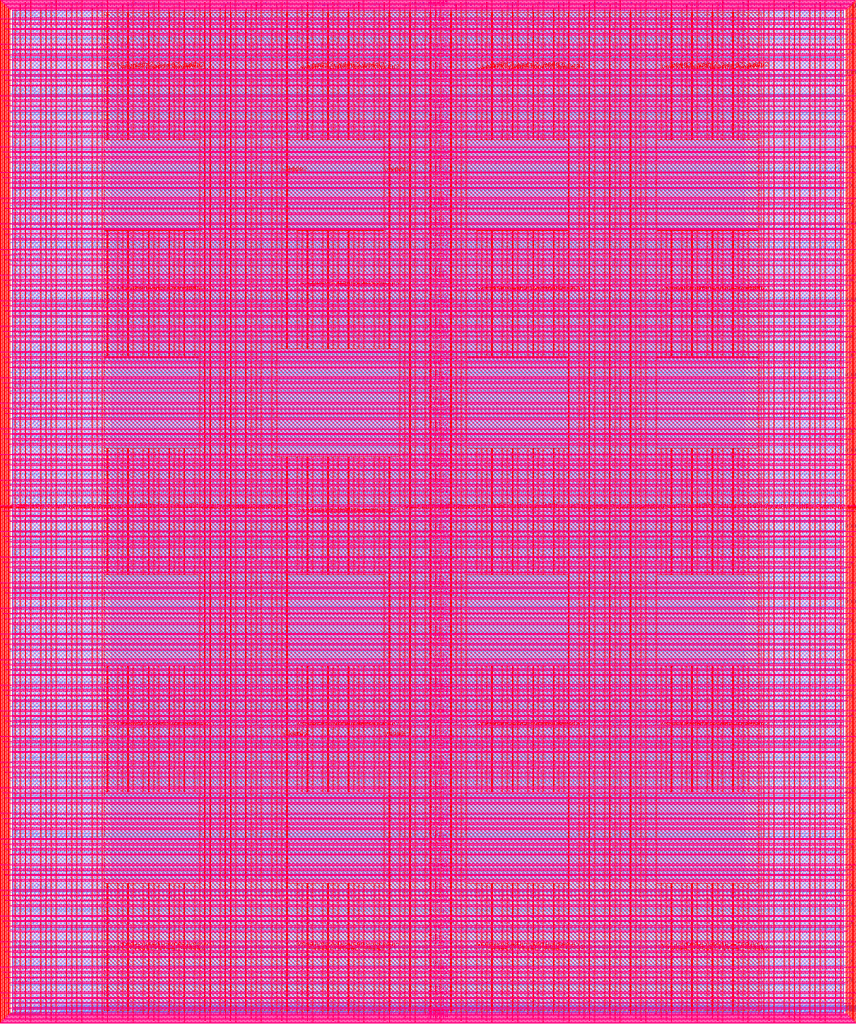
<source format=lef>
VERSION 5.7 ;
  NOWIREEXTENSIONATPIN ON ;
  DIVIDERCHAR "/" ;
  BUSBITCHARS "[]" ;
MACRO user_project_wrapper
  CLASS BLOCK ;
  FOREIGN user_project_wrapper ;
  ORIGIN 0.000 0.000 ;
  SIZE 2920.000 BY 3520.000 ;
  PIN analog_io[0]
    DIRECTION INOUT ;
    USE SIGNAL ;
    PORT
      LAYER met3 ;
        RECT 2917.600 1426.380 2924.800 1427.580 ;
    END
  END analog_io[0]
  PIN analog_io[10]
    DIRECTION INOUT ;
    USE SIGNAL ;
    PORT
      LAYER met2 ;
        RECT 2230.490 3517.600 2231.050 3524.800 ;
    END
  END analog_io[10]
  PIN analog_io[11]
    DIRECTION INOUT ;
    USE SIGNAL ;
    PORT
      LAYER met2 ;
        RECT 1905.730 3517.600 1906.290 3524.800 ;
    END
  END analog_io[11]
  PIN analog_io[12]
    DIRECTION INOUT ;
    USE SIGNAL ;
    PORT
      LAYER met2 ;
        RECT 1581.430 3517.600 1581.990 3524.800 ;
    END
  END analog_io[12]
  PIN analog_io[13]
    DIRECTION INOUT ;
    USE SIGNAL ;
    PORT
      LAYER met2 ;
        RECT 1257.130 3517.600 1257.690 3524.800 ;
    END
  END analog_io[13]
  PIN analog_io[14]
    DIRECTION INOUT ;
    USE SIGNAL ;
    PORT
      LAYER met2 ;
        RECT 932.370 3517.600 932.930 3524.800 ;
    END
  END analog_io[14]
  PIN analog_io[15]
    DIRECTION INOUT ;
    USE SIGNAL ;
    PORT
      LAYER met2 ;
        RECT 608.070 3517.600 608.630 3524.800 ;
    END
  END analog_io[15]
  PIN analog_io[16]
    DIRECTION INOUT ;
    USE SIGNAL ;
    PORT
      LAYER met2 ;
        RECT 283.770 3517.600 284.330 3524.800 ;
    END
  END analog_io[16]
  PIN analog_io[17]
    DIRECTION INOUT ;
    USE SIGNAL ;
    PORT
      LAYER met3 ;
        RECT -4.800 3486.100 2.400 3487.300 ;
    END
  END analog_io[17]
  PIN analog_io[18]
    DIRECTION INOUT ;
    USE SIGNAL ;
    PORT
      LAYER met3 ;
        RECT -4.800 3224.980 2.400 3226.180 ;
    END
  END analog_io[18]
  PIN analog_io[19]
    DIRECTION INOUT ;
    USE SIGNAL ;
    PORT
      LAYER met3 ;
        RECT -4.800 2964.540 2.400 2965.740 ;
    END
  END analog_io[19]
  PIN analog_io[1]
    DIRECTION INOUT ;
    USE SIGNAL ;
    PORT
      LAYER met3 ;
        RECT 2917.600 1692.260 2924.800 1693.460 ;
    END
  END analog_io[1]
  PIN analog_io[20]
    DIRECTION INOUT ;
    USE SIGNAL ;
    PORT
      LAYER met3 ;
        RECT -4.800 2703.420 2.400 2704.620 ;
    END
  END analog_io[20]
  PIN analog_io[21]
    DIRECTION INOUT ;
    USE SIGNAL ;
    PORT
      LAYER met3 ;
        RECT -4.800 2442.980 2.400 2444.180 ;
    END
  END analog_io[21]
  PIN analog_io[22]
    DIRECTION INOUT ;
    USE SIGNAL ;
    PORT
      LAYER met3 ;
        RECT -4.800 2182.540 2.400 2183.740 ;
    END
  END analog_io[22]
  PIN analog_io[23]
    DIRECTION INOUT ;
    USE SIGNAL ;
    PORT
      LAYER met3 ;
        RECT -4.800 1921.420 2.400 1922.620 ;
    END
  END analog_io[23]
  PIN analog_io[24]
    DIRECTION INOUT ;
    USE SIGNAL ;
    PORT
      LAYER met3 ;
        RECT -4.800 1660.980 2.400 1662.180 ;
    END
  END analog_io[24]
  PIN analog_io[25]
    DIRECTION INOUT ;
    USE SIGNAL ;
    PORT
      LAYER met3 ;
        RECT -4.800 1399.860 2.400 1401.060 ;
    END
  END analog_io[25]
  PIN analog_io[26]
    DIRECTION INOUT ;
    USE SIGNAL ;
    PORT
      LAYER met3 ;
        RECT -4.800 1139.420 2.400 1140.620 ;
    END
  END analog_io[26]
  PIN analog_io[27]
    DIRECTION INOUT ;
    USE SIGNAL ;
    PORT
      LAYER met3 ;
        RECT -4.800 878.980 2.400 880.180 ;
    END
  END analog_io[27]
  PIN analog_io[28]
    DIRECTION INOUT ;
    USE SIGNAL ;
    PORT
      LAYER met3 ;
        RECT -4.800 617.860 2.400 619.060 ;
    END
  END analog_io[28]
  PIN analog_io[2]
    DIRECTION INOUT ;
    USE SIGNAL ;
    PORT
      LAYER met3 ;
        RECT 2917.600 1958.140 2924.800 1959.340 ;
    END
  END analog_io[2]
  PIN analog_io[3]
    DIRECTION INOUT ;
    USE SIGNAL ;
    PORT
      LAYER met3 ;
        RECT 2917.600 2223.340 2924.800 2224.540 ;
    END
  END analog_io[3]
  PIN analog_io[4]
    DIRECTION INOUT ;
    USE SIGNAL ;
    PORT
      LAYER met3 ;
        RECT 2917.600 2489.220 2924.800 2490.420 ;
    END
  END analog_io[4]
  PIN analog_io[5]
    DIRECTION INOUT ;
    USE SIGNAL ;
    PORT
      LAYER met3 ;
        RECT 2917.600 2755.100 2924.800 2756.300 ;
    END
  END analog_io[5]
  PIN analog_io[6]
    DIRECTION INOUT ;
    USE SIGNAL ;
    PORT
      LAYER met3 ;
        RECT 2917.600 3020.300 2924.800 3021.500 ;
    END
  END analog_io[6]
  PIN analog_io[7]
    DIRECTION INOUT ;
    USE SIGNAL ;
    PORT
      LAYER met3 ;
        RECT 2917.600 3286.180 2924.800 3287.380 ;
    END
  END analog_io[7]
  PIN analog_io[8]
    DIRECTION INOUT ;
    USE SIGNAL ;
    PORT
      LAYER met2 ;
        RECT 2879.090 3517.600 2879.650 3524.800 ;
    END
  END analog_io[8]
  PIN analog_io[9]
    DIRECTION INOUT ;
    USE SIGNAL ;
    PORT
      LAYER met2 ;
        RECT 2554.790 3517.600 2555.350 3524.800 ;
    END
  END analog_io[9]
  PIN io_in[0]
    DIRECTION INPUT ;
    USE SIGNAL ;
    PORT
      LAYER met3 ;
        RECT 2917.600 32.380 2924.800 33.580 ;
    END
  END io_in[0]
  PIN io_in[10]
    DIRECTION INPUT ;
    USE SIGNAL ;
    PORT
      LAYER met3 ;
        RECT 2917.600 2289.980 2924.800 2291.180 ;
    END
  END io_in[10]
  PIN io_in[11]
    DIRECTION INPUT ;
    USE SIGNAL ;
    PORT
      LAYER met3 ;
        RECT 2917.600 2555.860 2924.800 2557.060 ;
    END
  END io_in[11]
  PIN io_in[12]
    DIRECTION INPUT ;
    USE SIGNAL ;
    PORT
      LAYER met3 ;
        RECT 2917.600 2821.060 2924.800 2822.260 ;
    END
  END io_in[12]
  PIN io_in[13]
    DIRECTION INPUT ;
    USE SIGNAL ;
    PORT
      LAYER met3 ;
        RECT 2917.600 3086.940 2924.800 3088.140 ;
    END
  END io_in[13]
  PIN io_in[14]
    DIRECTION INPUT ;
    USE SIGNAL ;
    PORT
      LAYER met3 ;
        RECT 2917.600 3352.820 2924.800 3354.020 ;
    END
  END io_in[14]
  PIN io_in[15]
    DIRECTION INPUT ;
    USE SIGNAL ;
    PORT
      LAYER met2 ;
        RECT 2798.130 3517.600 2798.690 3524.800 ;
    END
  END io_in[15]
  PIN io_in[16]
    DIRECTION INPUT ;
    USE SIGNAL ;
    PORT
      LAYER met2 ;
        RECT 2473.830 3517.600 2474.390 3524.800 ;
    END
  END io_in[16]
  PIN io_in[17]
    DIRECTION INPUT ;
    USE SIGNAL ;
    PORT
      LAYER met2 ;
        RECT 2149.070 3517.600 2149.630 3524.800 ;
    END
  END io_in[17]
  PIN io_in[18]
    DIRECTION INPUT ;
    USE SIGNAL ;
    PORT
      LAYER met2 ;
        RECT 1824.770 3517.600 1825.330 3524.800 ;
    END
  END io_in[18]
  PIN io_in[19]
    DIRECTION INPUT ;
    USE SIGNAL ;
    PORT
      LAYER met2 ;
        RECT 1500.470 3517.600 1501.030 3524.800 ;
    END
  END io_in[19]
  PIN io_in[1]
    DIRECTION INPUT ;
    USE SIGNAL ;
    PORT
      LAYER met3 ;
        RECT 2917.600 230.940 2924.800 232.140 ;
    END
  END io_in[1]
  PIN io_in[20]
    DIRECTION INPUT ;
    USE SIGNAL ;
    PORT
      LAYER met2 ;
        RECT 1175.710 3517.600 1176.270 3524.800 ;
    END
  END io_in[20]
  PIN io_in[21]
    DIRECTION INPUT ;
    USE SIGNAL ;
    PORT
      LAYER met2 ;
        RECT 851.410 3517.600 851.970 3524.800 ;
    END
  END io_in[21]
  PIN io_in[22]
    DIRECTION INPUT ;
    USE SIGNAL ;
    PORT
      LAYER met2 ;
        RECT 527.110 3517.600 527.670 3524.800 ;
    END
  END io_in[22]
  PIN io_in[23]
    DIRECTION INPUT ;
    USE SIGNAL ;
    PORT
      LAYER met2 ;
        RECT 202.350 3517.600 202.910 3524.800 ;
    END
  END io_in[23]
  PIN io_in[24]
    DIRECTION INPUT ;
    USE SIGNAL ;
    PORT
      LAYER met3 ;
        RECT -4.800 3420.820 2.400 3422.020 ;
    END
  END io_in[24]
  PIN io_in[25]
    DIRECTION INPUT ;
    USE SIGNAL ;
    PORT
      LAYER met3 ;
        RECT -4.800 3159.700 2.400 3160.900 ;
    END
  END io_in[25]
  PIN io_in[26]
    DIRECTION INPUT ;
    USE SIGNAL ;
    PORT
      LAYER met3 ;
        RECT -4.800 2899.260 2.400 2900.460 ;
    END
  END io_in[26]
  PIN io_in[27]
    DIRECTION INPUT ;
    USE SIGNAL ;
    PORT
      LAYER met3 ;
        RECT -4.800 2638.820 2.400 2640.020 ;
    END
  END io_in[27]
  PIN io_in[28]
    DIRECTION INPUT ;
    USE SIGNAL ;
    PORT
      LAYER met3 ;
        RECT -4.800 2377.700 2.400 2378.900 ;
    END
  END io_in[28]
  PIN io_in[29]
    DIRECTION INPUT ;
    USE SIGNAL ;
    PORT
      LAYER met3 ;
        RECT -4.800 2117.260 2.400 2118.460 ;
    END
  END io_in[29]
  PIN io_in[2]
    DIRECTION INPUT ;
    USE SIGNAL ;
    PORT
      LAYER met3 ;
        RECT 2917.600 430.180 2924.800 431.380 ;
    END
  END io_in[2]
  PIN io_in[30]
    DIRECTION INPUT ;
    USE SIGNAL ;
    PORT
      LAYER met3 ;
        RECT -4.800 1856.140 2.400 1857.340 ;
    END
  END io_in[30]
  PIN io_in[31]
    DIRECTION INPUT ;
    USE SIGNAL ;
    PORT
      LAYER met3 ;
        RECT -4.800 1595.700 2.400 1596.900 ;
    END
  END io_in[31]
  PIN io_in[32]
    DIRECTION INPUT ;
    USE SIGNAL ;
    PORT
      LAYER met3 ;
        RECT -4.800 1335.260 2.400 1336.460 ;
    END
  END io_in[32]
  PIN io_in[33]
    DIRECTION INPUT ;
    USE SIGNAL ;
    PORT
      LAYER met3 ;
        RECT -4.800 1074.140 2.400 1075.340 ;
    END
  END io_in[33]
  PIN io_in[34]
    DIRECTION INPUT ;
    USE SIGNAL ;
    PORT
      LAYER met3 ;
        RECT -4.800 813.700 2.400 814.900 ;
    END
  END io_in[34]
  PIN io_in[35]
    DIRECTION INPUT ;
    USE SIGNAL ;
    PORT
      LAYER met3 ;
        RECT -4.800 552.580 2.400 553.780 ;
    END
  END io_in[35]
  PIN io_in[36]
    DIRECTION INPUT ;
    USE SIGNAL ;
    PORT
      LAYER met3 ;
        RECT -4.800 357.420 2.400 358.620 ;
    END
  END io_in[36]
  PIN io_in[37]
    DIRECTION INPUT ;
    USE SIGNAL ;
    PORT
      LAYER met3 ;
        RECT -4.800 161.580 2.400 162.780 ;
    END
  END io_in[37]
  PIN io_in[3]
    DIRECTION INPUT ;
    USE SIGNAL ;
    PORT
      LAYER met3 ;
        RECT 2917.600 629.420 2924.800 630.620 ;
    END
  END io_in[3]
  PIN io_in[4]
    DIRECTION INPUT ;
    USE SIGNAL ;
    PORT
      LAYER met3 ;
        RECT 2917.600 828.660 2924.800 829.860 ;
    END
  END io_in[4]
  PIN io_in[5]
    DIRECTION INPUT ;
    USE SIGNAL ;
    PORT
      LAYER met3 ;
        RECT 2917.600 1027.900 2924.800 1029.100 ;
    END
  END io_in[5]
  PIN io_in[6]
    DIRECTION INPUT ;
    USE SIGNAL ;
    PORT
      LAYER met3 ;
        RECT 2917.600 1227.140 2924.800 1228.340 ;
    END
  END io_in[6]
  PIN io_in[7]
    DIRECTION INPUT ;
    USE SIGNAL ;
    PORT
      LAYER met3 ;
        RECT 2917.600 1493.020 2924.800 1494.220 ;
    END
  END io_in[7]
  PIN io_in[8]
    DIRECTION INPUT ;
    USE SIGNAL ;
    PORT
      LAYER met3 ;
        RECT 2917.600 1758.900 2924.800 1760.100 ;
    END
  END io_in[8]
  PIN io_in[9]
    DIRECTION INPUT ;
    USE SIGNAL ;
    PORT
      LAYER met3 ;
        RECT 2917.600 2024.100 2924.800 2025.300 ;
    END
  END io_in[9]
  PIN io_oeb[0]
    DIRECTION OUTPUT TRISTATE ;
    USE SIGNAL ;
    PORT
      LAYER met3 ;
        RECT 2917.600 164.980 2924.800 166.180 ;
    END
  END io_oeb[0]
  PIN io_oeb[10]
    DIRECTION OUTPUT TRISTATE ;
    USE SIGNAL ;
    PORT
      LAYER met3 ;
        RECT 2917.600 2422.580 2924.800 2423.780 ;
    END
  END io_oeb[10]
  PIN io_oeb[11]
    DIRECTION OUTPUT TRISTATE ;
    USE SIGNAL ;
    PORT
      LAYER met3 ;
        RECT 2917.600 2688.460 2924.800 2689.660 ;
    END
  END io_oeb[11]
  PIN io_oeb[12]
    DIRECTION OUTPUT TRISTATE ;
    USE SIGNAL ;
    PORT
      LAYER met3 ;
        RECT 2917.600 2954.340 2924.800 2955.540 ;
    END
  END io_oeb[12]
  PIN io_oeb[13]
    DIRECTION OUTPUT TRISTATE ;
    USE SIGNAL ;
    PORT
      LAYER met3 ;
        RECT 2917.600 3219.540 2924.800 3220.740 ;
    END
  END io_oeb[13]
  PIN io_oeb[14]
    DIRECTION OUTPUT TRISTATE ;
    USE SIGNAL ;
    PORT
      LAYER met3 ;
        RECT 2917.600 3485.420 2924.800 3486.620 ;
    END
  END io_oeb[14]
  PIN io_oeb[15]
    DIRECTION OUTPUT TRISTATE ;
    USE SIGNAL ;
    PORT
      LAYER met2 ;
        RECT 2635.750 3517.600 2636.310 3524.800 ;
    END
  END io_oeb[15]
  PIN io_oeb[16]
    DIRECTION OUTPUT TRISTATE ;
    USE SIGNAL ;
    PORT
      LAYER met2 ;
        RECT 2311.450 3517.600 2312.010 3524.800 ;
    END
  END io_oeb[16]
  PIN io_oeb[17]
    DIRECTION OUTPUT TRISTATE ;
    USE SIGNAL ;
    PORT
      LAYER met2 ;
        RECT 1987.150 3517.600 1987.710 3524.800 ;
    END
  END io_oeb[17]
  PIN io_oeb[18]
    DIRECTION OUTPUT TRISTATE ;
    USE SIGNAL ;
    PORT
      LAYER met2 ;
        RECT 1662.390 3517.600 1662.950 3524.800 ;
    END
  END io_oeb[18]
  PIN io_oeb[19]
    DIRECTION OUTPUT TRISTATE ;
    USE SIGNAL ;
    PORT
      LAYER met2 ;
        RECT 1338.090 3517.600 1338.650 3524.800 ;
    END
  END io_oeb[19]
  PIN io_oeb[1]
    DIRECTION OUTPUT TRISTATE ;
    USE SIGNAL ;
    PORT
      LAYER met3 ;
        RECT 2917.600 364.220 2924.800 365.420 ;
    END
  END io_oeb[1]
  PIN io_oeb[20]
    DIRECTION OUTPUT TRISTATE ;
    USE SIGNAL ;
    PORT
      LAYER met2 ;
        RECT 1013.790 3517.600 1014.350 3524.800 ;
    END
  END io_oeb[20]
  PIN io_oeb[21]
    DIRECTION OUTPUT TRISTATE ;
    USE SIGNAL ;
    PORT
      LAYER met2 ;
        RECT 689.030 3517.600 689.590 3524.800 ;
    END
  END io_oeb[21]
  PIN io_oeb[22]
    DIRECTION OUTPUT TRISTATE ;
    USE SIGNAL ;
    PORT
      LAYER met2 ;
        RECT 364.730 3517.600 365.290 3524.800 ;
    END
  END io_oeb[22]
  PIN io_oeb[23]
    DIRECTION OUTPUT TRISTATE ;
    USE SIGNAL ;
    PORT
      LAYER met2 ;
        RECT 40.430 3517.600 40.990 3524.800 ;
    END
  END io_oeb[23]
  PIN io_oeb[24]
    DIRECTION OUTPUT TRISTATE ;
    USE SIGNAL ;
    PORT
      LAYER met3 ;
        RECT -4.800 3290.260 2.400 3291.460 ;
    END
  END io_oeb[24]
  PIN io_oeb[25]
    DIRECTION OUTPUT TRISTATE ;
    USE SIGNAL ;
    PORT
      LAYER met3 ;
        RECT -4.800 3029.820 2.400 3031.020 ;
    END
  END io_oeb[25]
  PIN io_oeb[26]
    DIRECTION OUTPUT TRISTATE ;
    USE SIGNAL ;
    PORT
      LAYER met3 ;
        RECT -4.800 2768.700 2.400 2769.900 ;
    END
  END io_oeb[26]
  PIN io_oeb[27]
    DIRECTION OUTPUT TRISTATE ;
    USE SIGNAL ;
    PORT
      LAYER met3 ;
        RECT -4.800 2508.260 2.400 2509.460 ;
    END
  END io_oeb[27]
  PIN io_oeb[28]
    DIRECTION OUTPUT TRISTATE ;
    USE SIGNAL ;
    PORT
      LAYER met3 ;
        RECT -4.800 2247.140 2.400 2248.340 ;
    END
  END io_oeb[28]
  PIN io_oeb[29]
    DIRECTION OUTPUT TRISTATE ;
    USE SIGNAL ;
    PORT
      LAYER met3 ;
        RECT -4.800 1986.700 2.400 1987.900 ;
    END
  END io_oeb[29]
  PIN io_oeb[2]
    DIRECTION OUTPUT TRISTATE ;
    USE SIGNAL ;
    PORT
      LAYER met3 ;
        RECT 2917.600 563.460 2924.800 564.660 ;
    END
  END io_oeb[2]
  PIN io_oeb[30]
    DIRECTION OUTPUT TRISTATE ;
    USE SIGNAL ;
    PORT
      LAYER met3 ;
        RECT -4.800 1726.260 2.400 1727.460 ;
    END
  END io_oeb[30]
  PIN io_oeb[31]
    DIRECTION OUTPUT TRISTATE ;
    USE SIGNAL ;
    PORT
      LAYER met3 ;
        RECT -4.800 1465.140 2.400 1466.340 ;
    END
  END io_oeb[31]
  PIN io_oeb[32]
    DIRECTION OUTPUT TRISTATE ;
    USE SIGNAL ;
    PORT
      LAYER met3 ;
        RECT -4.800 1204.700 2.400 1205.900 ;
    END
  END io_oeb[32]
  PIN io_oeb[33]
    DIRECTION OUTPUT TRISTATE ;
    USE SIGNAL ;
    PORT
      LAYER met3 ;
        RECT -4.800 943.580 2.400 944.780 ;
    END
  END io_oeb[33]
  PIN io_oeb[34]
    DIRECTION OUTPUT TRISTATE ;
    USE SIGNAL ;
    PORT
      LAYER met3 ;
        RECT -4.800 683.140 2.400 684.340 ;
    END
  END io_oeb[34]
  PIN io_oeb[35]
    DIRECTION OUTPUT TRISTATE ;
    USE SIGNAL ;
    PORT
      LAYER met3 ;
        RECT -4.800 422.700 2.400 423.900 ;
    END
  END io_oeb[35]
  PIN io_oeb[36]
    DIRECTION OUTPUT TRISTATE ;
    USE SIGNAL ;
    PORT
      LAYER met3 ;
        RECT -4.800 226.860 2.400 228.060 ;
    END
  END io_oeb[36]
  PIN io_oeb[37]
    DIRECTION OUTPUT TRISTATE ;
    USE SIGNAL ;
    PORT
      LAYER met3 ;
        RECT -4.800 31.700 2.400 32.900 ;
    END
  END io_oeb[37]
  PIN io_oeb[3]
    DIRECTION OUTPUT TRISTATE ;
    USE SIGNAL ;
    PORT
      LAYER met3 ;
        RECT 2917.600 762.700 2924.800 763.900 ;
    END
  END io_oeb[3]
  PIN io_oeb[4]
    DIRECTION OUTPUT TRISTATE ;
    USE SIGNAL ;
    PORT
      LAYER met3 ;
        RECT 2917.600 961.940 2924.800 963.140 ;
    END
  END io_oeb[4]
  PIN io_oeb[5]
    DIRECTION OUTPUT TRISTATE ;
    USE SIGNAL ;
    PORT
      LAYER met3 ;
        RECT 2917.600 1161.180 2924.800 1162.380 ;
    END
  END io_oeb[5]
  PIN io_oeb[6]
    DIRECTION OUTPUT TRISTATE ;
    USE SIGNAL ;
    PORT
      LAYER met3 ;
        RECT 2917.600 1360.420 2924.800 1361.620 ;
    END
  END io_oeb[6]
  PIN io_oeb[7]
    DIRECTION OUTPUT TRISTATE ;
    USE SIGNAL ;
    PORT
      LAYER met3 ;
        RECT 2917.600 1625.620 2924.800 1626.820 ;
    END
  END io_oeb[7]
  PIN io_oeb[8]
    DIRECTION OUTPUT TRISTATE ;
    USE SIGNAL ;
    PORT
      LAYER met3 ;
        RECT 2917.600 1891.500 2924.800 1892.700 ;
    END
  END io_oeb[8]
  PIN io_oeb[9]
    DIRECTION OUTPUT TRISTATE ;
    USE SIGNAL ;
    PORT
      LAYER met3 ;
        RECT 2917.600 2157.380 2924.800 2158.580 ;
    END
  END io_oeb[9]
  PIN io_out[0]
    DIRECTION OUTPUT TRISTATE ;
    USE SIGNAL ;
    PORT
      LAYER met3 ;
        RECT 2917.600 98.340 2924.800 99.540 ;
    END
  END io_out[0]
  PIN io_out[10]
    DIRECTION OUTPUT TRISTATE ;
    USE SIGNAL ;
    PORT
      LAYER met3 ;
        RECT 2917.600 2356.620 2924.800 2357.820 ;
    END
  END io_out[10]
  PIN io_out[11]
    DIRECTION OUTPUT TRISTATE ;
    USE SIGNAL ;
    PORT
      LAYER met3 ;
        RECT 2917.600 2621.820 2924.800 2623.020 ;
    END
  END io_out[11]
  PIN io_out[12]
    DIRECTION OUTPUT TRISTATE ;
    USE SIGNAL ;
    PORT
      LAYER met3 ;
        RECT 2917.600 2887.700 2924.800 2888.900 ;
    END
  END io_out[12]
  PIN io_out[13]
    DIRECTION OUTPUT TRISTATE ;
    USE SIGNAL ;
    PORT
      LAYER met3 ;
        RECT 2917.600 3153.580 2924.800 3154.780 ;
    END
  END io_out[13]
  PIN io_out[14]
    DIRECTION OUTPUT TRISTATE ;
    USE SIGNAL ;
    PORT
      LAYER met3 ;
        RECT 2917.600 3418.780 2924.800 3419.980 ;
    END
  END io_out[14]
  PIN io_out[15]
    DIRECTION OUTPUT TRISTATE ;
    USE SIGNAL ;
    PORT
      LAYER met2 ;
        RECT 2717.170 3517.600 2717.730 3524.800 ;
    END
  END io_out[15]
  PIN io_out[16]
    DIRECTION OUTPUT TRISTATE ;
    USE SIGNAL ;
    PORT
      LAYER met2 ;
        RECT 2392.410 3517.600 2392.970 3524.800 ;
    END
  END io_out[16]
  PIN io_out[17]
    DIRECTION OUTPUT TRISTATE ;
    USE SIGNAL ;
    PORT
      LAYER met2 ;
        RECT 2068.110 3517.600 2068.670 3524.800 ;
    END
  END io_out[17]
  PIN io_out[18]
    DIRECTION OUTPUT TRISTATE ;
    USE SIGNAL ;
    PORT
      LAYER met2 ;
        RECT 1743.810 3517.600 1744.370 3524.800 ;
    END
  END io_out[18]
  PIN io_out[19]
    DIRECTION OUTPUT TRISTATE ;
    USE SIGNAL ;
    PORT
      LAYER met2 ;
        RECT 1419.050 3517.600 1419.610 3524.800 ;
    END
  END io_out[19]
  PIN io_out[1]
    DIRECTION OUTPUT TRISTATE ;
    USE SIGNAL ;
    PORT
      LAYER met3 ;
        RECT 2917.600 297.580 2924.800 298.780 ;
    END
  END io_out[1]
  PIN io_out[20]
    DIRECTION OUTPUT TRISTATE ;
    USE SIGNAL ;
    PORT
      LAYER met2 ;
        RECT 1094.750 3517.600 1095.310 3524.800 ;
    END
  END io_out[20]
  PIN io_out[21]
    DIRECTION OUTPUT TRISTATE ;
    USE SIGNAL ;
    PORT
      LAYER met2 ;
        RECT 770.450 3517.600 771.010 3524.800 ;
    END
  END io_out[21]
  PIN io_out[22]
    DIRECTION OUTPUT TRISTATE ;
    USE SIGNAL ;
    PORT
      LAYER met2 ;
        RECT 445.690 3517.600 446.250 3524.800 ;
    END
  END io_out[22]
  PIN io_out[23]
    DIRECTION OUTPUT TRISTATE ;
    USE SIGNAL ;
    PORT
      LAYER met2 ;
        RECT 121.390 3517.600 121.950 3524.800 ;
    END
  END io_out[23]
  PIN io_out[24]
    DIRECTION OUTPUT TRISTATE ;
    USE SIGNAL ;
    PORT
      LAYER met3 ;
        RECT -4.800 3355.540 2.400 3356.740 ;
    END
  END io_out[24]
  PIN io_out[25]
    DIRECTION OUTPUT TRISTATE ;
    USE SIGNAL ;
    PORT
      LAYER met3 ;
        RECT -4.800 3095.100 2.400 3096.300 ;
    END
  END io_out[25]
  PIN io_out[26]
    DIRECTION OUTPUT TRISTATE ;
    USE SIGNAL ;
    PORT
      LAYER met3 ;
        RECT -4.800 2833.980 2.400 2835.180 ;
    END
  END io_out[26]
  PIN io_out[27]
    DIRECTION OUTPUT TRISTATE ;
    USE SIGNAL ;
    PORT
      LAYER met3 ;
        RECT -4.800 2573.540 2.400 2574.740 ;
    END
  END io_out[27]
  PIN io_out[28]
    DIRECTION OUTPUT TRISTATE ;
    USE SIGNAL ;
    PORT
      LAYER met3 ;
        RECT -4.800 2312.420 2.400 2313.620 ;
    END
  END io_out[28]
  PIN io_out[29]
    DIRECTION OUTPUT TRISTATE ;
    USE SIGNAL ;
    PORT
      LAYER met3 ;
        RECT -4.800 2051.980 2.400 2053.180 ;
    END
  END io_out[29]
  PIN io_out[2]
    DIRECTION OUTPUT TRISTATE ;
    USE SIGNAL ;
    PORT
      LAYER met3 ;
        RECT 2917.600 496.820 2924.800 498.020 ;
    END
  END io_out[2]
  PIN io_out[30]
    DIRECTION OUTPUT TRISTATE ;
    USE SIGNAL ;
    PORT
      LAYER met3 ;
        RECT -4.800 1791.540 2.400 1792.740 ;
    END
  END io_out[30]
  PIN io_out[31]
    DIRECTION OUTPUT TRISTATE ;
    USE SIGNAL ;
    PORT
      LAYER met3 ;
        RECT -4.800 1530.420 2.400 1531.620 ;
    END
  END io_out[31]
  PIN io_out[32]
    DIRECTION OUTPUT TRISTATE ;
    USE SIGNAL ;
    PORT
      LAYER met3 ;
        RECT -4.800 1269.980 2.400 1271.180 ;
    END
  END io_out[32]
  PIN io_out[33]
    DIRECTION OUTPUT TRISTATE ;
    USE SIGNAL ;
    PORT
      LAYER met3 ;
        RECT -4.800 1008.860 2.400 1010.060 ;
    END
  END io_out[33]
  PIN io_out[34]
    DIRECTION OUTPUT TRISTATE ;
    USE SIGNAL ;
    PORT
      LAYER met3 ;
        RECT -4.800 748.420 2.400 749.620 ;
    END
  END io_out[34]
  PIN io_out[35]
    DIRECTION OUTPUT TRISTATE ;
    USE SIGNAL ;
    PORT
      LAYER met3 ;
        RECT -4.800 487.300 2.400 488.500 ;
    END
  END io_out[35]
  PIN io_out[36]
    DIRECTION OUTPUT TRISTATE ;
    USE SIGNAL ;
    PORT
      LAYER met3 ;
        RECT -4.800 292.140 2.400 293.340 ;
    END
  END io_out[36]
  PIN io_out[37]
    DIRECTION OUTPUT TRISTATE ;
    USE SIGNAL ;
    PORT
      LAYER met3 ;
        RECT -4.800 96.300 2.400 97.500 ;
    END
  END io_out[37]
  PIN io_out[3]
    DIRECTION OUTPUT TRISTATE ;
    USE SIGNAL ;
    PORT
      LAYER met3 ;
        RECT 2917.600 696.060 2924.800 697.260 ;
    END
  END io_out[3]
  PIN io_out[4]
    DIRECTION OUTPUT TRISTATE ;
    USE SIGNAL ;
    PORT
      LAYER met3 ;
        RECT 2917.600 895.300 2924.800 896.500 ;
    END
  END io_out[4]
  PIN io_out[5]
    DIRECTION OUTPUT TRISTATE ;
    USE SIGNAL ;
    PORT
      LAYER met3 ;
        RECT 2917.600 1094.540 2924.800 1095.740 ;
    END
  END io_out[5]
  PIN io_out[6]
    DIRECTION OUTPUT TRISTATE ;
    USE SIGNAL ;
    PORT
      LAYER met3 ;
        RECT 2917.600 1293.780 2924.800 1294.980 ;
    END
  END io_out[6]
  PIN io_out[7]
    DIRECTION OUTPUT TRISTATE ;
    USE SIGNAL ;
    PORT
      LAYER met3 ;
        RECT 2917.600 1559.660 2924.800 1560.860 ;
    END
  END io_out[7]
  PIN io_out[8]
    DIRECTION OUTPUT TRISTATE ;
    USE SIGNAL ;
    PORT
      LAYER met3 ;
        RECT 2917.600 1824.860 2924.800 1826.060 ;
    END
  END io_out[8]
  PIN io_out[9]
    DIRECTION OUTPUT TRISTATE ;
    USE SIGNAL ;
    PORT
      LAYER met3 ;
        RECT 2917.600 2090.740 2924.800 2091.940 ;
    END
  END io_out[9]
  PIN la_data_in[0]
    DIRECTION INPUT ;
    USE SIGNAL ;
    PORT
      LAYER met2 ;
        RECT 629.230 -4.800 629.790 2.400 ;
    END
  END la_data_in[0]
  PIN la_data_in[100]
    DIRECTION INPUT ;
    USE SIGNAL ;
    PORT
      LAYER met2 ;
        RECT 2402.530 -4.800 2403.090 2.400 ;
    END
  END la_data_in[100]
  PIN la_data_in[101]
    DIRECTION INPUT ;
    USE SIGNAL ;
    PORT
      LAYER met2 ;
        RECT 2420.010 -4.800 2420.570 2.400 ;
    END
  END la_data_in[101]
  PIN la_data_in[102]
    DIRECTION INPUT ;
    USE SIGNAL ;
    PORT
      LAYER met2 ;
        RECT 2437.950 -4.800 2438.510 2.400 ;
    END
  END la_data_in[102]
  PIN la_data_in[103]
    DIRECTION INPUT ;
    USE SIGNAL ;
    PORT
      LAYER met2 ;
        RECT 2455.430 -4.800 2455.990 2.400 ;
    END
  END la_data_in[103]
  PIN la_data_in[104]
    DIRECTION INPUT ;
    USE SIGNAL ;
    PORT
      LAYER met2 ;
        RECT 2473.370 -4.800 2473.930 2.400 ;
    END
  END la_data_in[104]
  PIN la_data_in[105]
    DIRECTION INPUT ;
    USE SIGNAL ;
    PORT
      LAYER met2 ;
        RECT 2490.850 -4.800 2491.410 2.400 ;
    END
  END la_data_in[105]
  PIN la_data_in[106]
    DIRECTION INPUT ;
    USE SIGNAL ;
    PORT
      LAYER met2 ;
        RECT 2508.790 -4.800 2509.350 2.400 ;
    END
  END la_data_in[106]
  PIN la_data_in[107]
    DIRECTION INPUT ;
    USE SIGNAL ;
    PORT
      LAYER met2 ;
        RECT 2526.730 -4.800 2527.290 2.400 ;
    END
  END la_data_in[107]
  PIN la_data_in[108]
    DIRECTION INPUT ;
    USE SIGNAL ;
    PORT
      LAYER met2 ;
        RECT 2544.210 -4.800 2544.770 2.400 ;
    END
  END la_data_in[108]
  PIN la_data_in[109]
    DIRECTION INPUT ;
    USE SIGNAL ;
    PORT
      LAYER met2 ;
        RECT 2562.150 -4.800 2562.710 2.400 ;
    END
  END la_data_in[109]
  PIN la_data_in[10]
    DIRECTION INPUT ;
    USE SIGNAL ;
    PORT
      LAYER met2 ;
        RECT 806.330 -4.800 806.890 2.400 ;
    END
  END la_data_in[10]
  PIN la_data_in[110]
    DIRECTION INPUT ;
    USE SIGNAL ;
    PORT
      LAYER met2 ;
        RECT 2579.630 -4.800 2580.190 2.400 ;
    END
  END la_data_in[110]
  PIN la_data_in[111]
    DIRECTION INPUT ;
    USE SIGNAL ;
    PORT
      LAYER met2 ;
        RECT 2597.570 -4.800 2598.130 2.400 ;
    END
  END la_data_in[111]
  PIN la_data_in[112]
    DIRECTION INPUT ;
    USE SIGNAL ;
    PORT
      LAYER met2 ;
        RECT 2615.050 -4.800 2615.610 2.400 ;
    END
  END la_data_in[112]
  PIN la_data_in[113]
    DIRECTION INPUT ;
    USE SIGNAL ;
    PORT
      LAYER met2 ;
        RECT 2632.990 -4.800 2633.550 2.400 ;
    END
  END la_data_in[113]
  PIN la_data_in[114]
    DIRECTION INPUT ;
    USE SIGNAL ;
    PORT
      LAYER met2 ;
        RECT 2650.470 -4.800 2651.030 2.400 ;
    END
  END la_data_in[114]
  PIN la_data_in[115]
    DIRECTION INPUT ;
    USE SIGNAL ;
    PORT
      LAYER met2 ;
        RECT 2668.410 -4.800 2668.970 2.400 ;
    END
  END la_data_in[115]
  PIN la_data_in[116]
    DIRECTION INPUT ;
    USE SIGNAL ;
    PORT
      LAYER met2 ;
        RECT 2685.890 -4.800 2686.450 2.400 ;
    END
  END la_data_in[116]
  PIN la_data_in[117]
    DIRECTION INPUT ;
    USE SIGNAL ;
    PORT
      LAYER met2 ;
        RECT 2703.830 -4.800 2704.390 2.400 ;
    END
  END la_data_in[117]
  PIN la_data_in[118]
    DIRECTION INPUT ;
    USE SIGNAL ;
    PORT
      LAYER met2 ;
        RECT 2721.770 -4.800 2722.330 2.400 ;
    END
  END la_data_in[118]
  PIN la_data_in[119]
    DIRECTION INPUT ;
    USE SIGNAL ;
    PORT
      LAYER met2 ;
        RECT 2739.250 -4.800 2739.810 2.400 ;
    END
  END la_data_in[119]
  PIN la_data_in[11]
    DIRECTION INPUT ;
    USE SIGNAL ;
    PORT
      LAYER met2 ;
        RECT 824.270 -4.800 824.830 2.400 ;
    END
  END la_data_in[11]
  PIN la_data_in[120]
    DIRECTION INPUT ;
    USE SIGNAL ;
    PORT
      LAYER met2 ;
        RECT 2757.190 -4.800 2757.750 2.400 ;
    END
  END la_data_in[120]
  PIN la_data_in[121]
    DIRECTION INPUT ;
    USE SIGNAL ;
    PORT
      LAYER met2 ;
        RECT 2774.670 -4.800 2775.230 2.400 ;
    END
  END la_data_in[121]
  PIN la_data_in[122]
    DIRECTION INPUT ;
    USE SIGNAL ;
    PORT
      LAYER met2 ;
        RECT 2792.610 -4.800 2793.170 2.400 ;
    END
  END la_data_in[122]
  PIN la_data_in[123]
    DIRECTION INPUT ;
    USE SIGNAL ;
    PORT
      LAYER met2 ;
        RECT 2810.090 -4.800 2810.650 2.400 ;
    END
  END la_data_in[123]
  PIN la_data_in[124]
    DIRECTION INPUT ;
    USE SIGNAL ;
    PORT
      LAYER met2 ;
        RECT 2828.030 -4.800 2828.590 2.400 ;
    END
  END la_data_in[124]
  PIN la_data_in[125]
    DIRECTION INPUT ;
    USE SIGNAL ;
    PORT
      LAYER met2 ;
        RECT 2845.510 -4.800 2846.070 2.400 ;
    END
  END la_data_in[125]
  PIN la_data_in[126]
    DIRECTION INPUT ;
    USE SIGNAL ;
    PORT
      LAYER met2 ;
        RECT 2863.450 -4.800 2864.010 2.400 ;
    END
  END la_data_in[126]
  PIN la_data_in[127]
    DIRECTION INPUT ;
    USE SIGNAL ;
    PORT
      LAYER met2 ;
        RECT 2881.390 -4.800 2881.950 2.400 ;
    END
  END la_data_in[127]
  PIN la_data_in[12]
    DIRECTION INPUT ;
    USE SIGNAL ;
    PORT
      LAYER met2 ;
        RECT 841.750 -4.800 842.310 2.400 ;
    END
  END la_data_in[12]
  PIN la_data_in[13]
    DIRECTION INPUT ;
    USE SIGNAL ;
    PORT
      LAYER met2 ;
        RECT 859.690 -4.800 860.250 2.400 ;
    END
  END la_data_in[13]
  PIN la_data_in[14]
    DIRECTION INPUT ;
    USE SIGNAL ;
    PORT
      LAYER met2 ;
        RECT 877.170 -4.800 877.730 2.400 ;
    END
  END la_data_in[14]
  PIN la_data_in[15]
    DIRECTION INPUT ;
    USE SIGNAL ;
    PORT
      LAYER met2 ;
        RECT 895.110 -4.800 895.670 2.400 ;
    END
  END la_data_in[15]
  PIN la_data_in[16]
    DIRECTION INPUT ;
    USE SIGNAL ;
    PORT
      LAYER met2 ;
        RECT 912.590 -4.800 913.150 2.400 ;
    END
  END la_data_in[16]
  PIN la_data_in[17]
    DIRECTION INPUT ;
    USE SIGNAL ;
    PORT
      LAYER met2 ;
        RECT 930.530 -4.800 931.090 2.400 ;
    END
  END la_data_in[17]
  PIN la_data_in[18]
    DIRECTION INPUT ;
    USE SIGNAL ;
    PORT
      LAYER met2 ;
        RECT 948.470 -4.800 949.030 2.400 ;
    END
  END la_data_in[18]
  PIN la_data_in[19]
    DIRECTION INPUT ;
    USE SIGNAL ;
    PORT
      LAYER met2 ;
        RECT 965.950 -4.800 966.510 2.400 ;
    END
  END la_data_in[19]
  PIN la_data_in[1]
    DIRECTION INPUT ;
    USE SIGNAL ;
    PORT
      LAYER met2 ;
        RECT 646.710 -4.800 647.270 2.400 ;
    END
  END la_data_in[1]
  PIN la_data_in[20]
    DIRECTION INPUT ;
    USE SIGNAL ;
    PORT
      LAYER met2 ;
        RECT 983.890 -4.800 984.450 2.400 ;
    END
  END la_data_in[20]
  PIN la_data_in[21]
    DIRECTION INPUT ;
    USE SIGNAL ;
    PORT
      LAYER met2 ;
        RECT 1001.370 -4.800 1001.930 2.400 ;
    END
  END la_data_in[21]
  PIN la_data_in[22]
    DIRECTION INPUT ;
    USE SIGNAL ;
    PORT
      LAYER met2 ;
        RECT 1019.310 -4.800 1019.870 2.400 ;
    END
  END la_data_in[22]
  PIN la_data_in[23]
    DIRECTION INPUT ;
    USE SIGNAL ;
    PORT
      LAYER met2 ;
        RECT 1036.790 -4.800 1037.350 2.400 ;
    END
  END la_data_in[23]
  PIN la_data_in[24]
    DIRECTION INPUT ;
    USE SIGNAL ;
    PORT
      LAYER met2 ;
        RECT 1054.730 -4.800 1055.290 2.400 ;
    END
  END la_data_in[24]
  PIN la_data_in[25]
    DIRECTION INPUT ;
    USE SIGNAL ;
    PORT
      LAYER met2 ;
        RECT 1072.210 -4.800 1072.770 2.400 ;
    END
  END la_data_in[25]
  PIN la_data_in[26]
    DIRECTION INPUT ;
    USE SIGNAL ;
    PORT
      LAYER met2 ;
        RECT 1090.150 -4.800 1090.710 2.400 ;
    END
  END la_data_in[26]
  PIN la_data_in[27]
    DIRECTION INPUT ;
    USE SIGNAL ;
    PORT
      LAYER met2 ;
        RECT 1107.630 -4.800 1108.190 2.400 ;
    END
  END la_data_in[27]
  PIN la_data_in[28]
    DIRECTION INPUT ;
    USE SIGNAL ;
    PORT
      LAYER met2 ;
        RECT 1125.570 -4.800 1126.130 2.400 ;
    END
  END la_data_in[28]
  PIN la_data_in[29]
    DIRECTION INPUT ;
    USE SIGNAL ;
    PORT
      LAYER met2 ;
        RECT 1143.510 -4.800 1144.070 2.400 ;
    END
  END la_data_in[29]
  PIN la_data_in[2]
    DIRECTION INPUT ;
    USE SIGNAL ;
    PORT
      LAYER met2 ;
        RECT 664.650 -4.800 665.210 2.400 ;
    END
  END la_data_in[2]
  PIN la_data_in[30]
    DIRECTION INPUT ;
    USE SIGNAL ;
    PORT
      LAYER met2 ;
        RECT 1160.990 -4.800 1161.550 2.400 ;
    END
  END la_data_in[30]
  PIN la_data_in[31]
    DIRECTION INPUT ;
    USE SIGNAL ;
    PORT
      LAYER met2 ;
        RECT 1178.930 -4.800 1179.490 2.400 ;
    END
  END la_data_in[31]
  PIN la_data_in[32]
    DIRECTION INPUT ;
    USE SIGNAL ;
    PORT
      LAYER met2 ;
        RECT 1196.410 -4.800 1196.970 2.400 ;
    END
  END la_data_in[32]
  PIN la_data_in[33]
    DIRECTION INPUT ;
    USE SIGNAL ;
    PORT
      LAYER met2 ;
        RECT 1214.350 -4.800 1214.910 2.400 ;
    END
  END la_data_in[33]
  PIN la_data_in[34]
    DIRECTION INPUT ;
    USE SIGNAL ;
    PORT
      LAYER met2 ;
        RECT 1231.830 -4.800 1232.390 2.400 ;
    END
  END la_data_in[34]
  PIN la_data_in[35]
    DIRECTION INPUT ;
    USE SIGNAL ;
    PORT
      LAYER met2 ;
        RECT 1249.770 -4.800 1250.330 2.400 ;
    END
  END la_data_in[35]
  PIN la_data_in[36]
    DIRECTION INPUT ;
    USE SIGNAL ;
    PORT
      LAYER met2 ;
        RECT 1267.250 -4.800 1267.810 2.400 ;
    END
  END la_data_in[36]
  PIN la_data_in[37]
    DIRECTION INPUT ;
    USE SIGNAL ;
    PORT
      LAYER met2 ;
        RECT 1285.190 -4.800 1285.750 2.400 ;
    END
  END la_data_in[37]
  PIN la_data_in[38]
    DIRECTION INPUT ;
    USE SIGNAL ;
    PORT
      LAYER met2 ;
        RECT 1303.130 -4.800 1303.690 2.400 ;
    END
  END la_data_in[38]
  PIN la_data_in[39]
    DIRECTION INPUT ;
    USE SIGNAL ;
    PORT
      LAYER met2 ;
        RECT 1320.610 -4.800 1321.170 2.400 ;
    END
  END la_data_in[39]
  PIN la_data_in[3]
    DIRECTION INPUT ;
    USE SIGNAL ;
    PORT
      LAYER met2 ;
        RECT 682.130 -4.800 682.690 2.400 ;
    END
  END la_data_in[3]
  PIN la_data_in[40]
    DIRECTION INPUT ;
    USE SIGNAL ;
    PORT
      LAYER met2 ;
        RECT 1338.550 -4.800 1339.110 2.400 ;
    END
  END la_data_in[40]
  PIN la_data_in[41]
    DIRECTION INPUT ;
    USE SIGNAL ;
    PORT
      LAYER met2 ;
        RECT 1356.030 -4.800 1356.590 2.400 ;
    END
  END la_data_in[41]
  PIN la_data_in[42]
    DIRECTION INPUT ;
    USE SIGNAL ;
    PORT
      LAYER met2 ;
        RECT 1373.970 -4.800 1374.530 2.400 ;
    END
  END la_data_in[42]
  PIN la_data_in[43]
    DIRECTION INPUT ;
    USE SIGNAL ;
    PORT
      LAYER met2 ;
        RECT 1391.450 -4.800 1392.010 2.400 ;
    END
  END la_data_in[43]
  PIN la_data_in[44]
    DIRECTION INPUT ;
    USE SIGNAL ;
    PORT
      LAYER met2 ;
        RECT 1409.390 -4.800 1409.950 2.400 ;
    END
  END la_data_in[44]
  PIN la_data_in[45]
    DIRECTION INPUT ;
    USE SIGNAL ;
    PORT
      LAYER met2 ;
        RECT 1426.870 -4.800 1427.430 2.400 ;
    END
  END la_data_in[45]
  PIN la_data_in[46]
    DIRECTION INPUT ;
    USE SIGNAL ;
    PORT
      LAYER met2 ;
        RECT 1444.810 -4.800 1445.370 2.400 ;
    END
  END la_data_in[46]
  PIN la_data_in[47]
    DIRECTION INPUT ;
    USE SIGNAL ;
    PORT
      LAYER met2 ;
        RECT 1462.750 -4.800 1463.310 2.400 ;
    END
  END la_data_in[47]
  PIN la_data_in[48]
    DIRECTION INPUT ;
    USE SIGNAL ;
    PORT
      LAYER met2 ;
        RECT 1480.230 -4.800 1480.790 2.400 ;
    END
  END la_data_in[48]
  PIN la_data_in[49]
    DIRECTION INPUT ;
    USE SIGNAL ;
    PORT
      LAYER met2 ;
        RECT 1498.170 -4.800 1498.730 2.400 ;
    END
  END la_data_in[49]
  PIN la_data_in[4]
    DIRECTION INPUT ;
    USE SIGNAL ;
    PORT
      LAYER met2 ;
        RECT 700.070 -4.800 700.630 2.400 ;
    END
  END la_data_in[4]
  PIN la_data_in[50]
    DIRECTION INPUT ;
    USE SIGNAL ;
    PORT
      LAYER met2 ;
        RECT 1515.650 -4.800 1516.210 2.400 ;
    END
  END la_data_in[50]
  PIN la_data_in[51]
    DIRECTION INPUT ;
    USE SIGNAL ;
    PORT
      LAYER met2 ;
        RECT 1533.590 -4.800 1534.150 2.400 ;
    END
  END la_data_in[51]
  PIN la_data_in[52]
    DIRECTION INPUT ;
    USE SIGNAL ;
    PORT
      LAYER met2 ;
        RECT 1551.070 -4.800 1551.630 2.400 ;
    END
  END la_data_in[52]
  PIN la_data_in[53]
    DIRECTION INPUT ;
    USE SIGNAL ;
    PORT
      LAYER met2 ;
        RECT 1569.010 -4.800 1569.570 2.400 ;
    END
  END la_data_in[53]
  PIN la_data_in[54]
    DIRECTION INPUT ;
    USE SIGNAL ;
    PORT
      LAYER met2 ;
        RECT 1586.490 -4.800 1587.050 2.400 ;
    END
  END la_data_in[54]
  PIN la_data_in[55]
    DIRECTION INPUT ;
    USE SIGNAL ;
    PORT
      LAYER met2 ;
        RECT 1604.430 -4.800 1604.990 2.400 ;
    END
  END la_data_in[55]
  PIN la_data_in[56]
    DIRECTION INPUT ;
    USE SIGNAL ;
    PORT
      LAYER met2 ;
        RECT 1621.910 -4.800 1622.470 2.400 ;
    END
  END la_data_in[56]
  PIN la_data_in[57]
    DIRECTION INPUT ;
    USE SIGNAL ;
    PORT
      LAYER met2 ;
        RECT 1639.850 -4.800 1640.410 2.400 ;
    END
  END la_data_in[57]
  PIN la_data_in[58]
    DIRECTION INPUT ;
    USE SIGNAL ;
    PORT
      LAYER met2 ;
        RECT 1657.790 -4.800 1658.350 2.400 ;
    END
  END la_data_in[58]
  PIN la_data_in[59]
    DIRECTION INPUT ;
    USE SIGNAL ;
    PORT
      LAYER met2 ;
        RECT 1675.270 -4.800 1675.830 2.400 ;
    END
  END la_data_in[59]
  PIN la_data_in[5]
    DIRECTION INPUT ;
    USE SIGNAL ;
    PORT
      LAYER met2 ;
        RECT 717.550 -4.800 718.110 2.400 ;
    END
  END la_data_in[5]
  PIN la_data_in[60]
    DIRECTION INPUT ;
    USE SIGNAL ;
    PORT
      LAYER met2 ;
        RECT 1693.210 -4.800 1693.770 2.400 ;
    END
  END la_data_in[60]
  PIN la_data_in[61]
    DIRECTION INPUT ;
    USE SIGNAL ;
    PORT
      LAYER met2 ;
        RECT 1710.690 -4.800 1711.250 2.400 ;
    END
  END la_data_in[61]
  PIN la_data_in[62]
    DIRECTION INPUT ;
    USE SIGNAL ;
    PORT
      LAYER met2 ;
        RECT 1728.630 -4.800 1729.190 2.400 ;
    END
  END la_data_in[62]
  PIN la_data_in[63]
    DIRECTION INPUT ;
    USE SIGNAL ;
    PORT
      LAYER met2 ;
        RECT 1746.110 -4.800 1746.670 2.400 ;
    END
  END la_data_in[63]
  PIN la_data_in[64]
    DIRECTION INPUT ;
    USE SIGNAL ;
    PORT
      LAYER met2 ;
        RECT 1764.050 -4.800 1764.610 2.400 ;
    END
  END la_data_in[64]
  PIN la_data_in[65]
    DIRECTION INPUT ;
    USE SIGNAL ;
    PORT
      LAYER met2 ;
        RECT 1781.530 -4.800 1782.090 2.400 ;
    END
  END la_data_in[65]
  PIN la_data_in[66]
    DIRECTION INPUT ;
    USE SIGNAL ;
    PORT
      LAYER met2 ;
        RECT 1799.470 -4.800 1800.030 2.400 ;
    END
  END la_data_in[66]
  PIN la_data_in[67]
    DIRECTION INPUT ;
    USE SIGNAL ;
    PORT
      LAYER met2 ;
        RECT 1817.410 -4.800 1817.970 2.400 ;
    END
  END la_data_in[67]
  PIN la_data_in[68]
    DIRECTION INPUT ;
    USE SIGNAL ;
    PORT
      LAYER met2 ;
        RECT 1834.890 -4.800 1835.450 2.400 ;
    END
  END la_data_in[68]
  PIN la_data_in[69]
    DIRECTION INPUT ;
    USE SIGNAL ;
    PORT
      LAYER met2 ;
        RECT 1852.830 -4.800 1853.390 2.400 ;
    END
  END la_data_in[69]
  PIN la_data_in[6]
    DIRECTION INPUT ;
    USE SIGNAL ;
    PORT
      LAYER met2 ;
        RECT 735.490 -4.800 736.050 2.400 ;
    END
  END la_data_in[6]
  PIN la_data_in[70]
    DIRECTION INPUT ;
    USE SIGNAL ;
    PORT
      LAYER met2 ;
        RECT 1870.310 -4.800 1870.870 2.400 ;
    END
  END la_data_in[70]
  PIN la_data_in[71]
    DIRECTION INPUT ;
    USE SIGNAL ;
    PORT
      LAYER met2 ;
        RECT 1888.250 -4.800 1888.810 2.400 ;
    END
  END la_data_in[71]
  PIN la_data_in[72]
    DIRECTION INPUT ;
    USE SIGNAL ;
    PORT
      LAYER met2 ;
        RECT 1905.730 -4.800 1906.290 2.400 ;
    END
  END la_data_in[72]
  PIN la_data_in[73]
    DIRECTION INPUT ;
    USE SIGNAL ;
    PORT
      LAYER met2 ;
        RECT 1923.670 -4.800 1924.230 2.400 ;
    END
  END la_data_in[73]
  PIN la_data_in[74]
    DIRECTION INPUT ;
    USE SIGNAL ;
    PORT
      LAYER met2 ;
        RECT 1941.150 -4.800 1941.710 2.400 ;
    END
  END la_data_in[74]
  PIN la_data_in[75]
    DIRECTION INPUT ;
    USE SIGNAL ;
    PORT
      LAYER met2 ;
        RECT 1959.090 -4.800 1959.650 2.400 ;
    END
  END la_data_in[75]
  PIN la_data_in[76]
    DIRECTION INPUT ;
    USE SIGNAL ;
    PORT
      LAYER met2 ;
        RECT 1976.570 -4.800 1977.130 2.400 ;
    END
  END la_data_in[76]
  PIN la_data_in[77]
    DIRECTION INPUT ;
    USE SIGNAL ;
    PORT
      LAYER met2 ;
        RECT 1994.510 -4.800 1995.070 2.400 ;
    END
  END la_data_in[77]
  PIN la_data_in[78]
    DIRECTION INPUT ;
    USE SIGNAL ;
    PORT
      LAYER met2 ;
        RECT 2012.450 -4.800 2013.010 2.400 ;
    END
  END la_data_in[78]
  PIN la_data_in[79]
    DIRECTION INPUT ;
    USE SIGNAL ;
    PORT
      LAYER met2 ;
        RECT 2029.930 -4.800 2030.490 2.400 ;
    END
  END la_data_in[79]
  PIN la_data_in[7]
    DIRECTION INPUT ;
    USE SIGNAL ;
    PORT
      LAYER met2 ;
        RECT 752.970 -4.800 753.530 2.400 ;
    END
  END la_data_in[7]
  PIN la_data_in[80]
    DIRECTION INPUT ;
    USE SIGNAL ;
    PORT
      LAYER met2 ;
        RECT 2047.870 -4.800 2048.430 2.400 ;
    END
  END la_data_in[80]
  PIN la_data_in[81]
    DIRECTION INPUT ;
    USE SIGNAL ;
    PORT
      LAYER met2 ;
        RECT 2065.350 -4.800 2065.910 2.400 ;
    END
  END la_data_in[81]
  PIN la_data_in[82]
    DIRECTION INPUT ;
    USE SIGNAL ;
    PORT
      LAYER met2 ;
        RECT 2083.290 -4.800 2083.850 2.400 ;
    END
  END la_data_in[82]
  PIN la_data_in[83]
    DIRECTION INPUT ;
    USE SIGNAL ;
    PORT
      LAYER met2 ;
        RECT 2100.770 -4.800 2101.330 2.400 ;
    END
  END la_data_in[83]
  PIN la_data_in[84]
    DIRECTION INPUT ;
    USE SIGNAL ;
    PORT
      LAYER met2 ;
        RECT 2118.710 -4.800 2119.270 2.400 ;
    END
  END la_data_in[84]
  PIN la_data_in[85]
    DIRECTION INPUT ;
    USE SIGNAL ;
    PORT
      LAYER met2 ;
        RECT 2136.190 -4.800 2136.750 2.400 ;
    END
  END la_data_in[85]
  PIN la_data_in[86]
    DIRECTION INPUT ;
    USE SIGNAL ;
    PORT
      LAYER met2 ;
        RECT 2154.130 -4.800 2154.690 2.400 ;
    END
  END la_data_in[86]
  PIN la_data_in[87]
    DIRECTION INPUT ;
    USE SIGNAL ;
    PORT
      LAYER met2 ;
        RECT 2172.070 -4.800 2172.630 2.400 ;
    END
  END la_data_in[87]
  PIN la_data_in[88]
    DIRECTION INPUT ;
    USE SIGNAL ;
    PORT
      LAYER met2 ;
        RECT 2189.550 -4.800 2190.110 2.400 ;
    END
  END la_data_in[88]
  PIN la_data_in[89]
    DIRECTION INPUT ;
    USE SIGNAL ;
    PORT
      LAYER met2 ;
        RECT 2207.490 -4.800 2208.050 2.400 ;
    END
  END la_data_in[89]
  PIN la_data_in[8]
    DIRECTION INPUT ;
    USE SIGNAL ;
    PORT
      LAYER met2 ;
        RECT 770.910 -4.800 771.470 2.400 ;
    END
  END la_data_in[8]
  PIN la_data_in[90]
    DIRECTION INPUT ;
    USE SIGNAL ;
    PORT
      LAYER met2 ;
        RECT 2224.970 -4.800 2225.530 2.400 ;
    END
  END la_data_in[90]
  PIN la_data_in[91]
    DIRECTION INPUT ;
    USE SIGNAL ;
    PORT
      LAYER met2 ;
        RECT 2242.910 -4.800 2243.470 2.400 ;
    END
  END la_data_in[91]
  PIN la_data_in[92]
    DIRECTION INPUT ;
    USE SIGNAL ;
    PORT
      LAYER met2 ;
        RECT 2260.390 -4.800 2260.950 2.400 ;
    END
  END la_data_in[92]
  PIN la_data_in[93]
    DIRECTION INPUT ;
    USE SIGNAL ;
    PORT
      LAYER met2 ;
        RECT 2278.330 -4.800 2278.890 2.400 ;
    END
  END la_data_in[93]
  PIN la_data_in[94]
    DIRECTION INPUT ;
    USE SIGNAL ;
    PORT
      LAYER met2 ;
        RECT 2295.810 -4.800 2296.370 2.400 ;
    END
  END la_data_in[94]
  PIN la_data_in[95]
    DIRECTION INPUT ;
    USE SIGNAL ;
    PORT
      LAYER met2 ;
        RECT 2313.750 -4.800 2314.310 2.400 ;
    END
  END la_data_in[95]
  PIN la_data_in[96]
    DIRECTION INPUT ;
    USE SIGNAL ;
    PORT
      LAYER met2 ;
        RECT 2331.230 -4.800 2331.790 2.400 ;
    END
  END la_data_in[96]
  PIN la_data_in[97]
    DIRECTION INPUT ;
    USE SIGNAL ;
    PORT
      LAYER met2 ;
        RECT 2349.170 -4.800 2349.730 2.400 ;
    END
  END la_data_in[97]
  PIN la_data_in[98]
    DIRECTION INPUT ;
    USE SIGNAL ;
    PORT
      LAYER met2 ;
        RECT 2367.110 -4.800 2367.670 2.400 ;
    END
  END la_data_in[98]
  PIN la_data_in[99]
    DIRECTION INPUT ;
    USE SIGNAL ;
    PORT
      LAYER met2 ;
        RECT 2384.590 -4.800 2385.150 2.400 ;
    END
  END la_data_in[99]
  PIN la_data_in[9]
    DIRECTION INPUT ;
    USE SIGNAL ;
    PORT
      LAYER met2 ;
        RECT 788.850 -4.800 789.410 2.400 ;
    END
  END la_data_in[9]
  PIN la_data_out[0]
    DIRECTION OUTPUT TRISTATE ;
    USE SIGNAL ;
    PORT
      LAYER met2 ;
        RECT 634.750 -4.800 635.310 2.400 ;
    END
  END la_data_out[0]
  PIN la_data_out[100]
    DIRECTION OUTPUT TRISTATE ;
    USE SIGNAL ;
    PORT
      LAYER met2 ;
        RECT 2408.510 -4.800 2409.070 2.400 ;
    END
  END la_data_out[100]
  PIN la_data_out[101]
    DIRECTION OUTPUT TRISTATE ;
    USE SIGNAL ;
    PORT
      LAYER met2 ;
        RECT 2425.990 -4.800 2426.550 2.400 ;
    END
  END la_data_out[101]
  PIN la_data_out[102]
    DIRECTION OUTPUT TRISTATE ;
    USE SIGNAL ;
    PORT
      LAYER met2 ;
        RECT 2443.930 -4.800 2444.490 2.400 ;
    END
  END la_data_out[102]
  PIN la_data_out[103]
    DIRECTION OUTPUT TRISTATE ;
    USE SIGNAL ;
    PORT
      LAYER met2 ;
        RECT 2461.410 -4.800 2461.970 2.400 ;
    END
  END la_data_out[103]
  PIN la_data_out[104]
    DIRECTION OUTPUT TRISTATE ;
    USE SIGNAL ;
    PORT
      LAYER met2 ;
        RECT 2479.350 -4.800 2479.910 2.400 ;
    END
  END la_data_out[104]
  PIN la_data_out[105]
    DIRECTION OUTPUT TRISTATE ;
    USE SIGNAL ;
    PORT
      LAYER met2 ;
        RECT 2496.830 -4.800 2497.390 2.400 ;
    END
  END la_data_out[105]
  PIN la_data_out[106]
    DIRECTION OUTPUT TRISTATE ;
    USE SIGNAL ;
    PORT
      LAYER met2 ;
        RECT 2514.770 -4.800 2515.330 2.400 ;
    END
  END la_data_out[106]
  PIN la_data_out[107]
    DIRECTION OUTPUT TRISTATE ;
    USE SIGNAL ;
    PORT
      LAYER met2 ;
        RECT 2532.250 -4.800 2532.810 2.400 ;
    END
  END la_data_out[107]
  PIN la_data_out[108]
    DIRECTION OUTPUT TRISTATE ;
    USE SIGNAL ;
    PORT
      LAYER met2 ;
        RECT 2550.190 -4.800 2550.750 2.400 ;
    END
  END la_data_out[108]
  PIN la_data_out[109]
    DIRECTION OUTPUT TRISTATE ;
    USE SIGNAL ;
    PORT
      LAYER met2 ;
        RECT 2567.670 -4.800 2568.230 2.400 ;
    END
  END la_data_out[109]
  PIN la_data_out[10]
    DIRECTION OUTPUT TRISTATE ;
    USE SIGNAL ;
    PORT
      LAYER met2 ;
        RECT 812.310 -4.800 812.870 2.400 ;
    END
  END la_data_out[10]
  PIN la_data_out[110]
    DIRECTION OUTPUT TRISTATE ;
    USE SIGNAL ;
    PORT
      LAYER met2 ;
        RECT 2585.610 -4.800 2586.170 2.400 ;
    END
  END la_data_out[110]
  PIN la_data_out[111]
    DIRECTION OUTPUT TRISTATE ;
    USE SIGNAL ;
    PORT
      LAYER met2 ;
        RECT 2603.550 -4.800 2604.110 2.400 ;
    END
  END la_data_out[111]
  PIN la_data_out[112]
    DIRECTION OUTPUT TRISTATE ;
    USE SIGNAL ;
    PORT
      LAYER met2 ;
        RECT 2621.030 -4.800 2621.590 2.400 ;
    END
  END la_data_out[112]
  PIN la_data_out[113]
    DIRECTION OUTPUT TRISTATE ;
    USE SIGNAL ;
    PORT
      LAYER met2 ;
        RECT 2638.970 -4.800 2639.530 2.400 ;
    END
  END la_data_out[113]
  PIN la_data_out[114]
    DIRECTION OUTPUT TRISTATE ;
    USE SIGNAL ;
    PORT
      LAYER met2 ;
        RECT 2656.450 -4.800 2657.010 2.400 ;
    END
  END la_data_out[114]
  PIN la_data_out[115]
    DIRECTION OUTPUT TRISTATE ;
    USE SIGNAL ;
    PORT
      LAYER met2 ;
        RECT 2674.390 -4.800 2674.950 2.400 ;
    END
  END la_data_out[115]
  PIN la_data_out[116]
    DIRECTION OUTPUT TRISTATE ;
    USE SIGNAL ;
    PORT
      LAYER met2 ;
        RECT 2691.870 -4.800 2692.430 2.400 ;
    END
  END la_data_out[116]
  PIN la_data_out[117]
    DIRECTION OUTPUT TRISTATE ;
    USE SIGNAL ;
    PORT
      LAYER met2 ;
        RECT 2709.810 -4.800 2710.370 2.400 ;
    END
  END la_data_out[117]
  PIN la_data_out[118]
    DIRECTION OUTPUT TRISTATE ;
    USE SIGNAL ;
    PORT
      LAYER met2 ;
        RECT 2727.290 -4.800 2727.850 2.400 ;
    END
  END la_data_out[118]
  PIN la_data_out[119]
    DIRECTION OUTPUT TRISTATE ;
    USE SIGNAL ;
    PORT
      LAYER met2 ;
        RECT 2745.230 -4.800 2745.790 2.400 ;
    END
  END la_data_out[119]
  PIN la_data_out[11]
    DIRECTION OUTPUT TRISTATE ;
    USE SIGNAL ;
    PORT
      LAYER met2 ;
        RECT 830.250 -4.800 830.810 2.400 ;
    END
  END la_data_out[11]
  PIN la_data_out[120]
    DIRECTION OUTPUT TRISTATE ;
    USE SIGNAL ;
    PORT
      LAYER met2 ;
        RECT 2763.170 -4.800 2763.730 2.400 ;
    END
  END la_data_out[120]
  PIN la_data_out[121]
    DIRECTION OUTPUT TRISTATE ;
    USE SIGNAL ;
    PORT
      LAYER met2 ;
        RECT 2780.650 -4.800 2781.210 2.400 ;
    END
  END la_data_out[121]
  PIN la_data_out[122]
    DIRECTION OUTPUT TRISTATE ;
    USE SIGNAL ;
    PORT
      LAYER met2 ;
        RECT 2798.590 -4.800 2799.150 2.400 ;
    END
  END la_data_out[122]
  PIN la_data_out[123]
    DIRECTION OUTPUT TRISTATE ;
    USE SIGNAL ;
    PORT
      LAYER met2 ;
        RECT 2816.070 -4.800 2816.630 2.400 ;
    END
  END la_data_out[123]
  PIN la_data_out[124]
    DIRECTION OUTPUT TRISTATE ;
    USE SIGNAL ;
    PORT
      LAYER met2 ;
        RECT 2834.010 -4.800 2834.570 2.400 ;
    END
  END la_data_out[124]
  PIN la_data_out[125]
    DIRECTION OUTPUT TRISTATE ;
    USE SIGNAL ;
    PORT
      LAYER met2 ;
        RECT 2851.490 -4.800 2852.050 2.400 ;
    END
  END la_data_out[125]
  PIN la_data_out[126]
    DIRECTION OUTPUT TRISTATE ;
    USE SIGNAL ;
    PORT
      LAYER met2 ;
        RECT 2869.430 -4.800 2869.990 2.400 ;
    END
  END la_data_out[126]
  PIN la_data_out[127]
    DIRECTION OUTPUT TRISTATE ;
    USE SIGNAL ;
    PORT
      LAYER met2 ;
        RECT 2886.910 -4.800 2887.470 2.400 ;
    END
  END la_data_out[127]
  PIN la_data_out[12]
    DIRECTION OUTPUT TRISTATE ;
    USE SIGNAL ;
    PORT
      LAYER met2 ;
        RECT 847.730 -4.800 848.290 2.400 ;
    END
  END la_data_out[12]
  PIN la_data_out[13]
    DIRECTION OUTPUT TRISTATE ;
    USE SIGNAL ;
    PORT
      LAYER met2 ;
        RECT 865.670 -4.800 866.230 2.400 ;
    END
  END la_data_out[13]
  PIN la_data_out[14]
    DIRECTION OUTPUT TRISTATE ;
    USE SIGNAL ;
    PORT
      LAYER met2 ;
        RECT 883.150 -4.800 883.710 2.400 ;
    END
  END la_data_out[14]
  PIN la_data_out[15]
    DIRECTION OUTPUT TRISTATE ;
    USE SIGNAL ;
    PORT
      LAYER met2 ;
        RECT 901.090 -4.800 901.650 2.400 ;
    END
  END la_data_out[15]
  PIN la_data_out[16]
    DIRECTION OUTPUT TRISTATE ;
    USE SIGNAL ;
    PORT
      LAYER met2 ;
        RECT 918.570 -4.800 919.130 2.400 ;
    END
  END la_data_out[16]
  PIN la_data_out[17]
    DIRECTION OUTPUT TRISTATE ;
    USE SIGNAL ;
    PORT
      LAYER met2 ;
        RECT 936.510 -4.800 937.070 2.400 ;
    END
  END la_data_out[17]
  PIN la_data_out[18]
    DIRECTION OUTPUT TRISTATE ;
    USE SIGNAL ;
    PORT
      LAYER met2 ;
        RECT 953.990 -4.800 954.550 2.400 ;
    END
  END la_data_out[18]
  PIN la_data_out[19]
    DIRECTION OUTPUT TRISTATE ;
    USE SIGNAL ;
    PORT
      LAYER met2 ;
        RECT 971.930 -4.800 972.490 2.400 ;
    END
  END la_data_out[19]
  PIN la_data_out[1]
    DIRECTION OUTPUT TRISTATE ;
    USE SIGNAL ;
    PORT
      LAYER met2 ;
        RECT 652.690 -4.800 653.250 2.400 ;
    END
  END la_data_out[1]
  PIN la_data_out[20]
    DIRECTION OUTPUT TRISTATE ;
    USE SIGNAL ;
    PORT
      LAYER met2 ;
        RECT 989.410 -4.800 989.970 2.400 ;
    END
  END la_data_out[20]
  PIN la_data_out[21]
    DIRECTION OUTPUT TRISTATE ;
    USE SIGNAL ;
    PORT
      LAYER met2 ;
        RECT 1007.350 -4.800 1007.910 2.400 ;
    END
  END la_data_out[21]
  PIN la_data_out[22]
    DIRECTION OUTPUT TRISTATE ;
    USE SIGNAL ;
    PORT
      LAYER met2 ;
        RECT 1025.290 -4.800 1025.850 2.400 ;
    END
  END la_data_out[22]
  PIN la_data_out[23]
    DIRECTION OUTPUT TRISTATE ;
    USE SIGNAL ;
    PORT
      LAYER met2 ;
        RECT 1042.770 -4.800 1043.330 2.400 ;
    END
  END la_data_out[23]
  PIN la_data_out[24]
    DIRECTION OUTPUT TRISTATE ;
    USE SIGNAL ;
    PORT
      LAYER met2 ;
        RECT 1060.710 -4.800 1061.270 2.400 ;
    END
  END la_data_out[24]
  PIN la_data_out[25]
    DIRECTION OUTPUT TRISTATE ;
    USE SIGNAL ;
    PORT
      LAYER met2 ;
        RECT 1078.190 -4.800 1078.750 2.400 ;
    END
  END la_data_out[25]
  PIN la_data_out[26]
    DIRECTION OUTPUT TRISTATE ;
    USE SIGNAL ;
    PORT
      LAYER met2 ;
        RECT 1096.130 -4.800 1096.690 2.400 ;
    END
  END la_data_out[26]
  PIN la_data_out[27]
    DIRECTION OUTPUT TRISTATE ;
    USE SIGNAL ;
    PORT
      LAYER met2 ;
        RECT 1113.610 -4.800 1114.170 2.400 ;
    END
  END la_data_out[27]
  PIN la_data_out[28]
    DIRECTION OUTPUT TRISTATE ;
    USE SIGNAL ;
    PORT
      LAYER met2 ;
        RECT 1131.550 -4.800 1132.110 2.400 ;
    END
  END la_data_out[28]
  PIN la_data_out[29]
    DIRECTION OUTPUT TRISTATE ;
    USE SIGNAL ;
    PORT
      LAYER met2 ;
        RECT 1149.030 -4.800 1149.590 2.400 ;
    END
  END la_data_out[29]
  PIN la_data_out[2]
    DIRECTION OUTPUT TRISTATE ;
    USE SIGNAL ;
    PORT
      LAYER met2 ;
        RECT 670.630 -4.800 671.190 2.400 ;
    END
  END la_data_out[2]
  PIN la_data_out[30]
    DIRECTION OUTPUT TRISTATE ;
    USE SIGNAL ;
    PORT
      LAYER met2 ;
        RECT 1166.970 -4.800 1167.530 2.400 ;
    END
  END la_data_out[30]
  PIN la_data_out[31]
    DIRECTION OUTPUT TRISTATE ;
    USE SIGNAL ;
    PORT
      LAYER met2 ;
        RECT 1184.910 -4.800 1185.470 2.400 ;
    END
  END la_data_out[31]
  PIN la_data_out[32]
    DIRECTION OUTPUT TRISTATE ;
    USE SIGNAL ;
    PORT
      LAYER met2 ;
        RECT 1202.390 -4.800 1202.950 2.400 ;
    END
  END la_data_out[32]
  PIN la_data_out[33]
    DIRECTION OUTPUT TRISTATE ;
    USE SIGNAL ;
    PORT
      LAYER met2 ;
        RECT 1220.330 -4.800 1220.890 2.400 ;
    END
  END la_data_out[33]
  PIN la_data_out[34]
    DIRECTION OUTPUT TRISTATE ;
    USE SIGNAL ;
    PORT
      LAYER met2 ;
        RECT 1237.810 -4.800 1238.370 2.400 ;
    END
  END la_data_out[34]
  PIN la_data_out[35]
    DIRECTION OUTPUT TRISTATE ;
    USE SIGNAL ;
    PORT
      LAYER met2 ;
        RECT 1255.750 -4.800 1256.310 2.400 ;
    END
  END la_data_out[35]
  PIN la_data_out[36]
    DIRECTION OUTPUT TRISTATE ;
    USE SIGNAL ;
    PORT
      LAYER met2 ;
        RECT 1273.230 -4.800 1273.790 2.400 ;
    END
  END la_data_out[36]
  PIN la_data_out[37]
    DIRECTION OUTPUT TRISTATE ;
    USE SIGNAL ;
    PORT
      LAYER met2 ;
        RECT 1291.170 -4.800 1291.730 2.400 ;
    END
  END la_data_out[37]
  PIN la_data_out[38]
    DIRECTION OUTPUT TRISTATE ;
    USE SIGNAL ;
    PORT
      LAYER met2 ;
        RECT 1308.650 -4.800 1309.210 2.400 ;
    END
  END la_data_out[38]
  PIN la_data_out[39]
    DIRECTION OUTPUT TRISTATE ;
    USE SIGNAL ;
    PORT
      LAYER met2 ;
        RECT 1326.590 -4.800 1327.150 2.400 ;
    END
  END la_data_out[39]
  PIN la_data_out[3]
    DIRECTION OUTPUT TRISTATE ;
    USE SIGNAL ;
    PORT
      LAYER met2 ;
        RECT 688.110 -4.800 688.670 2.400 ;
    END
  END la_data_out[3]
  PIN la_data_out[40]
    DIRECTION OUTPUT TRISTATE ;
    USE SIGNAL ;
    PORT
      LAYER met2 ;
        RECT 1344.070 -4.800 1344.630 2.400 ;
    END
  END la_data_out[40]
  PIN la_data_out[41]
    DIRECTION OUTPUT TRISTATE ;
    USE SIGNAL ;
    PORT
      LAYER met2 ;
        RECT 1362.010 -4.800 1362.570 2.400 ;
    END
  END la_data_out[41]
  PIN la_data_out[42]
    DIRECTION OUTPUT TRISTATE ;
    USE SIGNAL ;
    PORT
      LAYER met2 ;
        RECT 1379.950 -4.800 1380.510 2.400 ;
    END
  END la_data_out[42]
  PIN la_data_out[43]
    DIRECTION OUTPUT TRISTATE ;
    USE SIGNAL ;
    PORT
      LAYER met2 ;
        RECT 1397.430 -4.800 1397.990 2.400 ;
    END
  END la_data_out[43]
  PIN la_data_out[44]
    DIRECTION OUTPUT TRISTATE ;
    USE SIGNAL ;
    PORT
      LAYER met2 ;
        RECT 1415.370 -4.800 1415.930 2.400 ;
    END
  END la_data_out[44]
  PIN la_data_out[45]
    DIRECTION OUTPUT TRISTATE ;
    USE SIGNAL ;
    PORT
      LAYER met2 ;
        RECT 1432.850 -4.800 1433.410 2.400 ;
    END
  END la_data_out[45]
  PIN la_data_out[46]
    DIRECTION OUTPUT TRISTATE ;
    USE SIGNAL ;
    PORT
      LAYER met2 ;
        RECT 1450.790 -4.800 1451.350 2.400 ;
    END
  END la_data_out[46]
  PIN la_data_out[47]
    DIRECTION OUTPUT TRISTATE ;
    USE SIGNAL ;
    PORT
      LAYER met2 ;
        RECT 1468.270 -4.800 1468.830 2.400 ;
    END
  END la_data_out[47]
  PIN la_data_out[48]
    DIRECTION OUTPUT TRISTATE ;
    USE SIGNAL ;
    PORT
      LAYER met2 ;
        RECT 1486.210 -4.800 1486.770 2.400 ;
    END
  END la_data_out[48]
  PIN la_data_out[49]
    DIRECTION OUTPUT TRISTATE ;
    USE SIGNAL ;
    PORT
      LAYER met2 ;
        RECT 1503.690 -4.800 1504.250 2.400 ;
    END
  END la_data_out[49]
  PIN la_data_out[4]
    DIRECTION OUTPUT TRISTATE ;
    USE SIGNAL ;
    PORT
      LAYER met2 ;
        RECT 706.050 -4.800 706.610 2.400 ;
    END
  END la_data_out[4]
  PIN la_data_out[50]
    DIRECTION OUTPUT TRISTATE ;
    USE SIGNAL ;
    PORT
      LAYER met2 ;
        RECT 1521.630 -4.800 1522.190 2.400 ;
    END
  END la_data_out[50]
  PIN la_data_out[51]
    DIRECTION OUTPUT TRISTATE ;
    USE SIGNAL ;
    PORT
      LAYER met2 ;
        RECT 1539.570 -4.800 1540.130 2.400 ;
    END
  END la_data_out[51]
  PIN la_data_out[52]
    DIRECTION OUTPUT TRISTATE ;
    USE SIGNAL ;
    PORT
      LAYER met2 ;
        RECT 1557.050 -4.800 1557.610 2.400 ;
    END
  END la_data_out[52]
  PIN la_data_out[53]
    DIRECTION OUTPUT TRISTATE ;
    USE SIGNAL ;
    PORT
      LAYER met2 ;
        RECT 1574.990 -4.800 1575.550 2.400 ;
    END
  END la_data_out[53]
  PIN la_data_out[54]
    DIRECTION OUTPUT TRISTATE ;
    USE SIGNAL ;
    PORT
      LAYER met2 ;
        RECT 1592.470 -4.800 1593.030 2.400 ;
    END
  END la_data_out[54]
  PIN la_data_out[55]
    DIRECTION OUTPUT TRISTATE ;
    USE SIGNAL ;
    PORT
      LAYER met2 ;
        RECT 1610.410 -4.800 1610.970 2.400 ;
    END
  END la_data_out[55]
  PIN la_data_out[56]
    DIRECTION OUTPUT TRISTATE ;
    USE SIGNAL ;
    PORT
      LAYER met2 ;
        RECT 1627.890 -4.800 1628.450 2.400 ;
    END
  END la_data_out[56]
  PIN la_data_out[57]
    DIRECTION OUTPUT TRISTATE ;
    USE SIGNAL ;
    PORT
      LAYER met2 ;
        RECT 1645.830 -4.800 1646.390 2.400 ;
    END
  END la_data_out[57]
  PIN la_data_out[58]
    DIRECTION OUTPUT TRISTATE ;
    USE SIGNAL ;
    PORT
      LAYER met2 ;
        RECT 1663.310 -4.800 1663.870 2.400 ;
    END
  END la_data_out[58]
  PIN la_data_out[59]
    DIRECTION OUTPUT TRISTATE ;
    USE SIGNAL ;
    PORT
      LAYER met2 ;
        RECT 1681.250 -4.800 1681.810 2.400 ;
    END
  END la_data_out[59]
  PIN la_data_out[5]
    DIRECTION OUTPUT TRISTATE ;
    USE SIGNAL ;
    PORT
      LAYER met2 ;
        RECT 723.530 -4.800 724.090 2.400 ;
    END
  END la_data_out[5]
  PIN la_data_out[60]
    DIRECTION OUTPUT TRISTATE ;
    USE SIGNAL ;
    PORT
      LAYER met2 ;
        RECT 1699.190 -4.800 1699.750 2.400 ;
    END
  END la_data_out[60]
  PIN la_data_out[61]
    DIRECTION OUTPUT TRISTATE ;
    USE SIGNAL ;
    PORT
      LAYER met2 ;
        RECT 1716.670 -4.800 1717.230 2.400 ;
    END
  END la_data_out[61]
  PIN la_data_out[62]
    DIRECTION OUTPUT TRISTATE ;
    USE SIGNAL ;
    PORT
      LAYER met2 ;
        RECT 1734.610 -4.800 1735.170 2.400 ;
    END
  END la_data_out[62]
  PIN la_data_out[63]
    DIRECTION OUTPUT TRISTATE ;
    USE SIGNAL ;
    PORT
      LAYER met2 ;
        RECT 1752.090 -4.800 1752.650 2.400 ;
    END
  END la_data_out[63]
  PIN la_data_out[64]
    DIRECTION OUTPUT TRISTATE ;
    USE SIGNAL ;
    PORT
      LAYER met2 ;
        RECT 1770.030 -4.800 1770.590 2.400 ;
    END
  END la_data_out[64]
  PIN la_data_out[65]
    DIRECTION OUTPUT TRISTATE ;
    USE SIGNAL ;
    PORT
      LAYER met2 ;
        RECT 1787.510 -4.800 1788.070 2.400 ;
    END
  END la_data_out[65]
  PIN la_data_out[66]
    DIRECTION OUTPUT TRISTATE ;
    USE SIGNAL ;
    PORT
      LAYER met2 ;
        RECT 1805.450 -4.800 1806.010 2.400 ;
    END
  END la_data_out[66]
  PIN la_data_out[67]
    DIRECTION OUTPUT TRISTATE ;
    USE SIGNAL ;
    PORT
      LAYER met2 ;
        RECT 1822.930 -4.800 1823.490 2.400 ;
    END
  END la_data_out[67]
  PIN la_data_out[68]
    DIRECTION OUTPUT TRISTATE ;
    USE SIGNAL ;
    PORT
      LAYER met2 ;
        RECT 1840.870 -4.800 1841.430 2.400 ;
    END
  END la_data_out[68]
  PIN la_data_out[69]
    DIRECTION OUTPUT TRISTATE ;
    USE SIGNAL ;
    PORT
      LAYER met2 ;
        RECT 1858.350 -4.800 1858.910 2.400 ;
    END
  END la_data_out[69]
  PIN la_data_out[6]
    DIRECTION OUTPUT TRISTATE ;
    USE SIGNAL ;
    PORT
      LAYER met2 ;
        RECT 741.470 -4.800 742.030 2.400 ;
    END
  END la_data_out[6]
  PIN la_data_out[70]
    DIRECTION OUTPUT TRISTATE ;
    USE SIGNAL ;
    PORT
      LAYER met2 ;
        RECT 1876.290 -4.800 1876.850 2.400 ;
    END
  END la_data_out[70]
  PIN la_data_out[71]
    DIRECTION OUTPUT TRISTATE ;
    USE SIGNAL ;
    PORT
      LAYER met2 ;
        RECT 1894.230 -4.800 1894.790 2.400 ;
    END
  END la_data_out[71]
  PIN la_data_out[72]
    DIRECTION OUTPUT TRISTATE ;
    USE SIGNAL ;
    PORT
      LAYER met2 ;
        RECT 1911.710 -4.800 1912.270 2.400 ;
    END
  END la_data_out[72]
  PIN la_data_out[73]
    DIRECTION OUTPUT TRISTATE ;
    USE SIGNAL ;
    PORT
      LAYER met2 ;
        RECT 1929.650 -4.800 1930.210 2.400 ;
    END
  END la_data_out[73]
  PIN la_data_out[74]
    DIRECTION OUTPUT TRISTATE ;
    USE SIGNAL ;
    PORT
      LAYER met2 ;
        RECT 1947.130 -4.800 1947.690 2.400 ;
    END
  END la_data_out[74]
  PIN la_data_out[75]
    DIRECTION OUTPUT TRISTATE ;
    USE SIGNAL ;
    PORT
      LAYER met2 ;
        RECT 1965.070 -4.800 1965.630 2.400 ;
    END
  END la_data_out[75]
  PIN la_data_out[76]
    DIRECTION OUTPUT TRISTATE ;
    USE SIGNAL ;
    PORT
      LAYER met2 ;
        RECT 1982.550 -4.800 1983.110 2.400 ;
    END
  END la_data_out[76]
  PIN la_data_out[77]
    DIRECTION OUTPUT TRISTATE ;
    USE SIGNAL ;
    PORT
      LAYER met2 ;
        RECT 2000.490 -4.800 2001.050 2.400 ;
    END
  END la_data_out[77]
  PIN la_data_out[78]
    DIRECTION OUTPUT TRISTATE ;
    USE SIGNAL ;
    PORT
      LAYER met2 ;
        RECT 2017.970 -4.800 2018.530 2.400 ;
    END
  END la_data_out[78]
  PIN la_data_out[79]
    DIRECTION OUTPUT TRISTATE ;
    USE SIGNAL ;
    PORT
      LAYER met2 ;
        RECT 2035.910 -4.800 2036.470 2.400 ;
    END
  END la_data_out[79]
  PIN la_data_out[7]
    DIRECTION OUTPUT TRISTATE ;
    USE SIGNAL ;
    PORT
      LAYER met2 ;
        RECT 758.950 -4.800 759.510 2.400 ;
    END
  END la_data_out[7]
  PIN la_data_out[80]
    DIRECTION OUTPUT TRISTATE ;
    USE SIGNAL ;
    PORT
      LAYER met2 ;
        RECT 2053.850 -4.800 2054.410 2.400 ;
    END
  END la_data_out[80]
  PIN la_data_out[81]
    DIRECTION OUTPUT TRISTATE ;
    USE SIGNAL ;
    PORT
      LAYER met2 ;
        RECT 2071.330 -4.800 2071.890 2.400 ;
    END
  END la_data_out[81]
  PIN la_data_out[82]
    DIRECTION OUTPUT TRISTATE ;
    USE SIGNAL ;
    PORT
      LAYER met2 ;
        RECT 2089.270 -4.800 2089.830 2.400 ;
    END
  END la_data_out[82]
  PIN la_data_out[83]
    DIRECTION OUTPUT TRISTATE ;
    USE SIGNAL ;
    PORT
      LAYER met2 ;
        RECT 2106.750 -4.800 2107.310 2.400 ;
    END
  END la_data_out[83]
  PIN la_data_out[84]
    DIRECTION OUTPUT TRISTATE ;
    USE SIGNAL ;
    PORT
      LAYER met2 ;
        RECT 2124.690 -4.800 2125.250 2.400 ;
    END
  END la_data_out[84]
  PIN la_data_out[85]
    DIRECTION OUTPUT TRISTATE ;
    USE SIGNAL ;
    PORT
      LAYER met2 ;
        RECT 2142.170 -4.800 2142.730 2.400 ;
    END
  END la_data_out[85]
  PIN la_data_out[86]
    DIRECTION OUTPUT TRISTATE ;
    USE SIGNAL ;
    PORT
      LAYER met2 ;
        RECT 2160.110 -4.800 2160.670 2.400 ;
    END
  END la_data_out[86]
  PIN la_data_out[87]
    DIRECTION OUTPUT TRISTATE ;
    USE SIGNAL ;
    PORT
      LAYER met2 ;
        RECT 2177.590 -4.800 2178.150 2.400 ;
    END
  END la_data_out[87]
  PIN la_data_out[88]
    DIRECTION OUTPUT TRISTATE ;
    USE SIGNAL ;
    PORT
      LAYER met2 ;
        RECT 2195.530 -4.800 2196.090 2.400 ;
    END
  END la_data_out[88]
  PIN la_data_out[89]
    DIRECTION OUTPUT TRISTATE ;
    USE SIGNAL ;
    PORT
      LAYER met2 ;
        RECT 2213.010 -4.800 2213.570 2.400 ;
    END
  END la_data_out[89]
  PIN la_data_out[8]
    DIRECTION OUTPUT TRISTATE ;
    USE SIGNAL ;
    PORT
      LAYER met2 ;
        RECT 776.890 -4.800 777.450 2.400 ;
    END
  END la_data_out[8]
  PIN la_data_out[90]
    DIRECTION OUTPUT TRISTATE ;
    USE SIGNAL ;
    PORT
      LAYER met2 ;
        RECT 2230.950 -4.800 2231.510 2.400 ;
    END
  END la_data_out[90]
  PIN la_data_out[91]
    DIRECTION OUTPUT TRISTATE ;
    USE SIGNAL ;
    PORT
      LAYER met2 ;
        RECT 2248.890 -4.800 2249.450 2.400 ;
    END
  END la_data_out[91]
  PIN la_data_out[92]
    DIRECTION OUTPUT TRISTATE ;
    USE SIGNAL ;
    PORT
      LAYER met2 ;
        RECT 2266.370 -4.800 2266.930 2.400 ;
    END
  END la_data_out[92]
  PIN la_data_out[93]
    DIRECTION OUTPUT TRISTATE ;
    USE SIGNAL ;
    PORT
      LAYER met2 ;
        RECT 2284.310 -4.800 2284.870 2.400 ;
    END
  END la_data_out[93]
  PIN la_data_out[94]
    DIRECTION OUTPUT TRISTATE ;
    USE SIGNAL ;
    PORT
      LAYER met2 ;
        RECT 2301.790 -4.800 2302.350 2.400 ;
    END
  END la_data_out[94]
  PIN la_data_out[95]
    DIRECTION OUTPUT TRISTATE ;
    USE SIGNAL ;
    PORT
      LAYER met2 ;
        RECT 2319.730 -4.800 2320.290 2.400 ;
    END
  END la_data_out[95]
  PIN la_data_out[96]
    DIRECTION OUTPUT TRISTATE ;
    USE SIGNAL ;
    PORT
      LAYER met2 ;
        RECT 2337.210 -4.800 2337.770 2.400 ;
    END
  END la_data_out[96]
  PIN la_data_out[97]
    DIRECTION OUTPUT TRISTATE ;
    USE SIGNAL ;
    PORT
      LAYER met2 ;
        RECT 2355.150 -4.800 2355.710 2.400 ;
    END
  END la_data_out[97]
  PIN la_data_out[98]
    DIRECTION OUTPUT TRISTATE ;
    USE SIGNAL ;
    PORT
      LAYER met2 ;
        RECT 2372.630 -4.800 2373.190 2.400 ;
    END
  END la_data_out[98]
  PIN la_data_out[99]
    DIRECTION OUTPUT TRISTATE ;
    USE SIGNAL ;
    PORT
      LAYER met2 ;
        RECT 2390.570 -4.800 2391.130 2.400 ;
    END
  END la_data_out[99]
  PIN la_data_out[9]
    DIRECTION OUTPUT TRISTATE ;
    USE SIGNAL ;
    PORT
      LAYER met2 ;
        RECT 794.370 -4.800 794.930 2.400 ;
    END
  END la_data_out[9]
  PIN la_oenb[0]
    DIRECTION INPUT ;
    USE SIGNAL ;
    PORT
      LAYER met2 ;
        RECT 640.730 -4.800 641.290 2.400 ;
    END
  END la_oenb[0]
  PIN la_oenb[100]
    DIRECTION INPUT ;
    USE SIGNAL ;
    PORT
      LAYER met2 ;
        RECT 2414.030 -4.800 2414.590 2.400 ;
    END
  END la_oenb[100]
  PIN la_oenb[101]
    DIRECTION INPUT ;
    USE SIGNAL ;
    PORT
      LAYER met2 ;
        RECT 2431.970 -4.800 2432.530 2.400 ;
    END
  END la_oenb[101]
  PIN la_oenb[102]
    DIRECTION INPUT ;
    USE SIGNAL ;
    PORT
      LAYER met2 ;
        RECT 2449.450 -4.800 2450.010 2.400 ;
    END
  END la_oenb[102]
  PIN la_oenb[103]
    DIRECTION INPUT ;
    USE SIGNAL ;
    PORT
      LAYER met2 ;
        RECT 2467.390 -4.800 2467.950 2.400 ;
    END
  END la_oenb[103]
  PIN la_oenb[104]
    DIRECTION INPUT ;
    USE SIGNAL ;
    PORT
      LAYER met2 ;
        RECT 2485.330 -4.800 2485.890 2.400 ;
    END
  END la_oenb[104]
  PIN la_oenb[105]
    DIRECTION INPUT ;
    USE SIGNAL ;
    PORT
      LAYER met2 ;
        RECT 2502.810 -4.800 2503.370 2.400 ;
    END
  END la_oenb[105]
  PIN la_oenb[106]
    DIRECTION INPUT ;
    USE SIGNAL ;
    PORT
      LAYER met2 ;
        RECT 2520.750 -4.800 2521.310 2.400 ;
    END
  END la_oenb[106]
  PIN la_oenb[107]
    DIRECTION INPUT ;
    USE SIGNAL ;
    PORT
      LAYER met2 ;
        RECT 2538.230 -4.800 2538.790 2.400 ;
    END
  END la_oenb[107]
  PIN la_oenb[108]
    DIRECTION INPUT ;
    USE SIGNAL ;
    PORT
      LAYER met2 ;
        RECT 2556.170 -4.800 2556.730 2.400 ;
    END
  END la_oenb[108]
  PIN la_oenb[109]
    DIRECTION INPUT ;
    USE SIGNAL ;
    PORT
      LAYER met2 ;
        RECT 2573.650 -4.800 2574.210 2.400 ;
    END
  END la_oenb[109]
  PIN la_oenb[10]
    DIRECTION INPUT ;
    USE SIGNAL ;
    PORT
      LAYER met2 ;
        RECT 818.290 -4.800 818.850 2.400 ;
    END
  END la_oenb[10]
  PIN la_oenb[110]
    DIRECTION INPUT ;
    USE SIGNAL ;
    PORT
      LAYER met2 ;
        RECT 2591.590 -4.800 2592.150 2.400 ;
    END
  END la_oenb[110]
  PIN la_oenb[111]
    DIRECTION INPUT ;
    USE SIGNAL ;
    PORT
      LAYER met2 ;
        RECT 2609.070 -4.800 2609.630 2.400 ;
    END
  END la_oenb[111]
  PIN la_oenb[112]
    DIRECTION INPUT ;
    USE SIGNAL ;
    PORT
      LAYER met2 ;
        RECT 2627.010 -4.800 2627.570 2.400 ;
    END
  END la_oenb[112]
  PIN la_oenb[113]
    DIRECTION INPUT ;
    USE SIGNAL ;
    PORT
      LAYER met2 ;
        RECT 2644.950 -4.800 2645.510 2.400 ;
    END
  END la_oenb[113]
  PIN la_oenb[114]
    DIRECTION INPUT ;
    USE SIGNAL ;
    PORT
      LAYER met2 ;
        RECT 2662.430 -4.800 2662.990 2.400 ;
    END
  END la_oenb[114]
  PIN la_oenb[115]
    DIRECTION INPUT ;
    USE SIGNAL ;
    PORT
      LAYER met2 ;
        RECT 2680.370 -4.800 2680.930 2.400 ;
    END
  END la_oenb[115]
  PIN la_oenb[116]
    DIRECTION INPUT ;
    USE SIGNAL ;
    PORT
      LAYER met2 ;
        RECT 2697.850 -4.800 2698.410 2.400 ;
    END
  END la_oenb[116]
  PIN la_oenb[117]
    DIRECTION INPUT ;
    USE SIGNAL ;
    PORT
      LAYER met2 ;
        RECT 2715.790 -4.800 2716.350 2.400 ;
    END
  END la_oenb[117]
  PIN la_oenb[118]
    DIRECTION INPUT ;
    USE SIGNAL ;
    PORT
      LAYER met2 ;
        RECT 2733.270 -4.800 2733.830 2.400 ;
    END
  END la_oenb[118]
  PIN la_oenb[119]
    DIRECTION INPUT ;
    USE SIGNAL ;
    PORT
      LAYER met2 ;
        RECT 2751.210 -4.800 2751.770 2.400 ;
    END
  END la_oenb[119]
  PIN la_oenb[11]
    DIRECTION INPUT ;
    USE SIGNAL ;
    PORT
      LAYER met2 ;
        RECT 835.770 -4.800 836.330 2.400 ;
    END
  END la_oenb[11]
  PIN la_oenb[120]
    DIRECTION INPUT ;
    USE SIGNAL ;
    PORT
      LAYER met2 ;
        RECT 2768.690 -4.800 2769.250 2.400 ;
    END
  END la_oenb[120]
  PIN la_oenb[121]
    DIRECTION INPUT ;
    USE SIGNAL ;
    PORT
      LAYER met2 ;
        RECT 2786.630 -4.800 2787.190 2.400 ;
    END
  END la_oenb[121]
  PIN la_oenb[122]
    DIRECTION INPUT ;
    USE SIGNAL ;
    PORT
      LAYER met2 ;
        RECT 2804.110 -4.800 2804.670 2.400 ;
    END
  END la_oenb[122]
  PIN la_oenb[123]
    DIRECTION INPUT ;
    USE SIGNAL ;
    PORT
      LAYER met2 ;
        RECT 2822.050 -4.800 2822.610 2.400 ;
    END
  END la_oenb[123]
  PIN la_oenb[124]
    DIRECTION INPUT ;
    USE SIGNAL ;
    PORT
      LAYER met2 ;
        RECT 2839.990 -4.800 2840.550 2.400 ;
    END
  END la_oenb[124]
  PIN la_oenb[125]
    DIRECTION INPUT ;
    USE SIGNAL ;
    PORT
      LAYER met2 ;
        RECT 2857.470 -4.800 2858.030 2.400 ;
    END
  END la_oenb[125]
  PIN la_oenb[126]
    DIRECTION INPUT ;
    USE SIGNAL ;
    PORT
      LAYER met2 ;
        RECT 2875.410 -4.800 2875.970 2.400 ;
    END
  END la_oenb[126]
  PIN la_oenb[127]
    DIRECTION INPUT ;
    USE SIGNAL ;
    PORT
      LAYER met2 ;
        RECT 2892.890 -4.800 2893.450 2.400 ;
    END
  END la_oenb[127]
  PIN la_oenb[12]
    DIRECTION INPUT ;
    USE SIGNAL ;
    PORT
      LAYER met2 ;
        RECT 853.710 -4.800 854.270 2.400 ;
    END
  END la_oenb[12]
  PIN la_oenb[13]
    DIRECTION INPUT ;
    USE SIGNAL ;
    PORT
      LAYER met2 ;
        RECT 871.190 -4.800 871.750 2.400 ;
    END
  END la_oenb[13]
  PIN la_oenb[14]
    DIRECTION INPUT ;
    USE SIGNAL ;
    PORT
      LAYER met2 ;
        RECT 889.130 -4.800 889.690 2.400 ;
    END
  END la_oenb[14]
  PIN la_oenb[15]
    DIRECTION INPUT ;
    USE SIGNAL ;
    PORT
      LAYER met2 ;
        RECT 907.070 -4.800 907.630 2.400 ;
    END
  END la_oenb[15]
  PIN la_oenb[16]
    DIRECTION INPUT ;
    USE SIGNAL ;
    PORT
      LAYER met2 ;
        RECT 924.550 -4.800 925.110 2.400 ;
    END
  END la_oenb[16]
  PIN la_oenb[17]
    DIRECTION INPUT ;
    USE SIGNAL ;
    PORT
      LAYER met2 ;
        RECT 942.490 -4.800 943.050 2.400 ;
    END
  END la_oenb[17]
  PIN la_oenb[18]
    DIRECTION INPUT ;
    USE SIGNAL ;
    PORT
      LAYER met2 ;
        RECT 959.970 -4.800 960.530 2.400 ;
    END
  END la_oenb[18]
  PIN la_oenb[19]
    DIRECTION INPUT ;
    USE SIGNAL ;
    PORT
      LAYER met2 ;
        RECT 977.910 -4.800 978.470 2.400 ;
    END
  END la_oenb[19]
  PIN la_oenb[1]
    DIRECTION INPUT ;
    USE SIGNAL ;
    PORT
      LAYER met2 ;
        RECT 658.670 -4.800 659.230 2.400 ;
    END
  END la_oenb[1]
  PIN la_oenb[20]
    DIRECTION INPUT ;
    USE SIGNAL ;
    PORT
      LAYER met2 ;
        RECT 995.390 -4.800 995.950 2.400 ;
    END
  END la_oenb[20]
  PIN la_oenb[21]
    DIRECTION INPUT ;
    USE SIGNAL ;
    PORT
      LAYER met2 ;
        RECT 1013.330 -4.800 1013.890 2.400 ;
    END
  END la_oenb[21]
  PIN la_oenb[22]
    DIRECTION INPUT ;
    USE SIGNAL ;
    PORT
      LAYER met2 ;
        RECT 1030.810 -4.800 1031.370 2.400 ;
    END
  END la_oenb[22]
  PIN la_oenb[23]
    DIRECTION INPUT ;
    USE SIGNAL ;
    PORT
      LAYER met2 ;
        RECT 1048.750 -4.800 1049.310 2.400 ;
    END
  END la_oenb[23]
  PIN la_oenb[24]
    DIRECTION INPUT ;
    USE SIGNAL ;
    PORT
      LAYER met2 ;
        RECT 1066.690 -4.800 1067.250 2.400 ;
    END
  END la_oenb[24]
  PIN la_oenb[25]
    DIRECTION INPUT ;
    USE SIGNAL ;
    PORT
      LAYER met2 ;
        RECT 1084.170 -4.800 1084.730 2.400 ;
    END
  END la_oenb[25]
  PIN la_oenb[26]
    DIRECTION INPUT ;
    USE SIGNAL ;
    PORT
      LAYER met2 ;
        RECT 1102.110 -4.800 1102.670 2.400 ;
    END
  END la_oenb[26]
  PIN la_oenb[27]
    DIRECTION INPUT ;
    USE SIGNAL ;
    PORT
      LAYER met2 ;
        RECT 1119.590 -4.800 1120.150 2.400 ;
    END
  END la_oenb[27]
  PIN la_oenb[28]
    DIRECTION INPUT ;
    USE SIGNAL ;
    PORT
      LAYER met2 ;
        RECT 1137.530 -4.800 1138.090 2.400 ;
    END
  END la_oenb[28]
  PIN la_oenb[29]
    DIRECTION INPUT ;
    USE SIGNAL ;
    PORT
      LAYER met2 ;
        RECT 1155.010 -4.800 1155.570 2.400 ;
    END
  END la_oenb[29]
  PIN la_oenb[2]
    DIRECTION INPUT ;
    USE SIGNAL ;
    PORT
      LAYER met2 ;
        RECT 676.150 -4.800 676.710 2.400 ;
    END
  END la_oenb[2]
  PIN la_oenb[30]
    DIRECTION INPUT ;
    USE SIGNAL ;
    PORT
      LAYER met2 ;
        RECT 1172.950 -4.800 1173.510 2.400 ;
    END
  END la_oenb[30]
  PIN la_oenb[31]
    DIRECTION INPUT ;
    USE SIGNAL ;
    PORT
      LAYER met2 ;
        RECT 1190.430 -4.800 1190.990 2.400 ;
    END
  END la_oenb[31]
  PIN la_oenb[32]
    DIRECTION INPUT ;
    USE SIGNAL ;
    PORT
      LAYER met2 ;
        RECT 1208.370 -4.800 1208.930 2.400 ;
    END
  END la_oenb[32]
  PIN la_oenb[33]
    DIRECTION INPUT ;
    USE SIGNAL ;
    PORT
      LAYER met2 ;
        RECT 1225.850 -4.800 1226.410 2.400 ;
    END
  END la_oenb[33]
  PIN la_oenb[34]
    DIRECTION INPUT ;
    USE SIGNAL ;
    PORT
      LAYER met2 ;
        RECT 1243.790 -4.800 1244.350 2.400 ;
    END
  END la_oenb[34]
  PIN la_oenb[35]
    DIRECTION INPUT ;
    USE SIGNAL ;
    PORT
      LAYER met2 ;
        RECT 1261.730 -4.800 1262.290 2.400 ;
    END
  END la_oenb[35]
  PIN la_oenb[36]
    DIRECTION INPUT ;
    USE SIGNAL ;
    PORT
      LAYER met2 ;
        RECT 1279.210 -4.800 1279.770 2.400 ;
    END
  END la_oenb[36]
  PIN la_oenb[37]
    DIRECTION INPUT ;
    USE SIGNAL ;
    PORT
      LAYER met2 ;
        RECT 1297.150 -4.800 1297.710 2.400 ;
    END
  END la_oenb[37]
  PIN la_oenb[38]
    DIRECTION INPUT ;
    USE SIGNAL ;
    PORT
      LAYER met2 ;
        RECT 1314.630 -4.800 1315.190 2.400 ;
    END
  END la_oenb[38]
  PIN la_oenb[39]
    DIRECTION INPUT ;
    USE SIGNAL ;
    PORT
      LAYER met2 ;
        RECT 1332.570 -4.800 1333.130 2.400 ;
    END
  END la_oenb[39]
  PIN la_oenb[3]
    DIRECTION INPUT ;
    USE SIGNAL ;
    PORT
      LAYER met2 ;
        RECT 694.090 -4.800 694.650 2.400 ;
    END
  END la_oenb[3]
  PIN la_oenb[40]
    DIRECTION INPUT ;
    USE SIGNAL ;
    PORT
      LAYER met2 ;
        RECT 1350.050 -4.800 1350.610 2.400 ;
    END
  END la_oenb[40]
  PIN la_oenb[41]
    DIRECTION INPUT ;
    USE SIGNAL ;
    PORT
      LAYER met2 ;
        RECT 1367.990 -4.800 1368.550 2.400 ;
    END
  END la_oenb[41]
  PIN la_oenb[42]
    DIRECTION INPUT ;
    USE SIGNAL ;
    PORT
      LAYER met2 ;
        RECT 1385.470 -4.800 1386.030 2.400 ;
    END
  END la_oenb[42]
  PIN la_oenb[43]
    DIRECTION INPUT ;
    USE SIGNAL ;
    PORT
      LAYER met2 ;
        RECT 1403.410 -4.800 1403.970 2.400 ;
    END
  END la_oenb[43]
  PIN la_oenb[44]
    DIRECTION INPUT ;
    USE SIGNAL ;
    PORT
      LAYER met2 ;
        RECT 1421.350 -4.800 1421.910 2.400 ;
    END
  END la_oenb[44]
  PIN la_oenb[45]
    DIRECTION INPUT ;
    USE SIGNAL ;
    PORT
      LAYER met2 ;
        RECT 1438.830 -4.800 1439.390 2.400 ;
    END
  END la_oenb[45]
  PIN la_oenb[46]
    DIRECTION INPUT ;
    USE SIGNAL ;
    PORT
      LAYER met2 ;
        RECT 1456.770 -4.800 1457.330 2.400 ;
    END
  END la_oenb[46]
  PIN la_oenb[47]
    DIRECTION INPUT ;
    USE SIGNAL ;
    PORT
      LAYER met2 ;
        RECT 1474.250 -4.800 1474.810 2.400 ;
    END
  END la_oenb[47]
  PIN la_oenb[48]
    DIRECTION INPUT ;
    USE SIGNAL ;
    PORT
      LAYER met2 ;
        RECT 1492.190 -4.800 1492.750 2.400 ;
    END
  END la_oenb[48]
  PIN la_oenb[49]
    DIRECTION INPUT ;
    USE SIGNAL ;
    PORT
      LAYER met2 ;
        RECT 1509.670 -4.800 1510.230 2.400 ;
    END
  END la_oenb[49]
  PIN la_oenb[4]
    DIRECTION INPUT ;
    USE SIGNAL ;
    PORT
      LAYER met2 ;
        RECT 712.030 -4.800 712.590 2.400 ;
    END
  END la_oenb[4]
  PIN la_oenb[50]
    DIRECTION INPUT ;
    USE SIGNAL ;
    PORT
      LAYER met2 ;
        RECT 1527.610 -4.800 1528.170 2.400 ;
    END
  END la_oenb[50]
  PIN la_oenb[51]
    DIRECTION INPUT ;
    USE SIGNAL ;
    PORT
      LAYER met2 ;
        RECT 1545.090 -4.800 1545.650 2.400 ;
    END
  END la_oenb[51]
  PIN la_oenb[52]
    DIRECTION INPUT ;
    USE SIGNAL ;
    PORT
      LAYER met2 ;
        RECT 1563.030 -4.800 1563.590 2.400 ;
    END
  END la_oenb[52]
  PIN la_oenb[53]
    DIRECTION INPUT ;
    USE SIGNAL ;
    PORT
      LAYER met2 ;
        RECT 1580.970 -4.800 1581.530 2.400 ;
    END
  END la_oenb[53]
  PIN la_oenb[54]
    DIRECTION INPUT ;
    USE SIGNAL ;
    PORT
      LAYER met2 ;
        RECT 1598.450 -4.800 1599.010 2.400 ;
    END
  END la_oenb[54]
  PIN la_oenb[55]
    DIRECTION INPUT ;
    USE SIGNAL ;
    PORT
      LAYER met2 ;
        RECT 1616.390 -4.800 1616.950 2.400 ;
    END
  END la_oenb[55]
  PIN la_oenb[56]
    DIRECTION INPUT ;
    USE SIGNAL ;
    PORT
      LAYER met2 ;
        RECT 1633.870 -4.800 1634.430 2.400 ;
    END
  END la_oenb[56]
  PIN la_oenb[57]
    DIRECTION INPUT ;
    USE SIGNAL ;
    PORT
      LAYER met2 ;
        RECT 1651.810 -4.800 1652.370 2.400 ;
    END
  END la_oenb[57]
  PIN la_oenb[58]
    DIRECTION INPUT ;
    USE SIGNAL ;
    PORT
      LAYER met2 ;
        RECT 1669.290 -4.800 1669.850 2.400 ;
    END
  END la_oenb[58]
  PIN la_oenb[59]
    DIRECTION INPUT ;
    USE SIGNAL ;
    PORT
      LAYER met2 ;
        RECT 1687.230 -4.800 1687.790 2.400 ;
    END
  END la_oenb[59]
  PIN la_oenb[5]
    DIRECTION INPUT ;
    USE SIGNAL ;
    PORT
      LAYER met2 ;
        RECT 729.510 -4.800 730.070 2.400 ;
    END
  END la_oenb[5]
  PIN la_oenb[60]
    DIRECTION INPUT ;
    USE SIGNAL ;
    PORT
      LAYER met2 ;
        RECT 1704.710 -4.800 1705.270 2.400 ;
    END
  END la_oenb[60]
  PIN la_oenb[61]
    DIRECTION INPUT ;
    USE SIGNAL ;
    PORT
      LAYER met2 ;
        RECT 1722.650 -4.800 1723.210 2.400 ;
    END
  END la_oenb[61]
  PIN la_oenb[62]
    DIRECTION INPUT ;
    USE SIGNAL ;
    PORT
      LAYER met2 ;
        RECT 1740.130 -4.800 1740.690 2.400 ;
    END
  END la_oenb[62]
  PIN la_oenb[63]
    DIRECTION INPUT ;
    USE SIGNAL ;
    PORT
      LAYER met2 ;
        RECT 1758.070 -4.800 1758.630 2.400 ;
    END
  END la_oenb[63]
  PIN la_oenb[64]
    DIRECTION INPUT ;
    USE SIGNAL ;
    PORT
      LAYER met2 ;
        RECT 1776.010 -4.800 1776.570 2.400 ;
    END
  END la_oenb[64]
  PIN la_oenb[65]
    DIRECTION INPUT ;
    USE SIGNAL ;
    PORT
      LAYER met2 ;
        RECT 1793.490 -4.800 1794.050 2.400 ;
    END
  END la_oenb[65]
  PIN la_oenb[66]
    DIRECTION INPUT ;
    USE SIGNAL ;
    PORT
      LAYER met2 ;
        RECT 1811.430 -4.800 1811.990 2.400 ;
    END
  END la_oenb[66]
  PIN la_oenb[67]
    DIRECTION INPUT ;
    USE SIGNAL ;
    PORT
      LAYER met2 ;
        RECT 1828.910 -4.800 1829.470 2.400 ;
    END
  END la_oenb[67]
  PIN la_oenb[68]
    DIRECTION INPUT ;
    USE SIGNAL ;
    PORT
      LAYER met2 ;
        RECT 1846.850 -4.800 1847.410 2.400 ;
    END
  END la_oenb[68]
  PIN la_oenb[69]
    DIRECTION INPUT ;
    USE SIGNAL ;
    PORT
      LAYER met2 ;
        RECT 1864.330 -4.800 1864.890 2.400 ;
    END
  END la_oenb[69]
  PIN la_oenb[6]
    DIRECTION INPUT ;
    USE SIGNAL ;
    PORT
      LAYER met2 ;
        RECT 747.450 -4.800 748.010 2.400 ;
    END
  END la_oenb[6]
  PIN la_oenb[70]
    DIRECTION INPUT ;
    USE SIGNAL ;
    PORT
      LAYER met2 ;
        RECT 1882.270 -4.800 1882.830 2.400 ;
    END
  END la_oenb[70]
  PIN la_oenb[71]
    DIRECTION INPUT ;
    USE SIGNAL ;
    PORT
      LAYER met2 ;
        RECT 1899.750 -4.800 1900.310 2.400 ;
    END
  END la_oenb[71]
  PIN la_oenb[72]
    DIRECTION INPUT ;
    USE SIGNAL ;
    PORT
      LAYER met2 ;
        RECT 1917.690 -4.800 1918.250 2.400 ;
    END
  END la_oenb[72]
  PIN la_oenb[73]
    DIRECTION INPUT ;
    USE SIGNAL ;
    PORT
      LAYER met2 ;
        RECT 1935.630 -4.800 1936.190 2.400 ;
    END
  END la_oenb[73]
  PIN la_oenb[74]
    DIRECTION INPUT ;
    USE SIGNAL ;
    PORT
      LAYER met2 ;
        RECT 1953.110 -4.800 1953.670 2.400 ;
    END
  END la_oenb[74]
  PIN la_oenb[75]
    DIRECTION INPUT ;
    USE SIGNAL ;
    PORT
      LAYER met2 ;
        RECT 1971.050 -4.800 1971.610 2.400 ;
    END
  END la_oenb[75]
  PIN la_oenb[76]
    DIRECTION INPUT ;
    USE SIGNAL ;
    PORT
      LAYER met2 ;
        RECT 1988.530 -4.800 1989.090 2.400 ;
    END
  END la_oenb[76]
  PIN la_oenb[77]
    DIRECTION INPUT ;
    USE SIGNAL ;
    PORT
      LAYER met2 ;
        RECT 2006.470 -4.800 2007.030 2.400 ;
    END
  END la_oenb[77]
  PIN la_oenb[78]
    DIRECTION INPUT ;
    USE SIGNAL ;
    PORT
      LAYER met2 ;
        RECT 2023.950 -4.800 2024.510 2.400 ;
    END
  END la_oenb[78]
  PIN la_oenb[79]
    DIRECTION INPUT ;
    USE SIGNAL ;
    PORT
      LAYER met2 ;
        RECT 2041.890 -4.800 2042.450 2.400 ;
    END
  END la_oenb[79]
  PIN la_oenb[7]
    DIRECTION INPUT ;
    USE SIGNAL ;
    PORT
      LAYER met2 ;
        RECT 764.930 -4.800 765.490 2.400 ;
    END
  END la_oenb[7]
  PIN la_oenb[80]
    DIRECTION INPUT ;
    USE SIGNAL ;
    PORT
      LAYER met2 ;
        RECT 2059.370 -4.800 2059.930 2.400 ;
    END
  END la_oenb[80]
  PIN la_oenb[81]
    DIRECTION INPUT ;
    USE SIGNAL ;
    PORT
      LAYER met2 ;
        RECT 2077.310 -4.800 2077.870 2.400 ;
    END
  END la_oenb[81]
  PIN la_oenb[82]
    DIRECTION INPUT ;
    USE SIGNAL ;
    PORT
      LAYER met2 ;
        RECT 2094.790 -4.800 2095.350 2.400 ;
    END
  END la_oenb[82]
  PIN la_oenb[83]
    DIRECTION INPUT ;
    USE SIGNAL ;
    PORT
      LAYER met2 ;
        RECT 2112.730 -4.800 2113.290 2.400 ;
    END
  END la_oenb[83]
  PIN la_oenb[84]
    DIRECTION INPUT ;
    USE SIGNAL ;
    PORT
      LAYER met2 ;
        RECT 2130.670 -4.800 2131.230 2.400 ;
    END
  END la_oenb[84]
  PIN la_oenb[85]
    DIRECTION INPUT ;
    USE SIGNAL ;
    PORT
      LAYER met2 ;
        RECT 2148.150 -4.800 2148.710 2.400 ;
    END
  END la_oenb[85]
  PIN la_oenb[86]
    DIRECTION INPUT ;
    USE SIGNAL ;
    PORT
      LAYER met2 ;
        RECT 2166.090 -4.800 2166.650 2.400 ;
    END
  END la_oenb[86]
  PIN la_oenb[87]
    DIRECTION INPUT ;
    USE SIGNAL ;
    PORT
      LAYER met2 ;
        RECT 2183.570 -4.800 2184.130 2.400 ;
    END
  END la_oenb[87]
  PIN la_oenb[88]
    DIRECTION INPUT ;
    USE SIGNAL ;
    PORT
      LAYER met2 ;
        RECT 2201.510 -4.800 2202.070 2.400 ;
    END
  END la_oenb[88]
  PIN la_oenb[89]
    DIRECTION INPUT ;
    USE SIGNAL ;
    PORT
      LAYER met2 ;
        RECT 2218.990 -4.800 2219.550 2.400 ;
    END
  END la_oenb[89]
  PIN la_oenb[8]
    DIRECTION INPUT ;
    USE SIGNAL ;
    PORT
      LAYER met2 ;
        RECT 782.870 -4.800 783.430 2.400 ;
    END
  END la_oenb[8]
  PIN la_oenb[90]
    DIRECTION INPUT ;
    USE SIGNAL ;
    PORT
      LAYER met2 ;
        RECT 2236.930 -4.800 2237.490 2.400 ;
    END
  END la_oenb[90]
  PIN la_oenb[91]
    DIRECTION INPUT ;
    USE SIGNAL ;
    PORT
      LAYER met2 ;
        RECT 2254.410 -4.800 2254.970 2.400 ;
    END
  END la_oenb[91]
  PIN la_oenb[92]
    DIRECTION INPUT ;
    USE SIGNAL ;
    PORT
      LAYER met2 ;
        RECT 2272.350 -4.800 2272.910 2.400 ;
    END
  END la_oenb[92]
  PIN la_oenb[93]
    DIRECTION INPUT ;
    USE SIGNAL ;
    PORT
      LAYER met2 ;
        RECT 2290.290 -4.800 2290.850 2.400 ;
    END
  END la_oenb[93]
  PIN la_oenb[94]
    DIRECTION INPUT ;
    USE SIGNAL ;
    PORT
      LAYER met2 ;
        RECT 2307.770 -4.800 2308.330 2.400 ;
    END
  END la_oenb[94]
  PIN la_oenb[95]
    DIRECTION INPUT ;
    USE SIGNAL ;
    PORT
      LAYER met2 ;
        RECT 2325.710 -4.800 2326.270 2.400 ;
    END
  END la_oenb[95]
  PIN la_oenb[96]
    DIRECTION INPUT ;
    USE SIGNAL ;
    PORT
      LAYER met2 ;
        RECT 2343.190 -4.800 2343.750 2.400 ;
    END
  END la_oenb[96]
  PIN la_oenb[97]
    DIRECTION INPUT ;
    USE SIGNAL ;
    PORT
      LAYER met2 ;
        RECT 2361.130 -4.800 2361.690 2.400 ;
    END
  END la_oenb[97]
  PIN la_oenb[98]
    DIRECTION INPUT ;
    USE SIGNAL ;
    PORT
      LAYER met2 ;
        RECT 2378.610 -4.800 2379.170 2.400 ;
    END
  END la_oenb[98]
  PIN la_oenb[99]
    DIRECTION INPUT ;
    USE SIGNAL ;
    PORT
      LAYER met2 ;
        RECT 2396.550 -4.800 2397.110 2.400 ;
    END
  END la_oenb[99]
  PIN la_oenb[9]
    DIRECTION INPUT ;
    USE SIGNAL ;
    PORT
      LAYER met2 ;
        RECT 800.350 -4.800 800.910 2.400 ;
    END
  END la_oenb[9]
  PIN user_clock2
    DIRECTION INPUT ;
    USE SIGNAL ;
    PORT
      LAYER met2 ;
        RECT 2898.870 -4.800 2899.430 2.400 ;
    END
  END user_clock2
  PIN user_irq[0]
    DIRECTION OUTPUT TRISTATE ;
    USE SIGNAL ;
    PORT
      LAYER met2 ;
        RECT 2904.850 -4.800 2905.410 2.400 ;
    END
  END user_irq[0]
  PIN user_irq[1]
    DIRECTION OUTPUT TRISTATE ;
    USE SIGNAL ;
    PORT
      LAYER met2 ;
        RECT 2910.830 -4.800 2911.390 2.400 ;
    END
  END user_irq[1]
  PIN user_irq[2]
    DIRECTION OUTPUT TRISTATE ;
    USE SIGNAL ;
    PORT
      LAYER met2 ;
        RECT 2916.810 -4.800 2917.370 2.400 ;
    END
  END user_irq[2]
  PIN wb_clk_i
    DIRECTION INPUT ;
    USE SIGNAL ;
    PORT
      LAYER met2 ;
        RECT 2.710 -4.800 3.270 2.400 ;
    END
  END wb_clk_i
  PIN wb_rst_i
    DIRECTION INPUT ;
    USE SIGNAL ;
    PORT
      LAYER met2 ;
        RECT 8.230 -4.800 8.790 2.400 ;
    END
  END wb_rst_i
  PIN wbs_ack_o
    DIRECTION OUTPUT TRISTATE ;
    USE SIGNAL ;
    PORT
      LAYER met2 ;
        RECT 14.210 -4.800 14.770 2.400 ;
    END
  END wbs_ack_o
  PIN wbs_adr_i[0]
    DIRECTION INPUT ;
    USE SIGNAL ;
    PORT
      LAYER met2 ;
        RECT 38.130 -4.800 38.690 2.400 ;
    END
  END wbs_adr_i[0]
  PIN wbs_adr_i[10]
    DIRECTION INPUT ;
    USE SIGNAL ;
    PORT
      LAYER met2 ;
        RECT 239.150 -4.800 239.710 2.400 ;
    END
  END wbs_adr_i[10]
  PIN wbs_adr_i[11]
    DIRECTION INPUT ;
    USE SIGNAL ;
    PORT
      LAYER met2 ;
        RECT 256.630 -4.800 257.190 2.400 ;
    END
  END wbs_adr_i[11]
  PIN wbs_adr_i[12]
    DIRECTION INPUT ;
    USE SIGNAL ;
    PORT
      LAYER met2 ;
        RECT 274.570 -4.800 275.130 2.400 ;
    END
  END wbs_adr_i[12]
  PIN wbs_adr_i[13]
    DIRECTION INPUT ;
    USE SIGNAL ;
    PORT
      LAYER met2 ;
        RECT 292.050 -4.800 292.610 2.400 ;
    END
  END wbs_adr_i[13]
  PIN wbs_adr_i[14]
    DIRECTION INPUT ;
    USE SIGNAL ;
    PORT
      LAYER met2 ;
        RECT 309.990 -4.800 310.550 2.400 ;
    END
  END wbs_adr_i[14]
  PIN wbs_adr_i[15]
    DIRECTION INPUT ;
    USE SIGNAL ;
    PORT
      LAYER met2 ;
        RECT 327.470 -4.800 328.030 2.400 ;
    END
  END wbs_adr_i[15]
  PIN wbs_adr_i[16]
    DIRECTION INPUT ;
    USE SIGNAL ;
    PORT
      LAYER met2 ;
        RECT 345.410 -4.800 345.970 2.400 ;
    END
  END wbs_adr_i[16]
  PIN wbs_adr_i[17]
    DIRECTION INPUT ;
    USE SIGNAL ;
    PORT
      LAYER met2 ;
        RECT 362.890 -4.800 363.450 2.400 ;
    END
  END wbs_adr_i[17]
  PIN wbs_adr_i[18]
    DIRECTION INPUT ;
    USE SIGNAL ;
    PORT
      LAYER met2 ;
        RECT 380.830 -4.800 381.390 2.400 ;
    END
  END wbs_adr_i[18]
  PIN wbs_adr_i[19]
    DIRECTION INPUT ;
    USE SIGNAL ;
    PORT
      LAYER met2 ;
        RECT 398.310 -4.800 398.870 2.400 ;
    END
  END wbs_adr_i[19]
  PIN wbs_adr_i[1]
    DIRECTION INPUT ;
    USE SIGNAL ;
    PORT
      LAYER met2 ;
        RECT 61.590 -4.800 62.150 2.400 ;
    END
  END wbs_adr_i[1]
  PIN wbs_adr_i[20]
    DIRECTION INPUT ;
    USE SIGNAL ;
    PORT
      LAYER met2 ;
        RECT 416.250 -4.800 416.810 2.400 ;
    END
  END wbs_adr_i[20]
  PIN wbs_adr_i[21]
    DIRECTION INPUT ;
    USE SIGNAL ;
    PORT
      LAYER met2 ;
        RECT 434.190 -4.800 434.750 2.400 ;
    END
  END wbs_adr_i[21]
  PIN wbs_adr_i[22]
    DIRECTION INPUT ;
    USE SIGNAL ;
    PORT
      LAYER met2 ;
        RECT 451.670 -4.800 452.230 2.400 ;
    END
  END wbs_adr_i[22]
  PIN wbs_adr_i[23]
    DIRECTION INPUT ;
    USE SIGNAL ;
    PORT
      LAYER met2 ;
        RECT 469.610 -4.800 470.170 2.400 ;
    END
  END wbs_adr_i[23]
  PIN wbs_adr_i[24]
    DIRECTION INPUT ;
    USE SIGNAL ;
    PORT
      LAYER met2 ;
        RECT 487.090 -4.800 487.650 2.400 ;
    END
  END wbs_adr_i[24]
  PIN wbs_adr_i[25]
    DIRECTION INPUT ;
    USE SIGNAL ;
    PORT
      LAYER met2 ;
        RECT 505.030 -4.800 505.590 2.400 ;
    END
  END wbs_adr_i[25]
  PIN wbs_adr_i[26]
    DIRECTION INPUT ;
    USE SIGNAL ;
    PORT
      LAYER met2 ;
        RECT 522.510 -4.800 523.070 2.400 ;
    END
  END wbs_adr_i[26]
  PIN wbs_adr_i[27]
    DIRECTION INPUT ;
    USE SIGNAL ;
    PORT
      LAYER met2 ;
        RECT 540.450 -4.800 541.010 2.400 ;
    END
  END wbs_adr_i[27]
  PIN wbs_adr_i[28]
    DIRECTION INPUT ;
    USE SIGNAL ;
    PORT
      LAYER met2 ;
        RECT 557.930 -4.800 558.490 2.400 ;
    END
  END wbs_adr_i[28]
  PIN wbs_adr_i[29]
    DIRECTION INPUT ;
    USE SIGNAL ;
    PORT
      LAYER met2 ;
        RECT 575.870 -4.800 576.430 2.400 ;
    END
  END wbs_adr_i[29]
  PIN wbs_adr_i[2]
    DIRECTION INPUT ;
    USE SIGNAL ;
    PORT
      LAYER met2 ;
        RECT 85.050 -4.800 85.610 2.400 ;
    END
  END wbs_adr_i[2]
  PIN wbs_adr_i[30]
    DIRECTION INPUT ;
    USE SIGNAL ;
    PORT
      LAYER met2 ;
        RECT 593.810 -4.800 594.370 2.400 ;
    END
  END wbs_adr_i[30]
  PIN wbs_adr_i[31]
    DIRECTION INPUT ;
    USE SIGNAL ;
    PORT
      LAYER met2 ;
        RECT 611.290 -4.800 611.850 2.400 ;
    END
  END wbs_adr_i[31]
  PIN wbs_adr_i[3]
    DIRECTION INPUT ;
    USE SIGNAL ;
    PORT
      LAYER met2 ;
        RECT 108.970 -4.800 109.530 2.400 ;
    END
  END wbs_adr_i[3]
  PIN wbs_adr_i[4]
    DIRECTION INPUT ;
    USE SIGNAL ;
    PORT
      LAYER met2 ;
        RECT 132.430 -4.800 132.990 2.400 ;
    END
  END wbs_adr_i[4]
  PIN wbs_adr_i[5]
    DIRECTION INPUT ;
    USE SIGNAL ;
    PORT
      LAYER met2 ;
        RECT 150.370 -4.800 150.930 2.400 ;
    END
  END wbs_adr_i[5]
  PIN wbs_adr_i[6]
    DIRECTION INPUT ;
    USE SIGNAL ;
    PORT
      LAYER met2 ;
        RECT 167.850 -4.800 168.410 2.400 ;
    END
  END wbs_adr_i[6]
  PIN wbs_adr_i[7]
    DIRECTION INPUT ;
    USE SIGNAL ;
    PORT
      LAYER met2 ;
        RECT 185.790 -4.800 186.350 2.400 ;
    END
  END wbs_adr_i[7]
  PIN wbs_adr_i[8]
    DIRECTION INPUT ;
    USE SIGNAL ;
    PORT
      LAYER met2 ;
        RECT 203.270 -4.800 203.830 2.400 ;
    END
  END wbs_adr_i[8]
  PIN wbs_adr_i[9]
    DIRECTION INPUT ;
    USE SIGNAL ;
    PORT
      LAYER met2 ;
        RECT 221.210 -4.800 221.770 2.400 ;
    END
  END wbs_adr_i[9]
  PIN wbs_cyc_i
    DIRECTION INPUT ;
    USE SIGNAL ;
    PORT
      LAYER met2 ;
        RECT 20.190 -4.800 20.750 2.400 ;
    END
  END wbs_cyc_i
  PIN wbs_dat_i[0]
    DIRECTION INPUT ;
    USE SIGNAL ;
    PORT
      LAYER met2 ;
        RECT 43.650 -4.800 44.210 2.400 ;
    END
  END wbs_dat_i[0]
  PIN wbs_dat_i[10]
    DIRECTION INPUT ;
    USE SIGNAL ;
    PORT
      LAYER met2 ;
        RECT 244.670 -4.800 245.230 2.400 ;
    END
  END wbs_dat_i[10]
  PIN wbs_dat_i[11]
    DIRECTION INPUT ;
    USE SIGNAL ;
    PORT
      LAYER met2 ;
        RECT 262.610 -4.800 263.170 2.400 ;
    END
  END wbs_dat_i[11]
  PIN wbs_dat_i[12]
    DIRECTION INPUT ;
    USE SIGNAL ;
    PORT
      LAYER met2 ;
        RECT 280.090 -4.800 280.650 2.400 ;
    END
  END wbs_dat_i[12]
  PIN wbs_dat_i[13]
    DIRECTION INPUT ;
    USE SIGNAL ;
    PORT
      LAYER met2 ;
        RECT 298.030 -4.800 298.590 2.400 ;
    END
  END wbs_dat_i[13]
  PIN wbs_dat_i[14]
    DIRECTION INPUT ;
    USE SIGNAL ;
    PORT
      LAYER met2 ;
        RECT 315.970 -4.800 316.530 2.400 ;
    END
  END wbs_dat_i[14]
  PIN wbs_dat_i[15]
    DIRECTION INPUT ;
    USE SIGNAL ;
    PORT
      LAYER met2 ;
        RECT 333.450 -4.800 334.010 2.400 ;
    END
  END wbs_dat_i[15]
  PIN wbs_dat_i[16]
    DIRECTION INPUT ;
    USE SIGNAL ;
    PORT
      LAYER met2 ;
        RECT 351.390 -4.800 351.950 2.400 ;
    END
  END wbs_dat_i[16]
  PIN wbs_dat_i[17]
    DIRECTION INPUT ;
    USE SIGNAL ;
    PORT
      LAYER met2 ;
        RECT 368.870 -4.800 369.430 2.400 ;
    END
  END wbs_dat_i[17]
  PIN wbs_dat_i[18]
    DIRECTION INPUT ;
    USE SIGNAL ;
    PORT
      LAYER met2 ;
        RECT 386.810 -4.800 387.370 2.400 ;
    END
  END wbs_dat_i[18]
  PIN wbs_dat_i[19]
    DIRECTION INPUT ;
    USE SIGNAL ;
    PORT
      LAYER met2 ;
        RECT 404.290 -4.800 404.850 2.400 ;
    END
  END wbs_dat_i[19]
  PIN wbs_dat_i[1]
    DIRECTION INPUT ;
    USE SIGNAL ;
    PORT
      LAYER met2 ;
        RECT 67.570 -4.800 68.130 2.400 ;
    END
  END wbs_dat_i[1]
  PIN wbs_dat_i[20]
    DIRECTION INPUT ;
    USE SIGNAL ;
    PORT
      LAYER met2 ;
        RECT 422.230 -4.800 422.790 2.400 ;
    END
  END wbs_dat_i[20]
  PIN wbs_dat_i[21]
    DIRECTION INPUT ;
    USE SIGNAL ;
    PORT
      LAYER met2 ;
        RECT 439.710 -4.800 440.270 2.400 ;
    END
  END wbs_dat_i[21]
  PIN wbs_dat_i[22]
    DIRECTION INPUT ;
    USE SIGNAL ;
    PORT
      LAYER met2 ;
        RECT 457.650 -4.800 458.210 2.400 ;
    END
  END wbs_dat_i[22]
  PIN wbs_dat_i[23]
    DIRECTION INPUT ;
    USE SIGNAL ;
    PORT
      LAYER met2 ;
        RECT 475.590 -4.800 476.150 2.400 ;
    END
  END wbs_dat_i[23]
  PIN wbs_dat_i[24]
    DIRECTION INPUT ;
    USE SIGNAL ;
    PORT
      LAYER met2 ;
        RECT 493.070 -4.800 493.630 2.400 ;
    END
  END wbs_dat_i[24]
  PIN wbs_dat_i[25]
    DIRECTION INPUT ;
    USE SIGNAL ;
    PORT
      LAYER met2 ;
        RECT 511.010 -4.800 511.570 2.400 ;
    END
  END wbs_dat_i[25]
  PIN wbs_dat_i[26]
    DIRECTION INPUT ;
    USE SIGNAL ;
    PORT
      LAYER met2 ;
        RECT 528.490 -4.800 529.050 2.400 ;
    END
  END wbs_dat_i[26]
  PIN wbs_dat_i[27]
    DIRECTION INPUT ;
    USE SIGNAL ;
    PORT
      LAYER met2 ;
        RECT 546.430 -4.800 546.990 2.400 ;
    END
  END wbs_dat_i[27]
  PIN wbs_dat_i[28]
    DIRECTION INPUT ;
    USE SIGNAL ;
    PORT
      LAYER met2 ;
        RECT 563.910 -4.800 564.470 2.400 ;
    END
  END wbs_dat_i[28]
  PIN wbs_dat_i[29]
    DIRECTION INPUT ;
    USE SIGNAL ;
    PORT
      LAYER met2 ;
        RECT 581.850 -4.800 582.410 2.400 ;
    END
  END wbs_dat_i[29]
  PIN wbs_dat_i[2]
    DIRECTION INPUT ;
    USE SIGNAL ;
    PORT
      LAYER met2 ;
        RECT 91.030 -4.800 91.590 2.400 ;
    END
  END wbs_dat_i[2]
  PIN wbs_dat_i[30]
    DIRECTION INPUT ;
    USE SIGNAL ;
    PORT
      LAYER met2 ;
        RECT 599.330 -4.800 599.890 2.400 ;
    END
  END wbs_dat_i[30]
  PIN wbs_dat_i[31]
    DIRECTION INPUT ;
    USE SIGNAL ;
    PORT
      LAYER met2 ;
        RECT 617.270 -4.800 617.830 2.400 ;
    END
  END wbs_dat_i[31]
  PIN wbs_dat_i[3]
    DIRECTION INPUT ;
    USE SIGNAL ;
    PORT
      LAYER met2 ;
        RECT 114.950 -4.800 115.510 2.400 ;
    END
  END wbs_dat_i[3]
  PIN wbs_dat_i[4]
    DIRECTION INPUT ;
    USE SIGNAL ;
    PORT
      LAYER met2 ;
        RECT 138.410 -4.800 138.970 2.400 ;
    END
  END wbs_dat_i[4]
  PIN wbs_dat_i[5]
    DIRECTION INPUT ;
    USE SIGNAL ;
    PORT
      LAYER met2 ;
        RECT 156.350 -4.800 156.910 2.400 ;
    END
  END wbs_dat_i[5]
  PIN wbs_dat_i[6]
    DIRECTION INPUT ;
    USE SIGNAL ;
    PORT
      LAYER met2 ;
        RECT 173.830 -4.800 174.390 2.400 ;
    END
  END wbs_dat_i[6]
  PIN wbs_dat_i[7]
    DIRECTION INPUT ;
    USE SIGNAL ;
    PORT
      LAYER met2 ;
        RECT 191.770 -4.800 192.330 2.400 ;
    END
  END wbs_dat_i[7]
  PIN wbs_dat_i[8]
    DIRECTION INPUT ;
    USE SIGNAL ;
    PORT
      LAYER met2 ;
        RECT 209.250 -4.800 209.810 2.400 ;
    END
  END wbs_dat_i[8]
  PIN wbs_dat_i[9]
    DIRECTION INPUT ;
    USE SIGNAL ;
    PORT
      LAYER met2 ;
        RECT 227.190 -4.800 227.750 2.400 ;
    END
  END wbs_dat_i[9]
  PIN wbs_dat_o[0]
    DIRECTION OUTPUT TRISTATE ;
    USE SIGNAL ;
    PORT
      LAYER met2 ;
        RECT 49.630 -4.800 50.190 2.400 ;
    END
  END wbs_dat_o[0]
  PIN wbs_dat_o[10]
    DIRECTION OUTPUT TRISTATE ;
    USE SIGNAL ;
    PORT
      LAYER met2 ;
        RECT 250.650 -4.800 251.210 2.400 ;
    END
  END wbs_dat_o[10]
  PIN wbs_dat_o[11]
    DIRECTION OUTPUT TRISTATE ;
    USE SIGNAL ;
    PORT
      LAYER met2 ;
        RECT 268.590 -4.800 269.150 2.400 ;
    END
  END wbs_dat_o[11]
  PIN wbs_dat_o[12]
    DIRECTION OUTPUT TRISTATE ;
    USE SIGNAL ;
    PORT
      LAYER met2 ;
        RECT 286.070 -4.800 286.630 2.400 ;
    END
  END wbs_dat_o[12]
  PIN wbs_dat_o[13]
    DIRECTION OUTPUT TRISTATE ;
    USE SIGNAL ;
    PORT
      LAYER met2 ;
        RECT 304.010 -4.800 304.570 2.400 ;
    END
  END wbs_dat_o[13]
  PIN wbs_dat_o[14]
    DIRECTION OUTPUT TRISTATE ;
    USE SIGNAL ;
    PORT
      LAYER met2 ;
        RECT 321.490 -4.800 322.050 2.400 ;
    END
  END wbs_dat_o[14]
  PIN wbs_dat_o[15]
    DIRECTION OUTPUT TRISTATE ;
    USE SIGNAL ;
    PORT
      LAYER met2 ;
        RECT 339.430 -4.800 339.990 2.400 ;
    END
  END wbs_dat_o[15]
  PIN wbs_dat_o[16]
    DIRECTION OUTPUT TRISTATE ;
    USE SIGNAL ;
    PORT
      LAYER met2 ;
        RECT 357.370 -4.800 357.930 2.400 ;
    END
  END wbs_dat_o[16]
  PIN wbs_dat_o[17]
    DIRECTION OUTPUT TRISTATE ;
    USE SIGNAL ;
    PORT
      LAYER met2 ;
        RECT 374.850 -4.800 375.410 2.400 ;
    END
  END wbs_dat_o[17]
  PIN wbs_dat_o[18]
    DIRECTION OUTPUT TRISTATE ;
    USE SIGNAL ;
    PORT
      LAYER met2 ;
        RECT 392.790 -4.800 393.350 2.400 ;
    END
  END wbs_dat_o[18]
  PIN wbs_dat_o[19]
    DIRECTION OUTPUT TRISTATE ;
    USE SIGNAL ;
    PORT
      LAYER met2 ;
        RECT 410.270 -4.800 410.830 2.400 ;
    END
  END wbs_dat_o[19]
  PIN wbs_dat_o[1]
    DIRECTION OUTPUT TRISTATE ;
    USE SIGNAL ;
    PORT
      LAYER met2 ;
        RECT 73.550 -4.800 74.110 2.400 ;
    END
  END wbs_dat_o[1]
  PIN wbs_dat_o[20]
    DIRECTION OUTPUT TRISTATE ;
    USE SIGNAL ;
    PORT
      LAYER met2 ;
        RECT 428.210 -4.800 428.770 2.400 ;
    END
  END wbs_dat_o[20]
  PIN wbs_dat_o[21]
    DIRECTION OUTPUT TRISTATE ;
    USE SIGNAL ;
    PORT
      LAYER met2 ;
        RECT 445.690 -4.800 446.250 2.400 ;
    END
  END wbs_dat_o[21]
  PIN wbs_dat_o[22]
    DIRECTION OUTPUT TRISTATE ;
    USE SIGNAL ;
    PORT
      LAYER met2 ;
        RECT 463.630 -4.800 464.190 2.400 ;
    END
  END wbs_dat_o[22]
  PIN wbs_dat_o[23]
    DIRECTION OUTPUT TRISTATE ;
    USE SIGNAL ;
    PORT
      LAYER met2 ;
        RECT 481.110 -4.800 481.670 2.400 ;
    END
  END wbs_dat_o[23]
  PIN wbs_dat_o[24]
    DIRECTION OUTPUT TRISTATE ;
    USE SIGNAL ;
    PORT
      LAYER met2 ;
        RECT 499.050 -4.800 499.610 2.400 ;
    END
  END wbs_dat_o[24]
  PIN wbs_dat_o[25]
    DIRECTION OUTPUT TRISTATE ;
    USE SIGNAL ;
    PORT
      LAYER met2 ;
        RECT 516.530 -4.800 517.090 2.400 ;
    END
  END wbs_dat_o[25]
  PIN wbs_dat_o[26]
    DIRECTION OUTPUT TRISTATE ;
    USE SIGNAL ;
    PORT
      LAYER met2 ;
        RECT 534.470 -4.800 535.030 2.400 ;
    END
  END wbs_dat_o[26]
  PIN wbs_dat_o[27]
    DIRECTION OUTPUT TRISTATE ;
    USE SIGNAL ;
    PORT
      LAYER met2 ;
        RECT 552.410 -4.800 552.970 2.400 ;
    END
  END wbs_dat_o[27]
  PIN wbs_dat_o[28]
    DIRECTION OUTPUT TRISTATE ;
    USE SIGNAL ;
    PORT
      LAYER met2 ;
        RECT 569.890 -4.800 570.450 2.400 ;
    END
  END wbs_dat_o[28]
  PIN wbs_dat_o[29]
    DIRECTION OUTPUT TRISTATE ;
    USE SIGNAL ;
    PORT
      LAYER met2 ;
        RECT 587.830 -4.800 588.390 2.400 ;
    END
  END wbs_dat_o[29]
  PIN wbs_dat_o[2]
    DIRECTION OUTPUT TRISTATE ;
    USE SIGNAL ;
    PORT
      LAYER met2 ;
        RECT 97.010 -4.800 97.570 2.400 ;
    END
  END wbs_dat_o[2]
  PIN wbs_dat_o[30]
    DIRECTION OUTPUT TRISTATE ;
    USE SIGNAL ;
    PORT
      LAYER met2 ;
        RECT 605.310 -4.800 605.870 2.400 ;
    END
  END wbs_dat_o[30]
  PIN wbs_dat_o[31]
    DIRECTION OUTPUT TRISTATE ;
    USE SIGNAL ;
    PORT
      LAYER met2 ;
        RECT 623.250 -4.800 623.810 2.400 ;
    END
  END wbs_dat_o[31]
  PIN wbs_dat_o[3]
    DIRECTION OUTPUT TRISTATE ;
    USE SIGNAL ;
    PORT
      LAYER met2 ;
        RECT 120.930 -4.800 121.490 2.400 ;
    END
  END wbs_dat_o[3]
  PIN wbs_dat_o[4]
    DIRECTION OUTPUT TRISTATE ;
    USE SIGNAL ;
    PORT
      LAYER met2 ;
        RECT 144.390 -4.800 144.950 2.400 ;
    END
  END wbs_dat_o[4]
  PIN wbs_dat_o[5]
    DIRECTION OUTPUT TRISTATE ;
    USE SIGNAL ;
    PORT
      LAYER met2 ;
        RECT 161.870 -4.800 162.430 2.400 ;
    END
  END wbs_dat_o[5]
  PIN wbs_dat_o[6]
    DIRECTION OUTPUT TRISTATE ;
    USE SIGNAL ;
    PORT
      LAYER met2 ;
        RECT 179.810 -4.800 180.370 2.400 ;
    END
  END wbs_dat_o[6]
  PIN wbs_dat_o[7]
    DIRECTION OUTPUT TRISTATE ;
    USE SIGNAL ;
    PORT
      LAYER met2 ;
        RECT 197.750 -4.800 198.310 2.400 ;
    END
  END wbs_dat_o[7]
  PIN wbs_dat_o[8]
    DIRECTION OUTPUT TRISTATE ;
    USE SIGNAL ;
    PORT
      LAYER met2 ;
        RECT 215.230 -4.800 215.790 2.400 ;
    END
  END wbs_dat_o[8]
  PIN wbs_dat_o[9]
    DIRECTION OUTPUT TRISTATE ;
    USE SIGNAL ;
    PORT
      LAYER met2 ;
        RECT 233.170 -4.800 233.730 2.400 ;
    END
  END wbs_dat_o[9]
  PIN wbs_sel_i[0]
    DIRECTION INPUT ;
    USE SIGNAL ;
    PORT
      LAYER met2 ;
        RECT 55.610 -4.800 56.170 2.400 ;
    END
  END wbs_sel_i[0]
  PIN wbs_sel_i[1]
    DIRECTION INPUT ;
    USE SIGNAL ;
    PORT
      LAYER met2 ;
        RECT 79.530 -4.800 80.090 2.400 ;
    END
  END wbs_sel_i[1]
  PIN wbs_sel_i[2]
    DIRECTION INPUT ;
    USE SIGNAL ;
    PORT
      LAYER met2 ;
        RECT 102.990 -4.800 103.550 2.400 ;
    END
  END wbs_sel_i[2]
  PIN wbs_sel_i[3]
    DIRECTION INPUT ;
    USE SIGNAL ;
    PORT
      LAYER met2 ;
        RECT 126.450 -4.800 127.010 2.400 ;
    END
  END wbs_sel_i[3]
  PIN wbs_stb_i
    DIRECTION INPUT ;
    USE SIGNAL ;
    PORT
      LAYER met2 ;
        RECT 26.170 -4.800 26.730 2.400 ;
    END
  END wbs_stb_i
  PIN wbs_we_i
    DIRECTION INPUT ;
    USE SIGNAL ;
    PORT
      LAYER met2 ;
        RECT 32.150 -4.800 32.710 2.400 ;
    END
  END wbs_we_i
  PIN vccd1
    DIRECTION INOUT ;
    USE POWER ;
    PORT
      LAYER met4 ;
        RECT 2889.020 -9.320 2892.020 3529.000 ;
    END
  END vccd1
  PIN vccd1
    DIRECTION INOUT ;
    USE POWER ;
    PORT
      LAYER met4 ;
        RECT 2709.020 -9.320 2712.020 3529.000 ;
    END
  END vccd1
  PIN vccd1
    DIRECTION INOUT ;
    USE POWER ;
    PORT
      LAYER met4 ;
        RECT 2529.020 3065.760 2532.020 3529.000 ;
    END
  END vccd1
  PIN vccd1
    DIRECTION INOUT ;
    USE POWER ;
    PORT
      LAYER met4 ;
        RECT 2349.020 3065.760 2352.020 3529.000 ;
    END
  END vccd1
  PIN vccd1
    DIRECTION INOUT ;
    USE POWER ;
    PORT
      LAYER met4 ;
        RECT 2169.020 -9.320 2172.020 3529.000 ;
    END
  END vccd1
  PIN vccd1
    DIRECTION INOUT ;
    USE POWER ;
    PORT
      LAYER met4 ;
        RECT 1989.020 -9.320 1992.020 3529.000 ;
    END
  END vccd1
  PIN vccd1
    DIRECTION INOUT ;
    USE POWER ;
    PORT
      LAYER met4 ;
        RECT 1809.020 3065.760 1812.020 3529.000 ;
    END
  END vccd1
  PIN vccd1
    DIRECTION INOUT ;
    USE POWER ;
    PORT
      LAYER met4 ;
        RECT 1629.020 3065.760 1632.020 3529.000 ;
    END
  END vccd1
  PIN vccd1
    DIRECTION INOUT ;
    USE POWER ;
    PORT
      LAYER met4 ;
        RECT 1449.020 -9.320 1452.020 3529.000 ;
    END
  END vccd1
  PIN vccd1
    DIRECTION INOUT ;
    USE POWER ;
    PORT
      LAYER met4 ;
        RECT 1269.020 3065.760 1272.020 3529.000 ;
    END
  END vccd1
  PIN vccd1
    DIRECTION INOUT ;
    USE POWER ;
    PORT
      LAYER met4 ;
        RECT 1089.020 3065.760 1092.020 3529.000 ;
    END
  END vccd1
  PIN vccd1
    DIRECTION INOUT ;
    USE POWER ;
    PORT
      LAYER met4 ;
        RECT 909.020 -9.320 912.020 3529.000 ;
    END
  END vccd1
  PIN vccd1
    DIRECTION INOUT ;
    USE POWER ;
    PORT
      LAYER met4 ;
        RECT 729.020 -9.320 732.020 3529.000 ;
    END
  END vccd1
  PIN vccd1
    DIRECTION INOUT ;
    USE POWER ;
    PORT
      LAYER met4 ;
        RECT 549.020 3065.760 552.020 3529.000 ;
    END
  END vccd1
  PIN vccd1
    DIRECTION INOUT ;
    USE POWER ;
    PORT
      LAYER met4 ;
        RECT 369.020 3065.760 372.020 3529.000 ;
    END
  END vccd1
  PIN vccd1
    DIRECTION INOUT ;
    USE POWER ;
    PORT
      LAYER met4 ;
        RECT 189.020 -9.320 192.020 3529.000 ;
    END
  END vccd1
  PIN vccd1
    DIRECTION INOUT ;
    USE POWER ;
    PORT
      LAYER met4 ;
        RECT 9.020 -9.320 12.020 3529.000 ;
    END
  END vccd1
  PIN vccd1
    DIRECTION INOUT ;
    USE POWER ;
    PORT
      LAYER met4 ;
        RECT 2926.600 -4.620 2929.600 3524.300 ;
    END
  END vccd1
  PIN vccd1
    DIRECTION INOUT ;
    USE POWER ;
    PORT
      LAYER met4 ;
        RECT -9.980 -4.620 -6.980 3524.300 ;
    END
  END vccd1
  PIN vccd1
    DIRECTION INOUT ;
    USE POWER ;
    PORT
      LAYER met4 ;
        RECT 2529.020 2301.760 2532.020 2746.240 ;
    END
  END vccd1
  PIN vccd1
    DIRECTION INOUT ;
    USE POWER ;
    PORT
      LAYER met4 ;
        RECT 2349.020 2301.760 2352.020 2746.240 ;
    END
  END vccd1
  PIN vccd1
    DIRECTION INOUT ;
    USE POWER ;
    PORT
      LAYER met4 ;
        RECT 1809.020 2301.760 1812.020 2746.240 ;
    END
  END vccd1
  PIN vccd1
    DIRECTION INOUT ;
    USE POWER ;
    PORT
      LAYER met4 ;
        RECT 1629.020 2301.760 1632.020 2746.240 ;
    END
  END vccd1
  PIN vccd1
    DIRECTION INOUT ;
    USE POWER ;
    PORT
      LAYER met4 ;
        RECT 1269.020 2331.760 1272.020 2746.240 ;
    END
  END vccd1
  PIN vccd1
    DIRECTION INOUT ;
    USE POWER ;
    PORT
      LAYER met4 ;
        RECT 1089.020 2331.760 1092.020 2746.240 ;
    END
  END vccd1
  PIN vccd1
    DIRECTION INOUT ;
    USE POWER ;
    PORT
      LAYER met4 ;
        RECT 549.020 2301.760 552.020 2746.240 ;
    END
  END vccd1
  PIN vccd1
    DIRECTION INOUT ;
    USE POWER ;
    PORT
      LAYER met4 ;
        RECT 369.020 2301.760 372.020 2746.240 ;
    END
  END vccd1
  PIN vccd1
    DIRECTION INOUT ;
    USE POWER ;
    PORT
      LAYER met4 ;
        RECT 2529.020 1537.760 2532.020 1982.240 ;
    END
  END vccd1
  PIN vccd1
    DIRECTION INOUT ;
    USE POWER ;
    PORT
      LAYER met4 ;
        RECT 2349.020 1537.760 2352.020 1982.240 ;
    END
  END vccd1
  PIN vccd1
    DIRECTION INOUT ;
    USE POWER ;
    PORT
      LAYER met4 ;
        RECT 1809.020 1537.760 1812.020 1982.240 ;
    END
  END vccd1
  PIN vccd1
    DIRECTION INOUT ;
    USE POWER ;
    PORT
      LAYER met4 ;
        RECT 1629.020 1537.760 1632.020 1982.240 ;
    END
  END vccd1
  PIN vccd1
    DIRECTION INOUT ;
    USE POWER ;
    PORT
      LAYER met4 ;
        RECT 549.020 1537.760 552.020 1982.240 ;
    END
  END vccd1
  PIN vccd1
    DIRECTION INOUT ;
    USE POWER ;
    PORT
      LAYER met4 ;
        RECT 369.020 1537.760 372.020 1982.240 ;
    END
  END vccd1
  PIN vccd1
    DIRECTION INOUT ;
    USE POWER ;
    PORT
      LAYER met4 ;
        RECT 1269.020 1537.760 1272.020 1952.240 ;
    END
  END vccd1
  PIN vccd1
    DIRECTION INOUT ;
    USE POWER ;
    PORT
      LAYER met4 ;
        RECT 1089.020 1537.760 1092.020 1952.240 ;
    END
  END vccd1
  PIN vccd1
    DIRECTION INOUT ;
    USE POWER ;
    PORT
      LAYER met4 ;
        RECT 2529.020 773.760 2532.020 1218.240 ;
    END
  END vccd1
  PIN vccd1
    DIRECTION INOUT ;
    USE POWER ;
    PORT
      LAYER met4 ;
        RECT 2349.020 773.760 2352.020 1218.240 ;
    END
  END vccd1
  PIN vccd1
    DIRECTION INOUT ;
    USE POWER ;
    PORT
      LAYER met4 ;
        RECT 1809.020 773.760 1812.020 1218.240 ;
    END
  END vccd1
  PIN vccd1
    DIRECTION INOUT ;
    USE POWER ;
    PORT
      LAYER met4 ;
        RECT 1629.020 773.760 1632.020 1218.240 ;
    END
  END vccd1
  PIN vccd1
    DIRECTION INOUT ;
    USE POWER ;
    PORT
      LAYER met4 ;
        RECT 1269.020 773.760 1272.020 1218.240 ;
    END
  END vccd1
  PIN vccd1
    DIRECTION INOUT ;
    USE POWER ;
    PORT
      LAYER met4 ;
        RECT 1089.020 773.760 1092.020 1218.240 ;
    END
  END vccd1
  PIN vccd1
    DIRECTION INOUT ;
    USE POWER ;
    PORT
      LAYER met4 ;
        RECT 549.020 773.760 552.020 1218.240 ;
    END
  END vccd1
  PIN vccd1
    DIRECTION INOUT ;
    USE POWER ;
    PORT
      LAYER met4 ;
        RECT 369.020 773.760 372.020 1218.240 ;
    END
  END vccd1
  PIN vccd1
    DIRECTION INOUT ;
    USE POWER ;
    PORT
      LAYER met4 ;
        RECT 2529.020 -9.320 2532.020 454.240 ;
    END
  END vccd1
  PIN vccd1
    DIRECTION INOUT ;
    USE POWER ;
    PORT
      LAYER met4 ;
        RECT 2349.020 -9.320 2352.020 454.240 ;
    END
  END vccd1
  PIN vccd1
    DIRECTION INOUT ;
    USE POWER ;
    PORT
      LAYER met4 ;
        RECT 1809.020 -9.320 1812.020 454.240 ;
    END
  END vccd1
  PIN vccd1
    DIRECTION INOUT ;
    USE POWER ;
    PORT
      LAYER met4 ;
        RECT 1629.020 -9.320 1632.020 454.240 ;
    END
  END vccd1
  PIN vccd1
    DIRECTION INOUT ;
    USE POWER ;
    PORT
      LAYER met4 ;
        RECT 1269.020 -9.320 1272.020 454.240 ;
    END
  END vccd1
  PIN vccd1
    DIRECTION INOUT ;
    USE POWER ;
    PORT
      LAYER met4 ;
        RECT 1089.020 -9.320 1092.020 454.240 ;
    END
  END vccd1
  PIN vccd1
    DIRECTION INOUT ;
    USE POWER ;
    PORT
      LAYER met4 ;
        RECT 549.020 -9.320 552.020 454.240 ;
    END
  END vccd1
  PIN vccd1
    DIRECTION INOUT ;
    USE POWER ;
    PORT
      LAYER met4 ;
        RECT 369.020 -9.320 372.020 454.240 ;
    END
  END vccd1
  PIN vccd1
    DIRECTION INOUT ;
    USE POWER ;
    PORT
      LAYER met5 ;
        RECT -9.980 3521.300 2929.600 3524.300 ;
    END
  END vccd1
  PIN vccd1
    DIRECTION INOUT ;
    USE POWER ;
    PORT
      LAYER met5 ;
        RECT -14.680 3434.140 2934.300 3437.140 ;
    END
  END vccd1
  PIN vccd1
    DIRECTION INOUT ;
    USE POWER ;
    PORT
      LAYER met5 ;
        RECT -14.680 3254.140 2934.300 3257.140 ;
    END
  END vccd1
  PIN vccd1
    DIRECTION INOUT ;
    USE POWER ;
    PORT
      LAYER met5 ;
        RECT -14.680 3074.140 2934.300 3077.140 ;
    END
  END vccd1
  PIN vccd1
    DIRECTION INOUT ;
    USE POWER ;
    PORT
      LAYER met5 ;
        RECT -14.680 2894.140 2934.300 2897.140 ;
    END
  END vccd1
  PIN vccd1
    DIRECTION INOUT ;
    USE POWER ;
    PORT
      LAYER met5 ;
        RECT -14.680 2714.140 2934.300 2717.140 ;
    END
  END vccd1
  PIN vccd1
    DIRECTION INOUT ;
    USE POWER ;
    PORT
      LAYER met5 ;
        RECT -14.680 2534.140 2934.300 2537.140 ;
    END
  END vccd1
  PIN vccd1
    DIRECTION INOUT ;
    USE POWER ;
    PORT
      LAYER met5 ;
        RECT -14.680 2354.140 2934.300 2357.140 ;
    END
  END vccd1
  PIN vccd1
    DIRECTION INOUT ;
    USE POWER ;
    PORT
      LAYER met5 ;
        RECT -14.680 2174.140 2934.300 2177.140 ;
    END
  END vccd1
  PIN vccd1
    DIRECTION INOUT ;
    USE POWER ;
    PORT
      LAYER met5 ;
        RECT -14.680 1994.140 2934.300 1997.140 ;
    END
  END vccd1
  PIN vccd1
    DIRECTION INOUT ;
    USE POWER ;
    PORT
      LAYER met5 ;
        RECT -14.680 1814.140 2934.300 1817.140 ;
    END
  END vccd1
  PIN vccd1
    DIRECTION INOUT ;
    USE POWER ;
    PORT
      LAYER met5 ;
        RECT -14.680 1634.140 2934.300 1637.140 ;
    END
  END vccd1
  PIN vccd1
    DIRECTION INOUT ;
    USE POWER ;
    PORT
      LAYER met5 ;
        RECT -14.680 1454.140 2934.300 1457.140 ;
    END
  END vccd1
  PIN vccd1
    DIRECTION INOUT ;
    USE POWER ;
    PORT
      LAYER met5 ;
        RECT -14.680 1274.140 2934.300 1277.140 ;
    END
  END vccd1
  PIN vccd1
    DIRECTION INOUT ;
    USE POWER ;
    PORT
      LAYER met5 ;
        RECT -14.680 1094.140 2934.300 1097.140 ;
    END
  END vccd1
  PIN vccd1
    DIRECTION INOUT ;
    USE POWER ;
    PORT
      LAYER met5 ;
        RECT -14.680 914.140 2934.300 917.140 ;
    END
  END vccd1
  PIN vccd1
    DIRECTION INOUT ;
    USE POWER ;
    PORT
      LAYER met5 ;
        RECT -14.680 734.140 2934.300 737.140 ;
    END
  END vccd1
  PIN vccd1
    DIRECTION INOUT ;
    USE POWER ;
    PORT
      LAYER met5 ;
        RECT -14.680 554.140 2934.300 557.140 ;
    END
  END vccd1
  PIN vccd1
    DIRECTION INOUT ;
    USE POWER ;
    PORT
      LAYER met5 ;
        RECT -14.680 374.140 2934.300 377.140 ;
    END
  END vccd1
  PIN vccd1
    DIRECTION INOUT ;
    USE POWER ;
    PORT
      LAYER met5 ;
        RECT -14.680 194.140 2934.300 197.140 ;
    END
  END vccd1
  PIN vccd1
    DIRECTION INOUT ;
    USE POWER ;
    PORT
      LAYER met5 ;
        RECT -14.680 14.140 2934.300 17.140 ;
    END
  END vccd1
  PIN vccd1
    DIRECTION INOUT ;
    USE POWER ;
    PORT
      LAYER met5 ;
        RECT -9.980 -4.620 2929.600 -1.620 ;
    END
  END vccd1
  PIN vssd1
    DIRECTION INOUT ;
    USE GROUND ;
    PORT
      LAYER met4 ;
        RECT 2931.300 -9.320 2934.300 3529.000 ;
    END
  END vssd1
  PIN vssd1
    DIRECTION INOUT ;
    USE GROUND ;
    PORT
      LAYER met4 ;
        RECT 2799.020 -9.320 2802.020 3529.000 ;
    END
  END vssd1
  PIN vssd1
    DIRECTION INOUT ;
    USE GROUND ;
    PORT
      LAYER met4 ;
        RECT 2619.020 -9.320 2622.020 3529.000 ;
    END
  END vssd1
  PIN vssd1
    DIRECTION INOUT ;
    USE GROUND ;
    PORT
      LAYER met4 ;
        RECT 2439.020 3065.760 2442.020 3529.000 ;
    END
  END vssd1
  PIN vssd1
    DIRECTION INOUT ;
    USE GROUND ;
    PORT
      LAYER met4 ;
        RECT 2259.020 -9.320 2262.020 3529.000 ;
    END
  END vssd1
  PIN vssd1
    DIRECTION INOUT ;
    USE GROUND ;
    PORT
      LAYER met4 ;
        RECT 2079.020 -9.320 2082.020 3529.000 ;
    END
  END vssd1
  PIN vssd1
    DIRECTION INOUT ;
    USE GROUND ;
    PORT
      LAYER met4 ;
        RECT 1899.020 3065.760 1902.020 3529.000 ;
    END
  END vssd1
  PIN vssd1
    DIRECTION INOUT ;
    USE GROUND ;
    PORT
      LAYER met4 ;
        RECT 1719.020 3065.760 1722.020 3529.000 ;
    END
  END vssd1
  PIN vssd1
    DIRECTION INOUT ;
    USE GROUND ;
    PORT
      LAYER met4 ;
        RECT 1539.020 -9.320 1542.020 3529.000 ;
    END
  END vssd1
  PIN vssd1
    DIRECTION INOUT ;
    USE GROUND ;
    PORT
      LAYER met4 ;
        RECT 1359.020 -9.320 1362.020 3529.000 ;
    END
  END vssd1
  PIN vssd1
    DIRECTION INOUT ;
    USE GROUND ;
    PORT
      LAYER met4 ;
        RECT 1179.020 3065.760 1182.020 3529.000 ;
    END
  END vssd1
  PIN vssd1
    DIRECTION INOUT ;
    USE GROUND ;
    PORT
      LAYER met4 ;
        RECT 999.020 3065.760 1002.020 3529.000 ;
    END
  END vssd1
  PIN vssd1
    DIRECTION INOUT ;
    USE GROUND ;
    PORT
      LAYER met4 ;
        RECT 819.020 -9.320 822.020 3529.000 ;
    END
  END vssd1
  PIN vssd1
    DIRECTION INOUT ;
    USE GROUND ;
    PORT
      LAYER met4 ;
        RECT 639.020 3065.760 642.020 3529.000 ;
    END
  END vssd1
  PIN vssd1
    DIRECTION INOUT ;
    USE GROUND ;
    PORT
      LAYER met4 ;
        RECT 459.020 3065.760 462.020 3529.000 ;
    END
  END vssd1
  PIN vssd1
    DIRECTION INOUT ;
    USE GROUND ;
    PORT
      LAYER met4 ;
        RECT 279.020 -9.320 282.020 3529.000 ;
    END
  END vssd1
  PIN vssd1
    DIRECTION INOUT ;
    USE GROUND ;
    PORT
      LAYER met4 ;
        RECT 99.020 -9.320 102.020 3529.000 ;
    END
  END vssd1
  PIN vssd1
    DIRECTION INOUT ;
    USE GROUND ;
    PORT
      LAYER met4 ;
        RECT -14.680 -9.320 -11.680 3529.000 ;
    END
  END vssd1
  PIN vssd1
    DIRECTION INOUT ;
    USE GROUND ;
    PORT
      LAYER met4 ;
        RECT 2439.020 2301.760 2442.020 2746.240 ;
    END
  END vssd1
  PIN vssd1
    DIRECTION INOUT ;
    USE GROUND ;
    PORT
      LAYER met4 ;
        RECT 1899.020 2301.760 1902.020 2746.240 ;
    END
  END vssd1
  PIN vssd1
    DIRECTION INOUT ;
    USE GROUND ;
    PORT
      LAYER met4 ;
        RECT 1719.020 2301.760 1722.020 2746.240 ;
    END
  END vssd1
  PIN vssd1
    DIRECTION INOUT ;
    USE GROUND ;
    PORT
      LAYER met4 ;
        RECT 1179.020 2331.760 1182.020 2746.240 ;
    END
  END vssd1
  PIN vssd1
    DIRECTION INOUT ;
    USE GROUND ;
    PORT
      LAYER met4 ;
        RECT 999.020 2331.760 1002.020 2746.240 ;
    END
  END vssd1
  PIN vssd1
    DIRECTION INOUT ;
    USE GROUND ;
    PORT
      LAYER met4 ;
        RECT 639.020 2301.760 642.020 2746.240 ;
    END
  END vssd1
  PIN vssd1
    DIRECTION INOUT ;
    USE GROUND ;
    PORT
      LAYER met4 ;
        RECT 459.020 2301.760 462.020 2746.240 ;
    END
  END vssd1
  PIN vssd1
    DIRECTION INOUT ;
    USE GROUND ;
    PORT
      LAYER met4 ;
        RECT 2439.020 1537.760 2442.020 1982.240 ;
    END
  END vssd1
  PIN vssd1
    DIRECTION INOUT ;
    USE GROUND ;
    PORT
      LAYER met4 ;
        RECT 1899.020 1537.760 1902.020 1982.240 ;
    END
  END vssd1
  PIN vssd1
    DIRECTION INOUT ;
    USE GROUND ;
    PORT
      LAYER met4 ;
        RECT 1719.020 1537.760 1722.020 1982.240 ;
    END
  END vssd1
  PIN vssd1
    DIRECTION INOUT ;
    USE GROUND ;
    PORT
      LAYER met4 ;
        RECT 639.020 1537.760 642.020 1982.240 ;
    END
  END vssd1
  PIN vssd1
    DIRECTION INOUT ;
    USE GROUND ;
    PORT
      LAYER met4 ;
        RECT 459.020 1537.760 462.020 1982.240 ;
    END
  END vssd1
  PIN vssd1
    DIRECTION INOUT ;
    USE GROUND ;
    PORT
      LAYER met4 ;
        RECT 1179.020 1537.760 1182.020 1952.240 ;
    END
  END vssd1
  PIN vssd1
    DIRECTION INOUT ;
    USE GROUND ;
    PORT
      LAYER met4 ;
        RECT 999.020 1537.760 1002.020 1952.240 ;
    END
  END vssd1
  PIN vssd1
    DIRECTION INOUT ;
    USE GROUND ;
    PORT
      LAYER met4 ;
        RECT 2439.020 773.760 2442.020 1218.240 ;
    END
  END vssd1
  PIN vssd1
    DIRECTION INOUT ;
    USE GROUND ;
    PORT
      LAYER met4 ;
        RECT 1899.020 773.760 1902.020 1218.240 ;
    END
  END vssd1
  PIN vssd1
    DIRECTION INOUT ;
    USE GROUND ;
    PORT
      LAYER met4 ;
        RECT 1719.020 773.760 1722.020 1218.240 ;
    END
  END vssd1
  PIN vssd1
    DIRECTION INOUT ;
    USE GROUND ;
    PORT
      LAYER met4 ;
        RECT 1179.020 773.760 1182.020 1218.240 ;
    END
  END vssd1
  PIN vssd1
    DIRECTION INOUT ;
    USE GROUND ;
    PORT
      LAYER met4 ;
        RECT 999.020 773.760 1002.020 1218.240 ;
    END
  END vssd1
  PIN vssd1
    DIRECTION INOUT ;
    USE GROUND ;
    PORT
      LAYER met4 ;
        RECT 639.020 773.760 642.020 1218.240 ;
    END
  END vssd1
  PIN vssd1
    DIRECTION INOUT ;
    USE GROUND ;
    PORT
      LAYER met4 ;
        RECT 459.020 773.760 462.020 1218.240 ;
    END
  END vssd1
  PIN vssd1
    DIRECTION INOUT ;
    USE GROUND ;
    PORT
      LAYER met4 ;
        RECT 2439.020 -9.320 2442.020 454.240 ;
    END
  END vssd1
  PIN vssd1
    DIRECTION INOUT ;
    USE GROUND ;
    PORT
      LAYER met4 ;
        RECT 1899.020 -9.320 1902.020 454.240 ;
    END
  END vssd1
  PIN vssd1
    DIRECTION INOUT ;
    USE GROUND ;
    PORT
      LAYER met4 ;
        RECT 1719.020 -9.320 1722.020 454.240 ;
    END
  END vssd1
  PIN vssd1
    DIRECTION INOUT ;
    USE GROUND ;
    PORT
      LAYER met4 ;
        RECT 1179.020 -9.320 1182.020 454.240 ;
    END
  END vssd1
  PIN vssd1
    DIRECTION INOUT ;
    USE GROUND ;
    PORT
      LAYER met4 ;
        RECT 999.020 -9.320 1002.020 454.240 ;
    END
  END vssd1
  PIN vssd1
    DIRECTION INOUT ;
    USE GROUND ;
    PORT
      LAYER met4 ;
        RECT 639.020 -9.320 642.020 454.240 ;
    END
  END vssd1
  PIN vssd1
    DIRECTION INOUT ;
    USE GROUND ;
    PORT
      LAYER met4 ;
        RECT 459.020 -9.320 462.020 454.240 ;
    END
  END vssd1
  PIN vssd1
    DIRECTION INOUT ;
    USE GROUND ;
    PORT
      LAYER met5 ;
        RECT -14.680 3526.000 2934.300 3529.000 ;
    END
  END vssd1
  PIN vssd1
    DIRECTION INOUT ;
    USE GROUND ;
    PORT
      LAYER met5 ;
        RECT -14.680 3344.140 2934.300 3347.140 ;
    END
  END vssd1
  PIN vssd1
    DIRECTION INOUT ;
    USE GROUND ;
    PORT
      LAYER met5 ;
        RECT -14.680 3164.140 2934.300 3167.140 ;
    END
  END vssd1
  PIN vssd1
    DIRECTION INOUT ;
    USE GROUND ;
    PORT
      LAYER met5 ;
        RECT -14.680 2984.140 2934.300 2987.140 ;
    END
  END vssd1
  PIN vssd1
    DIRECTION INOUT ;
    USE GROUND ;
    PORT
      LAYER met5 ;
        RECT -14.680 2804.140 2934.300 2807.140 ;
    END
  END vssd1
  PIN vssd1
    DIRECTION INOUT ;
    USE GROUND ;
    PORT
      LAYER met5 ;
        RECT -14.680 2624.140 2934.300 2627.140 ;
    END
  END vssd1
  PIN vssd1
    DIRECTION INOUT ;
    USE GROUND ;
    PORT
      LAYER met5 ;
        RECT -14.680 2444.140 2934.300 2447.140 ;
    END
  END vssd1
  PIN vssd1
    DIRECTION INOUT ;
    USE GROUND ;
    PORT
      LAYER met5 ;
        RECT -14.680 2264.140 2934.300 2267.140 ;
    END
  END vssd1
  PIN vssd1
    DIRECTION INOUT ;
    USE GROUND ;
    PORT
      LAYER met5 ;
        RECT -14.680 2084.140 2934.300 2087.140 ;
    END
  END vssd1
  PIN vssd1
    DIRECTION INOUT ;
    USE GROUND ;
    PORT
      LAYER met5 ;
        RECT -14.680 1904.140 2934.300 1907.140 ;
    END
  END vssd1
  PIN vssd1
    DIRECTION INOUT ;
    USE GROUND ;
    PORT
      LAYER met5 ;
        RECT -14.680 1724.140 2934.300 1727.140 ;
    END
  END vssd1
  PIN vssd1
    DIRECTION INOUT ;
    USE GROUND ;
    PORT
      LAYER met5 ;
        RECT -14.680 1544.140 2934.300 1547.140 ;
    END
  END vssd1
  PIN vssd1
    DIRECTION INOUT ;
    USE GROUND ;
    PORT
      LAYER met5 ;
        RECT -14.680 1364.140 2934.300 1367.140 ;
    END
  END vssd1
  PIN vssd1
    DIRECTION INOUT ;
    USE GROUND ;
    PORT
      LAYER met5 ;
        RECT -14.680 1184.140 2934.300 1187.140 ;
    END
  END vssd1
  PIN vssd1
    DIRECTION INOUT ;
    USE GROUND ;
    PORT
      LAYER met5 ;
        RECT -14.680 1004.140 2934.300 1007.140 ;
    END
  END vssd1
  PIN vssd1
    DIRECTION INOUT ;
    USE GROUND ;
    PORT
      LAYER met5 ;
        RECT -14.680 824.140 2934.300 827.140 ;
    END
  END vssd1
  PIN vssd1
    DIRECTION INOUT ;
    USE GROUND ;
    PORT
      LAYER met5 ;
        RECT -14.680 644.140 2934.300 647.140 ;
    END
  END vssd1
  PIN vssd1
    DIRECTION INOUT ;
    USE GROUND ;
    PORT
      LAYER met5 ;
        RECT -14.680 464.140 2934.300 467.140 ;
    END
  END vssd1
  PIN vssd1
    DIRECTION INOUT ;
    USE GROUND ;
    PORT
      LAYER met5 ;
        RECT -14.680 284.140 2934.300 287.140 ;
    END
  END vssd1
  PIN vssd1
    DIRECTION INOUT ;
    USE GROUND ;
    PORT
      LAYER met5 ;
        RECT -14.680 104.140 2934.300 107.140 ;
    END
  END vssd1
  PIN vssd1
    DIRECTION INOUT ;
    USE GROUND ;
    PORT
      LAYER met5 ;
        RECT -14.680 -9.320 2934.300 -6.320 ;
    END
  END vssd1
  PIN vccd2
    DIRECTION INOUT ;
    USE POWER ;
    PORT
      LAYER met4 ;
        RECT 2907.020 -18.720 2910.020 3538.400 ;
    END
  END vccd2
  PIN vccd2
    DIRECTION INOUT ;
    USE POWER ;
    PORT
      LAYER met4 ;
        RECT 2727.020 -18.720 2730.020 3538.400 ;
    END
  END vccd2
  PIN vccd2
    DIRECTION INOUT ;
    USE POWER ;
    PORT
      LAYER met4 ;
        RECT 2547.020 3066.000 2550.020 3538.400 ;
    END
  END vccd2
  PIN vccd2
    DIRECTION INOUT ;
    USE POWER ;
    PORT
      LAYER met4 ;
        RECT 2367.020 3066.000 2370.020 3538.400 ;
    END
  END vccd2
  PIN vccd2
    DIRECTION INOUT ;
    USE POWER ;
    PORT
      LAYER met4 ;
        RECT 2187.020 -18.720 2190.020 3538.400 ;
    END
  END vccd2
  PIN vccd2
    DIRECTION INOUT ;
    USE POWER ;
    PORT
      LAYER met4 ;
        RECT 2007.020 -18.720 2010.020 3538.400 ;
    END
  END vccd2
  PIN vccd2
    DIRECTION INOUT ;
    USE POWER ;
    PORT
      LAYER met4 ;
        RECT 1827.020 3066.000 1830.020 3538.400 ;
    END
  END vccd2
  PIN vccd2
    DIRECTION INOUT ;
    USE POWER ;
    PORT
      LAYER met4 ;
        RECT 1647.020 3066.000 1650.020 3538.400 ;
    END
  END vccd2
  PIN vccd2
    DIRECTION INOUT ;
    USE POWER ;
    PORT
      LAYER met4 ;
        RECT 1467.020 -18.720 1470.020 3538.400 ;
    END
  END vccd2
  PIN vccd2
    DIRECTION INOUT ;
    USE POWER ;
    PORT
      LAYER met4 ;
        RECT 1287.020 3066.000 1290.020 3538.400 ;
    END
  END vccd2
  PIN vccd2
    DIRECTION INOUT ;
    USE POWER ;
    PORT
      LAYER met4 ;
        RECT 1107.020 3066.000 1110.020 3538.400 ;
    END
  END vccd2
  PIN vccd2
    DIRECTION INOUT ;
    USE POWER ;
    PORT
      LAYER met4 ;
        RECT 927.020 -18.720 930.020 3538.400 ;
    END
  END vccd2
  PIN vccd2
    DIRECTION INOUT ;
    USE POWER ;
    PORT
      LAYER met4 ;
        RECT 747.020 -18.720 750.020 3538.400 ;
    END
  END vccd2
  PIN vccd2
    DIRECTION INOUT ;
    USE POWER ;
    PORT
      LAYER met4 ;
        RECT 567.020 3066.000 570.020 3538.400 ;
    END
  END vccd2
  PIN vccd2
    DIRECTION INOUT ;
    USE POWER ;
    PORT
      LAYER met4 ;
        RECT 387.020 3066.000 390.020 3538.400 ;
    END
  END vccd2
  PIN vccd2
    DIRECTION INOUT ;
    USE POWER ;
    PORT
      LAYER met4 ;
        RECT 207.020 -18.720 210.020 3538.400 ;
    END
  END vccd2
  PIN vccd2
    DIRECTION INOUT ;
    USE POWER ;
    PORT
      LAYER met4 ;
        RECT 27.020 -18.720 30.020 3538.400 ;
    END
  END vccd2
  PIN vccd2
    DIRECTION INOUT ;
    USE POWER ;
    PORT
      LAYER met4 ;
        RECT 2936.000 -14.020 2939.000 3533.700 ;
    END
  END vccd2
  PIN vccd2
    DIRECTION INOUT ;
    USE POWER ;
    PORT
      LAYER met4 ;
        RECT -19.380 -14.020 -16.380 3533.700 ;
    END
  END vccd2
  PIN vccd2
    DIRECTION INOUT ;
    USE POWER ;
    PORT
      LAYER met4 ;
        RECT 2547.020 2302.000 2550.020 2746.000 ;
    END
  END vccd2
  PIN vccd2
    DIRECTION INOUT ;
    USE POWER ;
    PORT
      LAYER met4 ;
        RECT 2367.020 2302.000 2370.020 2746.000 ;
    END
  END vccd2
  PIN vccd2
    DIRECTION INOUT ;
    USE POWER ;
    PORT
      LAYER met4 ;
        RECT 1827.020 2302.000 1830.020 2746.000 ;
    END
  END vccd2
  PIN vccd2
    DIRECTION INOUT ;
    USE POWER ;
    PORT
      LAYER met4 ;
        RECT 1647.020 2302.000 1650.020 2746.000 ;
    END
  END vccd2
  PIN vccd2
    DIRECTION INOUT ;
    USE POWER ;
    PORT
      LAYER met4 ;
        RECT 1287.020 2332.000 1290.020 2746.000 ;
    END
  END vccd2
  PIN vccd2
    DIRECTION INOUT ;
    USE POWER ;
    PORT
      LAYER met4 ;
        RECT 1107.020 2332.000 1110.020 2746.000 ;
    END
  END vccd2
  PIN vccd2
    DIRECTION INOUT ;
    USE POWER ;
    PORT
      LAYER met4 ;
        RECT 567.020 2302.000 570.020 2746.000 ;
    END
  END vccd2
  PIN vccd2
    DIRECTION INOUT ;
    USE POWER ;
    PORT
      LAYER met4 ;
        RECT 387.020 2302.000 390.020 2746.000 ;
    END
  END vccd2
  PIN vccd2
    DIRECTION INOUT ;
    USE POWER ;
    PORT
      LAYER met4 ;
        RECT 2547.020 1538.000 2550.020 1982.000 ;
    END
  END vccd2
  PIN vccd2
    DIRECTION INOUT ;
    USE POWER ;
    PORT
      LAYER met4 ;
        RECT 2367.020 1538.000 2370.020 1982.000 ;
    END
  END vccd2
  PIN vccd2
    DIRECTION INOUT ;
    USE POWER ;
    PORT
      LAYER met4 ;
        RECT 1827.020 1538.000 1830.020 1982.000 ;
    END
  END vccd2
  PIN vccd2
    DIRECTION INOUT ;
    USE POWER ;
    PORT
      LAYER met4 ;
        RECT 1647.020 1538.000 1650.020 1982.000 ;
    END
  END vccd2
  PIN vccd2
    DIRECTION INOUT ;
    USE POWER ;
    PORT
      LAYER met4 ;
        RECT 567.020 1538.000 570.020 1982.000 ;
    END
  END vccd2
  PIN vccd2
    DIRECTION INOUT ;
    USE POWER ;
    PORT
      LAYER met4 ;
        RECT 387.020 1538.000 390.020 1982.000 ;
    END
  END vccd2
  PIN vccd2
    DIRECTION INOUT ;
    USE POWER ;
    PORT
      LAYER met4 ;
        RECT 1287.020 1538.000 1290.020 1952.000 ;
    END
  END vccd2
  PIN vccd2
    DIRECTION INOUT ;
    USE POWER ;
    PORT
      LAYER met4 ;
        RECT 1107.020 1538.000 1110.020 1952.000 ;
    END
  END vccd2
  PIN vccd2
    DIRECTION INOUT ;
    USE POWER ;
    PORT
      LAYER met4 ;
        RECT 2547.020 774.000 2550.020 1218.000 ;
    END
  END vccd2
  PIN vccd2
    DIRECTION INOUT ;
    USE POWER ;
    PORT
      LAYER met4 ;
        RECT 2367.020 774.000 2370.020 1218.000 ;
    END
  END vccd2
  PIN vccd2
    DIRECTION INOUT ;
    USE POWER ;
    PORT
      LAYER met4 ;
        RECT 1827.020 774.000 1830.020 1218.000 ;
    END
  END vccd2
  PIN vccd2
    DIRECTION INOUT ;
    USE POWER ;
    PORT
      LAYER met4 ;
        RECT 1647.020 774.000 1650.020 1218.000 ;
    END
  END vccd2
  PIN vccd2
    DIRECTION INOUT ;
    USE POWER ;
    PORT
      LAYER met4 ;
        RECT 1287.020 774.000 1290.020 1218.000 ;
    END
  END vccd2
  PIN vccd2
    DIRECTION INOUT ;
    USE POWER ;
    PORT
      LAYER met4 ;
        RECT 1107.020 774.000 1110.020 1218.000 ;
    END
  END vccd2
  PIN vccd2
    DIRECTION INOUT ;
    USE POWER ;
    PORT
      LAYER met4 ;
        RECT 567.020 774.000 570.020 1218.000 ;
    END
  END vccd2
  PIN vccd2
    DIRECTION INOUT ;
    USE POWER ;
    PORT
      LAYER met4 ;
        RECT 387.020 774.000 390.020 1218.000 ;
    END
  END vccd2
  PIN vccd2
    DIRECTION INOUT ;
    USE POWER ;
    PORT
      LAYER met4 ;
        RECT 2547.020 -18.720 2550.020 454.000 ;
    END
  END vccd2
  PIN vccd2
    DIRECTION INOUT ;
    USE POWER ;
    PORT
      LAYER met4 ;
        RECT 2367.020 -18.720 2370.020 454.000 ;
    END
  END vccd2
  PIN vccd2
    DIRECTION INOUT ;
    USE POWER ;
    PORT
      LAYER met4 ;
        RECT 1827.020 -18.720 1830.020 454.000 ;
    END
  END vccd2
  PIN vccd2
    DIRECTION INOUT ;
    USE POWER ;
    PORT
      LAYER met4 ;
        RECT 1647.020 -18.720 1650.020 454.000 ;
    END
  END vccd2
  PIN vccd2
    DIRECTION INOUT ;
    USE POWER ;
    PORT
      LAYER met4 ;
        RECT 1287.020 -18.720 1290.020 454.000 ;
    END
  END vccd2
  PIN vccd2
    DIRECTION INOUT ;
    USE POWER ;
    PORT
      LAYER met4 ;
        RECT 1107.020 -18.720 1110.020 454.000 ;
    END
  END vccd2
  PIN vccd2
    DIRECTION INOUT ;
    USE POWER ;
    PORT
      LAYER met4 ;
        RECT 567.020 -18.720 570.020 454.000 ;
    END
  END vccd2
  PIN vccd2
    DIRECTION INOUT ;
    USE POWER ;
    PORT
      LAYER met4 ;
        RECT 387.020 -18.720 390.020 454.000 ;
    END
  END vccd2
  PIN vccd2
    DIRECTION INOUT ;
    USE POWER ;
    PORT
      LAYER met5 ;
        RECT -19.380 3530.700 2939.000 3533.700 ;
    END
  END vccd2
  PIN vccd2
    DIRECTION INOUT ;
    USE POWER ;
    PORT
      LAYER met5 ;
        RECT -24.080 3452.380 2943.700 3455.380 ;
    END
  END vccd2
  PIN vccd2
    DIRECTION INOUT ;
    USE POWER ;
    PORT
      LAYER met5 ;
        RECT -24.080 3272.380 2943.700 3275.380 ;
    END
  END vccd2
  PIN vccd2
    DIRECTION INOUT ;
    USE POWER ;
    PORT
      LAYER met5 ;
        RECT -24.080 3092.380 2943.700 3095.380 ;
    END
  END vccd2
  PIN vccd2
    DIRECTION INOUT ;
    USE POWER ;
    PORT
      LAYER met5 ;
        RECT -24.080 2912.380 2943.700 2915.380 ;
    END
  END vccd2
  PIN vccd2
    DIRECTION INOUT ;
    USE POWER ;
    PORT
      LAYER met5 ;
        RECT -24.080 2732.380 2943.700 2735.380 ;
    END
  END vccd2
  PIN vccd2
    DIRECTION INOUT ;
    USE POWER ;
    PORT
      LAYER met5 ;
        RECT -24.080 2552.380 2943.700 2555.380 ;
    END
  END vccd2
  PIN vccd2
    DIRECTION INOUT ;
    USE POWER ;
    PORT
      LAYER met5 ;
        RECT -24.080 2372.380 2943.700 2375.380 ;
    END
  END vccd2
  PIN vccd2
    DIRECTION INOUT ;
    USE POWER ;
    PORT
      LAYER met5 ;
        RECT -24.080 2192.380 2943.700 2195.380 ;
    END
  END vccd2
  PIN vccd2
    DIRECTION INOUT ;
    USE POWER ;
    PORT
      LAYER met5 ;
        RECT -24.080 2012.380 2943.700 2015.380 ;
    END
  END vccd2
  PIN vccd2
    DIRECTION INOUT ;
    USE POWER ;
    PORT
      LAYER met5 ;
        RECT -24.080 1832.380 2943.700 1835.380 ;
    END
  END vccd2
  PIN vccd2
    DIRECTION INOUT ;
    USE POWER ;
    PORT
      LAYER met5 ;
        RECT -24.080 1652.380 2943.700 1655.380 ;
    END
  END vccd2
  PIN vccd2
    DIRECTION INOUT ;
    USE POWER ;
    PORT
      LAYER met5 ;
        RECT -24.080 1472.380 2943.700 1475.380 ;
    END
  END vccd2
  PIN vccd2
    DIRECTION INOUT ;
    USE POWER ;
    PORT
      LAYER met5 ;
        RECT -24.080 1292.380 2943.700 1295.380 ;
    END
  END vccd2
  PIN vccd2
    DIRECTION INOUT ;
    USE POWER ;
    PORT
      LAYER met5 ;
        RECT -24.080 1112.380 2943.700 1115.380 ;
    END
  END vccd2
  PIN vccd2
    DIRECTION INOUT ;
    USE POWER ;
    PORT
      LAYER met5 ;
        RECT -24.080 932.380 2943.700 935.380 ;
    END
  END vccd2
  PIN vccd2
    DIRECTION INOUT ;
    USE POWER ;
    PORT
      LAYER met5 ;
        RECT -24.080 752.380 2943.700 755.380 ;
    END
  END vccd2
  PIN vccd2
    DIRECTION INOUT ;
    USE POWER ;
    PORT
      LAYER met5 ;
        RECT -24.080 572.380 2943.700 575.380 ;
    END
  END vccd2
  PIN vccd2
    DIRECTION INOUT ;
    USE POWER ;
    PORT
      LAYER met5 ;
        RECT -24.080 392.380 2943.700 395.380 ;
    END
  END vccd2
  PIN vccd2
    DIRECTION INOUT ;
    USE POWER ;
    PORT
      LAYER met5 ;
        RECT -24.080 212.380 2943.700 215.380 ;
    END
  END vccd2
  PIN vccd2
    DIRECTION INOUT ;
    USE POWER ;
    PORT
      LAYER met5 ;
        RECT -24.080 32.380 2943.700 35.380 ;
    END
  END vccd2
  PIN vccd2
    DIRECTION INOUT ;
    USE POWER ;
    PORT
      LAYER met5 ;
        RECT -19.380 -14.020 2939.000 -11.020 ;
    END
  END vccd2
  PIN vssd2
    DIRECTION INOUT ;
    USE GROUND ;
    PORT
      LAYER met4 ;
        RECT 2940.700 -18.720 2943.700 3538.400 ;
    END
  END vssd2
  PIN vssd2
    DIRECTION INOUT ;
    USE GROUND ;
    PORT
      LAYER met4 ;
        RECT 2817.020 -18.720 2820.020 3538.400 ;
    END
  END vssd2
  PIN vssd2
    DIRECTION INOUT ;
    USE GROUND ;
    PORT
      LAYER met4 ;
        RECT 2637.020 -18.720 2640.020 3538.400 ;
    END
  END vssd2
  PIN vssd2
    DIRECTION INOUT ;
    USE GROUND ;
    PORT
      LAYER met4 ;
        RECT 2457.020 3066.000 2460.020 3538.400 ;
    END
  END vssd2
  PIN vssd2
    DIRECTION INOUT ;
    USE GROUND ;
    PORT
      LAYER met4 ;
        RECT 2277.020 3066.000 2280.020 3538.400 ;
    END
  END vssd2
  PIN vssd2
    DIRECTION INOUT ;
    USE GROUND ;
    PORT
      LAYER met4 ;
        RECT 2097.020 -18.720 2100.020 3538.400 ;
    END
  END vssd2
  PIN vssd2
    DIRECTION INOUT ;
    USE GROUND ;
    PORT
      LAYER met4 ;
        RECT 1917.020 3066.000 1920.020 3538.400 ;
    END
  END vssd2
  PIN vssd2
    DIRECTION INOUT ;
    USE GROUND ;
    PORT
      LAYER met4 ;
        RECT 1737.020 3066.000 1740.020 3538.400 ;
    END
  END vssd2
  PIN vssd2
    DIRECTION INOUT ;
    USE GROUND ;
    PORT
      LAYER met4 ;
        RECT 1557.020 -18.720 1560.020 3538.400 ;
    END
  END vssd2
  PIN vssd2
    DIRECTION INOUT ;
    USE GROUND ;
    PORT
      LAYER met4 ;
        RECT 1377.020 -18.720 1380.020 3538.400 ;
    END
  END vssd2
  PIN vssd2
    DIRECTION INOUT ;
    USE GROUND ;
    PORT
      LAYER met4 ;
        RECT 1197.020 3066.000 1200.020 3538.400 ;
    END
  END vssd2
  PIN vssd2
    DIRECTION INOUT ;
    USE GROUND ;
    PORT
      LAYER met4 ;
        RECT 1017.020 3066.000 1020.020 3538.400 ;
    END
  END vssd2
  PIN vssd2
    DIRECTION INOUT ;
    USE GROUND ;
    PORT
      LAYER met4 ;
        RECT 837.020 -18.720 840.020 3538.400 ;
    END
  END vssd2
  PIN vssd2
    DIRECTION INOUT ;
    USE GROUND ;
    PORT
      LAYER met4 ;
        RECT 657.020 -18.720 660.020 3538.400 ;
    END
  END vssd2
  PIN vssd2
    DIRECTION INOUT ;
    USE GROUND ;
    PORT
      LAYER met4 ;
        RECT 477.020 3066.000 480.020 3538.400 ;
    END
  END vssd2
  PIN vssd2
    DIRECTION INOUT ;
    USE GROUND ;
    PORT
      LAYER met4 ;
        RECT 297.020 -18.720 300.020 3538.400 ;
    END
  END vssd2
  PIN vssd2
    DIRECTION INOUT ;
    USE GROUND ;
    PORT
      LAYER met4 ;
        RECT 117.020 -18.720 120.020 3538.400 ;
    END
  END vssd2
  PIN vssd2
    DIRECTION INOUT ;
    USE GROUND ;
    PORT
      LAYER met4 ;
        RECT -24.080 -18.720 -21.080 3538.400 ;
    END
  END vssd2
  PIN vssd2
    DIRECTION INOUT ;
    USE GROUND ;
    PORT
      LAYER met4 ;
        RECT 2457.020 2302.000 2460.020 2746.000 ;
    END
  END vssd2
  PIN vssd2
    DIRECTION INOUT ;
    USE GROUND ;
    PORT
      LAYER met4 ;
        RECT 2277.020 2302.000 2280.020 2746.000 ;
    END
  END vssd2
  PIN vssd2
    DIRECTION INOUT ;
    USE GROUND ;
    PORT
      LAYER met4 ;
        RECT 1917.020 2302.000 1920.020 2746.000 ;
    END
  END vssd2
  PIN vssd2
    DIRECTION INOUT ;
    USE GROUND ;
    PORT
      LAYER met4 ;
        RECT 1737.020 2302.000 1740.020 2746.000 ;
    END
  END vssd2
  PIN vssd2
    DIRECTION INOUT ;
    USE GROUND ;
    PORT
      LAYER met4 ;
        RECT 1197.020 2332.000 1200.020 2746.000 ;
    END
  END vssd2
  PIN vssd2
    DIRECTION INOUT ;
    USE GROUND ;
    PORT
      LAYER met4 ;
        RECT 1017.020 2332.000 1020.020 2746.000 ;
    END
  END vssd2
  PIN vssd2
    DIRECTION INOUT ;
    USE GROUND ;
    PORT
      LAYER met4 ;
        RECT 477.020 2302.000 480.020 2746.000 ;
    END
  END vssd2
  PIN vssd2
    DIRECTION INOUT ;
    USE GROUND ;
    PORT
      LAYER met4 ;
        RECT 2457.020 1538.000 2460.020 1982.000 ;
    END
  END vssd2
  PIN vssd2
    DIRECTION INOUT ;
    USE GROUND ;
    PORT
      LAYER met4 ;
        RECT 2277.020 1538.000 2280.020 1982.000 ;
    END
  END vssd2
  PIN vssd2
    DIRECTION INOUT ;
    USE GROUND ;
    PORT
      LAYER met4 ;
        RECT 1917.020 1538.000 1920.020 1982.000 ;
    END
  END vssd2
  PIN vssd2
    DIRECTION INOUT ;
    USE GROUND ;
    PORT
      LAYER met4 ;
        RECT 1737.020 1538.000 1740.020 1982.000 ;
    END
  END vssd2
  PIN vssd2
    DIRECTION INOUT ;
    USE GROUND ;
    PORT
      LAYER met4 ;
        RECT 477.020 1538.000 480.020 1982.000 ;
    END
  END vssd2
  PIN vssd2
    DIRECTION INOUT ;
    USE GROUND ;
    PORT
      LAYER met4 ;
        RECT 1197.020 1538.000 1200.020 1952.000 ;
    END
  END vssd2
  PIN vssd2
    DIRECTION INOUT ;
    USE GROUND ;
    PORT
      LAYER met4 ;
        RECT 1017.020 1538.000 1020.020 1952.000 ;
    END
  END vssd2
  PIN vssd2
    DIRECTION INOUT ;
    USE GROUND ;
    PORT
      LAYER met4 ;
        RECT 2457.020 774.000 2460.020 1218.000 ;
    END
  END vssd2
  PIN vssd2
    DIRECTION INOUT ;
    USE GROUND ;
    PORT
      LAYER met4 ;
        RECT 2277.020 774.000 2280.020 1218.000 ;
    END
  END vssd2
  PIN vssd2
    DIRECTION INOUT ;
    USE GROUND ;
    PORT
      LAYER met4 ;
        RECT 1917.020 774.000 1920.020 1218.000 ;
    END
  END vssd2
  PIN vssd2
    DIRECTION INOUT ;
    USE GROUND ;
    PORT
      LAYER met4 ;
        RECT 1737.020 774.000 1740.020 1218.000 ;
    END
  END vssd2
  PIN vssd2
    DIRECTION INOUT ;
    USE GROUND ;
    PORT
      LAYER met4 ;
        RECT 1197.020 774.000 1200.020 1218.000 ;
    END
  END vssd2
  PIN vssd2
    DIRECTION INOUT ;
    USE GROUND ;
    PORT
      LAYER met4 ;
        RECT 1017.020 774.000 1020.020 1218.000 ;
    END
  END vssd2
  PIN vssd2
    DIRECTION INOUT ;
    USE GROUND ;
    PORT
      LAYER met4 ;
        RECT 477.020 774.000 480.020 1218.000 ;
    END
  END vssd2
  PIN vssd2
    DIRECTION INOUT ;
    USE GROUND ;
    PORT
      LAYER met4 ;
        RECT 2457.020 -18.720 2460.020 454.000 ;
    END
  END vssd2
  PIN vssd2
    DIRECTION INOUT ;
    USE GROUND ;
    PORT
      LAYER met4 ;
        RECT 2277.020 -18.720 2280.020 454.000 ;
    END
  END vssd2
  PIN vssd2
    DIRECTION INOUT ;
    USE GROUND ;
    PORT
      LAYER met4 ;
        RECT 1917.020 -18.720 1920.020 454.000 ;
    END
  END vssd2
  PIN vssd2
    DIRECTION INOUT ;
    USE GROUND ;
    PORT
      LAYER met4 ;
        RECT 1737.020 -18.720 1740.020 454.000 ;
    END
  END vssd2
  PIN vssd2
    DIRECTION INOUT ;
    USE GROUND ;
    PORT
      LAYER met4 ;
        RECT 1197.020 -18.720 1200.020 454.000 ;
    END
  END vssd2
  PIN vssd2
    DIRECTION INOUT ;
    USE GROUND ;
    PORT
      LAYER met4 ;
        RECT 1017.020 -18.720 1020.020 454.000 ;
    END
  END vssd2
  PIN vssd2
    DIRECTION INOUT ;
    USE GROUND ;
    PORT
      LAYER met4 ;
        RECT 477.020 -18.720 480.020 454.000 ;
    END
  END vssd2
  PIN vssd2
    DIRECTION INOUT ;
    USE GROUND ;
    PORT
      LAYER met5 ;
        RECT -24.080 3535.400 2943.700 3538.400 ;
    END
  END vssd2
  PIN vssd2
    DIRECTION INOUT ;
    USE GROUND ;
    PORT
      LAYER met5 ;
        RECT -24.080 3362.380 2943.700 3365.380 ;
    END
  END vssd2
  PIN vssd2
    DIRECTION INOUT ;
    USE GROUND ;
    PORT
      LAYER met5 ;
        RECT -24.080 3182.380 2943.700 3185.380 ;
    END
  END vssd2
  PIN vssd2
    DIRECTION INOUT ;
    USE GROUND ;
    PORT
      LAYER met5 ;
        RECT -24.080 3002.380 2943.700 3005.380 ;
    END
  END vssd2
  PIN vssd2
    DIRECTION INOUT ;
    USE GROUND ;
    PORT
      LAYER met5 ;
        RECT -24.080 2822.380 2943.700 2825.380 ;
    END
  END vssd2
  PIN vssd2
    DIRECTION INOUT ;
    USE GROUND ;
    PORT
      LAYER met5 ;
        RECT -24.080 2642.380 2943.700 2645.380 ;
    END
  END vssd2
  PIN vssd2
    DIRECTION INOUT ;
    USE GROUND ;
    PORT
      LAYER met5 ;
        RECT -24.080 2462.380 2943.700 2465.380 ;
    END
  END vssd2
  PIN vssd2
    DIRECTION INOUT ;
    USE GROUND ;
    PORT
      LAYER met5 ;
        RECT -24.080 2282.380 2943.700 2285.380 ;
    END
  END vssd2
  PIN vssd2
    DIRECTION INOUT ;
    USE GROUND ;
    PORT
      LAYER met5 ;
        RECT -24.080 2102.380 2943.700 2105.380 ;
    END
  END vssd2
  PIN vssd2
    DIRECTION INOUT ;
    USE GROUND ;
    PORT
      LAYER met5 ;
        RECT -24.080 1922.380 2943.700 1925.380 ;
    END
  END vssd2
  PIN vssd2
    DIRECTION INOUT ;
    USE GROUND ;
    PORT
      LAYER met5 ;
        RECT -24.080 1742.380 2943.700 1745.380 ;
    END
  END vssd2
  PIN vssd2
    DIRECTION INOUT ;
    USE GROUND ;
    PORT
      LAYER met5 ;
        RECT -24.080 1562.380 2943.700 1565.380 ;
    END
  END vssd2
  PIN vssd2
    DIRECTION INOUT ;
    USE GROUND ;
    PORT
      LAYER met5 ;
        RECT -24.080 1382.380 2943.700 1385.380 ;
    END
  END vssd2
  PIN vssd2
    DIRECTION INOUT ;
    USE GROUND ;
    PORT
      LAYER met5 ;
        RECT -24.080 1202.380 2943.700 1205.380 ;
    END
  END vssd2
  PIN vssd2
    DIRECTION INOUT ;
    USE GROUND ;
    PORT
      LAYER met5 ;
        RECT -24.080 1022.380 2943.700 1025.380 ;
    END
  END vssd2
  PIN vssd2
    DIRECTION INOUT ;
    USE GROUND ;
    PORT
      LAYER met5 ;
        RECT -24.080 842.380 2943.700 845.380 ;
    END
  END vssd2
  PIN vssd2
    DIRECTION INOUT ;
    USE GROUND ;
    PORT
      LAYER met5 ;
        RECT -24.080 662.380 2943.700 665.380 ;
    END
  END vssd2
  PIN vssd2
    DIRECTION INOUT ;
    USE GROUND ;
    PORT
      LAYER met5 ;
        RECT -24.080 482.380 2943.700 485.380 ;
    END
  END vssd2
  PIN vssd2
    DIRECTION INOUT ;
    USE GROUND ;
    PORT
      LAYER met5 ;
        RECT -24.080 302.380 2943.700 305.380 ;
    END
  END vssd2
  PIN vssd2
    DIRECTION INOUT ;
    USE GROUND ;
    PORT
      LAYER met5 ;
        RECT -24.080 122.380 2943.700 125.380 ;
    END
  END vssd2
  PIN vssd2
    DIRECTION INOUT ;
    USE GROUND ;
    PORT
      LAYER met5 ;
        RECT -24.080 -18.720 2943.700 -15.720 ;
    END
  END vssd2
  PIN vdda1
    DIRECTION INOUT ;
    USE POWER ;
    PORT
      LAYER met4 ;
        RECT 2745.020 -28.120 2748.020 3547.800 ;
    END
  END vdda1
  PIN vdda1
    DIRECTION INOUT ;
    USE POWER ;
    PORT
      LAYER met4 ;
        RECT 2565.020 3066.000 2568.020 3547.800 ;
    END
  END vdda1
  PIN vdda1
    DIRECTION INOUT ;
    USE POWER ;
    PORT
      LAYER met4 ;
        RECT 2385.020 3066.000 2388.020 3547.800 ;
    END
  END vdda1
  PIN vdda1
    DIRECTION INOUT ;
    USE POWER ;
    PORT
      LAYER met4 ;
        RECT 2205.020 -28.120 2208.020 3547.800 ;
    END
  END vdda1
  PIN vdda1
    DIRECTION INOUT ;
    USE POWER ;
    PORT
      LAYER met4 ;
        RECT 2025.020 -28.120 2028.020 3547.800 ;
    END
  END vdda1
  PIN vdda1
    DIRECTION INOUT ;
    USE POWER ;
    PORT
      LAYER met4 ;
        RECT 1845.020 3066.000 1848.020 3547.800 ;
    END
  END vdda1
  PIN vdda1
    DIRECTION INOUT ;
    USE POWER ;
    PORT
      LAYER met4 ;
        RECT 1665.020 3066.000 1668.020 3547.800 ;
    END
  END vdda1
  PIN vdda1
    DIRECTION INOUT ;
    USE POWER ;
    PORT
      LAYER met4 ;
        RECT 1485.020 -28.120 1488.020 3547.800 ;
    END
  END vdda1
  PIN vdda1
    DIRECTION INOUT ;
    USE POWER ;
    PORT
      LAYER met4 ;
        RECT 1305.020 2332.000 1308.020 3547.800 ;
    END
  END vdda1
  PIN vdda1
    DIRECTION INOUT ;
    USE POWER ;
    PORT
      LAYER met4 ;
        RECT 1125.020 3066.000 1128.020 3547.800 ;
    END
  END vdda1
  PIN vdda1
    DIRECTION INOUT ;
    USE POWER ;
    PORT
      LAYER met4 ;
        RECT 945.020 2332.000 948.020 3547.800 ;
    END
  END vdda1
  PIN vdda1
    DIRECTION INOUT ;
    USE POWER ;
    PORT
      LAYER met4 ;
        RECT 765.020 -28.120 768.020 3547.800 ;
    END
  END vdda1
  PIN vdda1
    DIRECTION INOUT ;
    USE POWER ;
    PORT
      LAYER met4 ;
        RECT 585.020 3066.000 588.020 3547.800 ;
    END
  END vdda1
  PIN vdda1
    DIRECTION INOUT ;
    USE POWER ;
    PORT
      LAYER met4 ;
        RECT 405.020 3066.000 408.020 3547.800 ;
    END
  END vdda1
  PIN vdda1
    DIRECTION INOUT ;
    USE POWER ;
    PORT
      LAYER met4 ;
        RECT 225.020 -28.120 228.020 3547.800 ;
    END
  END vdda1
  PIN vdda1
    DIRECTION INOUT ;
    USE POWER ;
    PORT
      LAYER met4 ;
        RECT 45.020 -28.120 48.020 3547.800 ;
    END
  END vdda1
  PIN vdda1
    DIRECTION INOUT ;
    USE POWER ;
    PORT
      LAYER met4 ;
        RECT 2945.400 -23.420 2948.400 3543.100 ;
    END
  END vdda1
  PIN vdda1
    DIRECTION INOUT ;
    USE POWER ;
    PORT
      LAYER met4 ;
        RECT -28.780 -23.420 -25.780 3543.100 ;
    END
  END vdda1
  PIN vdda1
    DIRECTION INOUT ;
    USE POWER ;
    PORT
      LAYER met4 ;
        RECT 2565.020 2302.000 2568.020 2746.000 ;
    END
  END vdda1
  PIN vdda1
    DIRECTION INOUT ;
    USE POWER ;
    PORT
      LAYER met4 ;
        RECT 2385.020 2302.000 2388.020 2746.000 ;
    END
  END vdda1
  PIN vdda1
    DIRECTION INOUT ;
    USE POWER ;
    PORT
      LAYER met4 ;
        RECT 1845.020 2302.000 1848.020 2746.000 ;
    END
  END vdda1
  PIN vdda1
    DIRECTION INOUT ;
    USE POWER ;
    PORT
      LAYER met4 ;
        RECT 1665.020 2302.000 1668.020 2746.000 ;
    END
  END vdda1
  PIN vdda1
    DIRECTION INOUT ;
    USE POWER ;
    PORT
      LAYER met4 ;
        RECT 1125.020 2332.000 1128.020 2746.000 ;
    END
  END vdda1
  PIN vdda1
    DIRECTION INOUT ;
    USE POWER ;
    PORT
      LAYER met4 ;
        RECT 585.020 2302.000 588.020 2746.000 ;
    END
  END vdda1
  PIN vdda1
    DIRECTION INOUT ;
    USE POWER ;
    PORT
      LAYER met4 ;
        RECT 405.020 2302.000 408.020 2746.000 ;
    END
  END vdda1
  PIN vdda1
    DIRECTION INOUT ;
    USE POWER ;
    PORT
      LAYER met4 ;
        RECT 2565.020 1538.000 2568.020 1982.000 ;
    END
  END vdda1
  PIN vdda1
    DIRECTION INOUT ;
    USE POWER ;
    PORT
      LAYER met4 ;
        RECT 2385.020 1538.000 2388.020 1982.000 ;
    END
  END vdda1
  PIN vdda1
    DIRECTION INOUT ;
    USE POWER ;
    PORT
      LAYER met4 ;
        RECT 1845.020 1538.000 1848.020 1982.000 ;
    END
  END vdda1
  PIN vdda1
    DIRECTION INOUT ;
    USE POWER ;
    PORT
      LAYER met4 ;
        RECT 1665.020 1538.000 1668.020 1982.000 ;
    END
  END vdda1
  PIN vdda1
    DIRECTION INOUT ;
    USE POWER ;
    PORT
      LAYER met4 ;
        RECT 585.020 1538.000 588.020 1982.000 ;
    END
  END vdda1
  PIN vdda1
    DIRECTION INOUT ;
    USE POWER ;
    PORT
      LAYER met4 ;
        RECT 405.020 1538.000 408.020 1982.000 ;
    END
  END vdda1
  PIN vdda1
    DIRECTION INOUT ;
    USE POWER ;
    PORT
      LAYER met4 ;
        RECT 1305.020 -28.120 1308.020 1952.000 ;
    END
  END vdda1
  PIN vdda1
    DIRECTION INOUT ;
    USE POWER ;
    PORT
      LAYER met4 ;
        RECT 1125.020 1538.000 1128.020 1952.000 ;
    END
  END vdda1
  PIN vdda1
    DIRECTION INOUT ;
    USE POWER ;
    PORT
      LAYER met4 ;
        RECT 945.020 -28.120 948.020 1952.000 ;
    END
  END vdda1
  PIN vdda1
    DIRECTION INOUT ;
    USE POWER ;
    PORT
      LAYER met4 ;
        RECT 2565.020 774.000 2568.020 1218.000 ;
    END
  END vdda1
  PIN vdda1
    DIRECTION INOUT ;
    USE POWER ;
    PORT
      LAYER met4 ;
        RECT 2385.020 774.000 2388.020 1218.000 ;
    END
  END vdda1
  PIN vdda1
    DIRECTION INOUT ;
    USE POWER ;
    PORT
      LAYER met4 ;
        RECT 1845.020 774.000 1848.020 1218.000 ;
    END
  END vdda1
  PIN vdda1
    DIRECTION INOUT ;
    USE POWER ;
    PORT
      LAYER met4 ;
        RECT 1665.020 774.000 1668.020 1218.000 ;
    END
  END vdda1
  PIN vdda1
    DIRECTION INOUT ;
    USE POWER ;
    PORT
      LAYER met4 ;
        RECT 1125.020 774.000 1128.020 1218.000 ;
    END
  END vdda1
  PIN vdda1
    DIRECTION INOUT ;
    USE POWER ;
    PORT
      LAYER met4 ;
        RECT 585.020 774.000 588.020 1218.000 ;
    END
  END vdda1
  PIN vdda1
    DIRECTION INOUT ;
    USE POWER ;
    PORT
      LAYER met4 ;
        RECT 405.020 774.000 408.020 1218.000 ;
    END
  END vdda1
  PIN vdda1
    DIRECTION INOUT ;
    USE POWER ;
    PORT
      LAYER met4 ;
        RECT 2565.020 -28.120 2568.020 454.000 ;
    END
  END vdda1
  PIN vdda1
    DIRECTION INOUT ;
    USE POWER ;
    PORT
      LAYER met4 ;
        RECT 2385.020 -28.120 2388.020 454.000 ;
    END
  END vdda1
  PIN vdda1
    DIRECTION INOUT ;
    USE POWER ;
    PORT
      LAYER met4 ;
        RECT 1845.020 -28.120 1848.020 454.000 ;
    END
  END vdda1
  PIN vdda1
    DIRECTION INOUT ;
    USE POWER ;
    PORT
      LAYER met4 ;
        RECT 1665.020 -28.120 1668.020 454.000 ;
    END
  END vdda1
  PIN vdda1
    DIRECTION INOUT ;
    USE POWER ;
    PORT
      LAYER met4 ;
        RECT 1125.020 -28.120 1128.020 454.000 ;
    END
  END vdda1
  PIN vdda1
    DIRECTION INOUT ;
    USE POWER ;
    PORT
      LAYER met4 ;
        RECT 585.020 -28.120 588.020 454.000 ;
    END
  END vdda1
  PIN vdda1
    DIRECTION INOUT ;
    USE POWER ;
    PORT
      LAYER met4 ;
        RECT 405.020 -28.120 408.020 454.000 ;
    END
  END vdda1
  PIN vdda1
    DIRECTION INOUT ;
    USE POWER ;
    PORT
      LAYER met5 ;
        RECT -28.780 3540.100 2948.400 3543.100 ;
    END
  END vdda1
  PIN vdda1
    DIRECTION INOUT ;
    USE POWER ;
    PORT
      LAYER met5 ;
        RECT -33.480 3470.380 2953.100 3473.380 ;
    END
  END vdda1
  PIN vdda1
    DIRECTION INOUT ;
    USE POWER ;
    PORT
      LAYER met5 ;
        RECT -33.480 3290.380 2953.100 3293.380 ;
    END
  END vdda1
  PIN vdda1
    DIRECTION INOUT ;
    USE POWER ;
    PORT
      LAYER met5 ;
        RECT -33.480 3110.380 2953.100 3113.380 ;
    END
  END vdda1
  PIN vdda1
    DIRECTION INOUT ;
    USE POWER ;
    PORT
      LAYER met5 ;
        RECT -33.480 2930.380 2953.100 2933.380 ;
    END
  END vdda1
  PIN vdda1
    DIRECTION INOUT ;
    USE POWER ;
    PORT
      LAYER met5 ;
        RECT -33.480 2750.380 2953.100 2753.380 ;
    END
  END vdda1
  PIN vdda1
    DIRECTION INOUT ;
    USE POWER ;
    PORT
      LAYER met5 ;
        RECT -33.480 2570.380 2953.100 2573.380 ;
    END
  END vdda1
  PIN vdda1
    DIRECTION INOUT ;
    USE POWER ;
    PORT
      LAYER met5 ;
        RECT -33.480 2390.380 2953.100 2393.380 ;
    END
  END vdda1
  PIN vdda1
    DIRECTION INOUT ;
    USE POWER ;
    PORT
      LAYER met5 ;
        RECT -33.480 2210.380 2953.100 2213.380 ;
    END
  END vdda1
  PIN vdda1
    DIRECTION INOUT ;
    USE POWER ;
    PORT
      LAYER met5 ;
        RECT -33.480 2030.380 2953.100 2033.380 ;
    END
  END vdda1
  PIN vdda1
    DIRECTION INOUT ;
    USE POWER ;
    PORT
      LAYER met5 ;
        RECT -33.480 1850.380 2953.100 1853.380 ;
    END
  END vdda1
  PIN vdda1
    DIRECTION INOUT ;
    USE POWER ;
    PORT
      LAYER met5 ;
        RECT -33.480 1670.380 2953.100 1673.380 ;
    END
  END vdda1
  PIN vdda1
    DIRECTION INOUT ;
    USE POWER ;
    PORT
      LAYER met5 ;
        RECT -33.480 1490.380 2953.100 1493.380 ;
    END
  END vdda1
  PIN vdda1
    DIRECTION INOUT ;
    USE POWER ;
    PORT
      LAYER met5 ;
        RECT -33.480 1310.380 2953.100 1313.380 ;
    END
  END vdda1
  PIN vdda1
    DIRECTION INOUT ;
    USE POWER ;
    PORT
      LAYER met5 ;
        RECT -33.480 1130.380 2953.100 1133.380 ;
    END
  END vdda1
  PIN vdda1
    DIRECTION INOUT ;
    USE POWER ;
    PORT
      LAYER met5 ;
        RECT -33.480 950.380 2953.100 953.380 ;
    END
  END vdda1
  PIN vdda1
    DIRECTION INOUT ;
    USE POWER ;
    PORT
      LAYER met5 ;
        RECT -33.480 770.380 2953.100 773.380 ;
    END
  END vdda1
  PIN vdda1
    DIRECTION INOUT ;
    USE POWER ;
    PORT
      LAYER met5 ;
        RECT -33.480 590.380 2953.100 593.380 ;
    END
  END vdda1
  PIN vdda1
    DIRECTION INOUT ;
    USE POWER ;
    PORT
      LAYER met5 ;
        RECT -33.480 410.380 2953.100 413.380 ;
    END
  END vdda1
  PIN vdda1
    DIRECTION INOUT ;
    USE POWER ;
    PORT
      LAYER met5 ;
        RECT -33.480 230.380 2953.100 233.380 ;
    END
  END vdda1
  PIN vdda1
    DIRECTION INOUT ;
    USE POWER ;
    PORT
      LAYER met5 ;
        RECT -33.480 50.380 2953.100 53.380 ;
    END
  END vdda1
  PIN vdda1
    DIRECTION INOUT ;
    USE POWER ;
    PORT
      LAYER met5 ;
        RECT -28.780 -23.420 2948.400 -20.420 ;
    END
  END vdda1
  PIN vssa1
    DIRECTION INOUT ;
    USE GROUND ;
    PORT
      LAYER met4 ;
        RECT 2950.100 -28.120 2953.100 3547.800 ;
    END
  END vssa1
  PIN vssa1
    DIRECTION INOUT ;
    USE GROUND ;
    PORT
      LAYER met4 ;
        RECT 2835.020 -28.120 2838.020 3547.800 ;
    END
  END vssa1
  PIN vssa1
    DIRECTION INOUT ;
    USE GROUND ;
    PORT
      LAYER met4 ;
        RECT 2655.020 -28.120 2658.020 3547.800 ;
    END
  END vssa1
  PIN vssa1
    DIRECTION INOUT ;
    USE GROUND ;
    PORT
      LAYER met4 ;
        RECT 2475.020 3066.000 2478.020 3547.800 ;
    END
  END vssa1
  PIN vssa1
    DIRECTION INOUT ;
    USE GROUND ;
    PORT
      LAYER met4 ;
        RECT 2295.020 3066.000 2298.020 3547.800 ;
    END
  END vssa1
  PIN vssa1
    DIRECTION INOUT ;
    USE GROUND ;
    PORT
      LAYER met4 ;
        RECT 2115.020 -28.120 2118.020 3547.800 ;
    END
  END vssa1
  PIN vssa1
    DIRECTION INOUT ;
    USE GROUND ;
    PORT
      LAYER met4 ;
        RECT 1935.020 3066.000 1938.020 3547.800 ;
    END
  END vssa1
  PIN vssa1
    DIRECTION INOUT ;
    USE GROUND ;
    PORT
      LAYER met4 ;
        RECT 1755.020 3066.000 1758.020 3547.800 ;
    END
  END vssa1
  PIN vssa1
    DIRECTION INOUT ;
    USE GROUND ;
    PORT
      LAYER met4 ;
        RECT 1575.020 -28.120 1578.020 3547.800 ;
    END
  END vssa1
  PIN vssa1
    DIRECTION INOUT ;
    USE GROUND ;
    PORT
      LAYER met4 ;
        RECT 1395.020 -28.120 1398.020 3547.800 ;
    END
  END vssa1
  PIN vssa1
    DIRECTION INOUT ;
    USE GROUND ;
    PORT
      LAYER met4 ;
        RECT 1215.020 3066.000 1218.020 3547.800 ;
    END
  END vssa1
  PIN vssa1
    DIRECTION INOUT ;
    USE GROUND ;
    PORT
      LAYER met4 ;
        RECT 1035.020 3066.000 1038.020 3547.800 ;
    END
  END vssa1
  PIN vssa1
    DIRECTION INOUT ;
    USE GROUND ;
    PORT
      LAYER met4 ;
        RECT 855.020 -28.120 858.020 3547.800 ;
    END
  END vssa1
  PIN vssa1
    DIRECTION INOUT ;
    USE GROUND ;
    PORT
      LAYER met4 ;
        RECT 675.020 -28.120 678.020 3547.800 ;
    END
  END vssa1
  PIN vssa1
    DIRECTION INOUT ;
    USE GROUND ;
    PORT
      LAYER met4 ;
        RECT 495.020 3066.000 498.020 3547.800 ;
    END
  END vssa1
  PIN vssa1
    DIRECTION INOUT ;
    USE GROUND ;
    PORT
      LAYER met4 ;
        RECT 315.020 -28.120 318.020 3547.800 ;
    END
  END vssa1
  PIN vssa1
    DIRECTION INOUT ;
    USE GROUND ;
    PORT
      LAYER met4 ;
        RECT 135.020 -28.120 138.020 3547.800 ;
    END
  END vssa1
  PIN vssa1
    DIRECTION INOUT ;
    USE GROUND ;
    PORT
      LAYER met4 ;
        RECT -33.480 -28.120 -30.480 3547.800 ;
    END
  END vssa1
  PIN vssa1
    DIRECTION INOUT ;
    USE GROUND ;
    PORT
      LAYER met4 ;
        RECT 2475.020 2302.000 2478.020 2746.000 ;
    END
  END vssa1
  PIN vssa1
    DIRECTION INOUT ;
    USE GROUND ;
    PORT
      LAYER met4 ;
        RECT 2295.020 2302.000 2298.020 2746.000 ;
    END
  END vssa1
  PIN vssa1
    DIRECTION INOUT ;
    USE GROUND ;
    PORT
      LAYER met4 ;
        RECT 1935.020 2302.000 1938.020 2746.000 ;
    END
  END vssa1
  PIN vssa1
    DIRECTION INOUT ;
    USE GROUND ;
    PORT
      LAYER met4 ;
        RECT 1755.020 2302.000 1758.020 2746.000 ;
    END
  END vssa1
  PIN vssa1
    DIRECTION INOUT ;
    USE GROUND ;
    PORT
      LAYER met4 ;
        RECT 1215.020 2332.000 1218.020 2746.000 ;
    END
  END vssa1
  PIN vssa1
    DIRECTION INOUT ;
    USE GROUND ;
    PORT
      LAYER met4 ;
        RECT 1035.020 2332.000 1038.020 2746.000 ;
    END
  END vssa1
  PIN vssa1
    DIRECTION INOUT ;
    USE GROUND ;
    PORT
      LAYER met4 ;
        RECT 495.020 2302.000 498.020 2746.000 ;
    END
  END vssa1
  PIN vssa1
    DIRECTION INOUT ;
    USE GROUND ;
    PORT
      LAYER met4 ;
        RECT 2475.020 1538.000 2478.020 1982.000 ;
    END
  END vssa1
  PIN vssa1
    DIRECTION INOUT ;
    USE GROUND ;
    PORT
      LAYER met4 ;
        RECT 2295.020 1538.000 2298.020 1982.000 ;
    END
  END vssa1
  PIN vssa1
    DIRECTION INOUT ;
    USE GROUND ;
    PORT
      LAYER met4 ;
        RECT 1935.020 1538.000 1938.020 1982.000 ;
    END
  END vssa1
  PIN vssa1
    DIRECTION INOUT ;
    USE GROUND ;
    PORT
      LAYER met4 ;
        RECT 1755.020 1538.000 1758.020 1982.000 ;
    END
  END vssa1
  PIN vssa1
    DIRECTION INOUT ;
    USE GROUND ;
    PORT
      LAYER met4 ;
        RECT 495.020 1538.000 498.020 1982.000 ;
    END
  END vssa1
  PIN vssa1
    DIRECTION INOUT ;
    USE GROUND ;
    PORT
      LAYER met4 ;
        RECT 1215.020 1538.000 1218.020 1952.000 ;
    END
  END vssa1
  PIN vssa1
    DIRECTION INOUT ;
    USE GROUND ;
    PORT
      LAYER met4 ;
        RECT 1035.020 1538.000 1038.020 1952.000 ;
    END
  END vssa1
  PIN vssa1
    DIRECTION INOUT ;
    USE GROUND ;
    PORT
      LAYER met4 ;
        RECT 2475.020 774.000 2478.020 1218.000 ;
    END
  END vssa1
  PIN vssa1
    DIRECTION INOUT ;
    USE GROUND ;
    PORT
      LAYER met4 ;
        RECT 2295.020 774.000 2298.020 1218.000 ;
    END
  END vssa1
  PIN vssa1
    DIRECTION INOUT ;
    USE GROUND ;
    PORT
      LAYER met4 ;
        RECT 1935.020 774.000 1938.020 1218.000 ;
    END
  END vssa1
  PIN vssa1
    DIRECTION INOUT ;
    USE GROUND ;
    PORT
      LAYER met4 ;
        RECT 1755.020 774.000 1758.020 1218.000 ;
    END
  END vssa1
  PIN vssa1
    DIRECTION INOUT ;
    USE GROUND ;
    PORT
      LAYER met4 ;
        RECT 1215.020 774.000 1218.020 1218.000 ;
    END
  END vssa1
  PIN vssa1
    DIRECTION INOUT ;
    USE GROUND ;
    PORT
      LAYER met4 ;
        RECT 1035.020 774.000 1038.020 1218.000 ;
    END
  END vssa1
  PIN vssa1
    DIRECTION INOUT ;
    USE GROUND ;
    PORT
      LAYER met4 ;
        RECT 495.020 774.000 498.020 1218.000 ;
    END
  END vssa1
  PIN vssa1
    DIRECTION INOUT ;
    USE GROUND ;
    PORT
      LAYER met4 ;
        RECT 2475.020 -28.120 2478.020 454.000 ;
    END
  END vssa1
  PIN vssa1
    DIRECTION INOUT ;
    USE GROUND ;
    PORT
      LAYER met4 ;
        RECT 2295.020 -28.120 2298.020 454.000 ;
    END
  END vssa1
  PIN vssa1
    DIRECTION INOUT ;
    USE GROUND ;
    PORT
      LAYER met4 ;
        RECT 1935.020 -28.120 1938.020 454.000 ;
    END
  END vssa1
  PIN vssa1
    DIRECTION INOUT ;
    USE GROUND ;
    PORT
      LAYER met4 ;
        RECT 1755.020 -28.120 1758.020 454.000 ;
    END
  END vssa1
  PIN vssa1
    DIRECTION INOUT ;
    USE GROUND ;
    PORT
      LAYER met4 ;
        RECT 1215.020 -28.120 1218.020 454.000 ;
    END
  END vssa1
  PIN vssa1
    DIRECTION INOUT ;
    USE GROUND ;
    PORT
      LAYER met4 ;
        RECT 1035.020 -28.120 1038.020 454.000 ;
    END
  END vssa1
  PIN vssa1
    DIRECTION INOUT ;
    USE GROUND ;
    PORT
      LAYER met4 ;
        RECT 495.020 -28.120 498.020 454.000 ;
    END
  END vssa1
  PIN vssa1
    DIRECTION INOUT ;
    USE GROUND ;
    PORT
      LAYER met5 ;
        RECT -33.480 3544.800 2953.100 3547.800 ;
    END
  END vssa1
  PIN vssa1
    DIRECTION INOUT ;
    USE GROUND ;
    PORT
      LAYER met5 ;
        RECT -33.480 3380.380 2953.100 3383.380 ;
    END
  END vssa1
  PIN vssa1
    DIRECTION INOUT ;
    USE GROUND ;
    PORT
      LAYER met5 ;
        RECT -33.480 3200.380 2953.100 3203.380 ;
    END
  END vssa1
  PIN vssa1
    DIRECTION INOUT ;
    USE GROUND ;
    PORT
      LAYER met5 ;
        RECT -33.480 3020.380 2953.100 3023.380 ;
    END
  END vssa1
  PIN vssa1
    DIRECTION INOUT ;
    USE GROUND ;
    PORT
      LAYER met5 ;
        RECT -33.480 2840.380 2953.100 2843.380 ;
    END
  END vssa1
  PIN vssa1
    DIRECTION INOUT ;
    USE GROUND ;
    PORT
      LAYER met5 ;
        RECT -33.480 2660.380 2953.100 2663.380 ;
    END
  END vssa1
  PIN vssa1
    DIRECTION INOUT ;
    USE GROUND ;
    PORT
      LAYER met5 ;
        RECT -33.480 2480.380 2953.100 2483.380 ;
    END
  END vssa1
  PIN vssa1
    DIRECTION INOUT ;
    USE GROUND ;
    PORT
      LAYER met5 ;
        RECT -33.480 2300.380 2953.100 2303.380 ;
    END
  END vssa1
  PIN vssa1
    DIRECTION INOUT ;
    USE GROUND ;
    PORT
      LAYER met5 ;
        RECT -33.480 2120.380 2953.100 2123.380 ;
    END
  END vssa1
  PIN vssa1
    DIRECTION INOUT ;
    USE GROUND ;
    PORT
      LAYER met5 ;
        RECT -33.480 1940.380 2953.100 1943.380 ;
    END
  END vssa1
  PIN vssa1
    DIRECTION INOUT ;
    USE GROUND ;
    PORT
      LAYER met5 ;
        RECT -33.480 1760.380 2953.100 1763.380 ;
    END
  END vssa1
  PIN vssa1
    DIRECTION INOUT ;
    USE GROUND ;
    PORT
      LAYER met5 ;
        RECT -33.480 1580.380 2953.100 1583.380 ;
    END
  END vssa1
  PIN vssa1
    DIRECTION INOUT ;
    USE GROUND ;
    PORT
      LAYER met5 ;
        RECT -33.480 1400.380 2953.100 1403.380 ;
    END
  END vssa1
  PIN vssa1
    DIRECTION INOUT ;
    USE GROUND ;
    PORT
      LAYER met5 ;
        RECT -33.480 1220.380 2953.100 1223.380 ;
    END
  END vssa1
  PIN vssa1
    DIRECTION INOUT ;
    USE GROUND ;
    PORT
      LAYER met5 ;
        RECT -33.480 1040.380 2953.100 1043.380 ;
    END
  END vssa1
  PIN vssa1
    DIRECTION INOUT ;
    USE GROUND ;
    PORT
      LAYER met5 ;
        RECT -33.480 860.380 2953.100 863.380 ;
    END
  END vssa1
  PIN vssa1
    DIRECTION INOUT ;
    USE GROUND ;
    PORT
      LAYER met5 ;
        RECT -33.480 680.380 2953.100 683.380 ;
    END
  END vssa1
  PIN vssa1
    DIRECTION INOUT ;
    USE GROUND ;
    PORT
      LAYER met5 ;
        RECT -33.480 500.380 2953.100 503.380 ;
    END
  END vssa1
  PIN vssa1
    DIRECTION INOUT ;
    USE GROUND ;
    PORT
      LAYER met5 ;
        RECT -33.480 320.380 2953.100 323.380 ;
    END
  END vssa1
  PIN vssa1
    DIRECTION INOUT ;
    USE GROUND ;
    PORT
      LAYER met5 ;
        RECT -33.480 140.380 2953.100 143.380 ;
    END
  END vssa1
  PIN vssa1
    DIRECTION INOUT ;
    USE GROUND ;
    PORT
      LAYER met5 ;
        RECT -33.480 -28.120 2953.100 -25.120 ;
    END
  END vssa1
  PIN vdda2
    DIRECTION INOUT ;
    USE POWER ;
    PORT
      LAYER met4 ;
        RECT 2763.020 -37.520 2766.020 3557.200 ;
    END
  END vdda2
  PIN vdda2
    DIRECTION INOUT ;
    USE POWER ;
    PORT
      LAYER met4 ;
        RECT 2583.020 3066.000 2586.020 3557.200 ;
    END
  END vdda2
  PIN vdda2
    DIRECTION INOUT ;
    USE POWER ;
    PORT
      LAYER met4 ;
        RECT 2403.020 3066.000 2406.020 3557.200 ;
    END
  END vdda2
  PIN vdda2
    DIRECTION INOUT ;
    USE POWER ;
    PORT
      LAYER met4 ;
        RECT 2223.020 -37.520 2226.020 3557.200 ;
    END
  END vdda2
  PIN vdda2
    DIRECTION INOUT ;
    USE POWER ;
    PORT
      LAYER met4 ;
        RECT 2043.020 -37.520 2046.020 3557.200 ;
    END
  END vdda2
  PIN vdda2
    DIRECTION INOUT ;
    USE POWER ;
    PORT
      LAYER met4 ;
        RECT 1863.020 3066.000 1866.020 3557.200 ;
    END
  END vdda2
  PIN vdda2
    DIRECTION INOUT ;
    USE POWER ;
    PORT
      LAYER met4 ;
        RECT 1683.020 3066.000 1686.020 3557.200 ;
    END
  END vdda2
  PIN vdda2
    DIRECTION INOUT ;
    USE POWER ;
    PORT
      LAYER met4 ;
        RECT 1503.020 -37.520 1506.020 3557.200 ;
    END
  END vdda2
  PIN vdda2
    DIRECTION INOUT ;
    USE POWER ;
    PORT
      LAYER met4 ;
        RECT 1323.020 2332.000 1326.020 3557.200 ;
    END
  END vdda2
  PIN vdda2
    DIRECTION INOUT ;
    USE POWER ;
    PORT
      LAYER met4 ;
        RECT 1143.020 3066.000 1146.020 3557.200 ;
    END
  END vdda2
  PIN vdda2
    DIRECTION INOUT ;
    USE POWER ;
    PORT
      LAYER met4 ;
        RECT 963.020 2332.000 966.020 3557.200 ;
    END
  END vdda2
  PIN vdda2
    DIRECTION INOUT ;
    USE POWER ;
    PORT
      LAYER met4 ;
        RECT 783.020 -37.520 786.020 3557.200 ;
    END
  END vdda2
  PIN vdda2
    DIRECTION INOUT ;
    USE POWER ;
    PORT
      LAYER met4 ;
        RECT 603.020 3066.000 606.020 3557.200 ;
    END
  END vdda2
  PIN vdda2
    DIRECTION INOUT ;
    USE POWER ;
    PORT
      LAYER met4 ;
        RECT 423.020 3066.000 426.020 3557.200 ;
    END
  END vdda2
  PIN vdda2
    DIRECTION INOUT ;
    USE POWER ;
    PORT
      LAYER met4 ;
        RECT 243.020 -37.520 246.020 3557.200 ;
    END
  END vdda2
  PIN vdda2
    DIRECTION INOUT ;
    USE POWER ;
    PORT
      LAYER met4 ;
        RECT 63.020 -37.520 66.020 3557.200 ;
    END
  END vdda2
  PIN vdda2
    DIRECTION INOUT ;
    USE POWER ;
    PORT
      LAYER met4 ;
        RECT 2954.800 -32.820 2957.800 3552.500 ;
    END
  END vdda2
  PIN vdda2
    DIRECTION INOUT ;
    USE POWER ;
    PORT
      LAYER met4 ;
        RECT -38.180 -32.820 -35.180 3552.500 ;
    END
  END vdda2
  PIN vdda2
    DIRECTION INOUT ;
    USE POWER ;
    PORT
      LAYER met4 ;
        RECT 2583.020 2302.000 2586.020 2746.000 ;
    END
  END vdda2
  PIN vdda2
    DIRECTION INOUT ;
    USE POWER ;
    PORT
      LAYER met4 ;
        RECT 2403.020 2302.000 2406.020 2746.000 ;
    END
  END vdda2
  PIN vdda2
    DIRECTION INOUT ;
    USE POWER ;
    PORT
      LAYER met4 ;
        RECT 1863.020 2302.000 1866.020 2746.000 ;
    END
  END vdda2
  PIN vdda2
    DIRECTION INOUT ;
    USE POWER ;
    PORT
      LAYER met4 ;
        RECT 1683.020 2302.000 1686.020 2746.000 ;
    END
  END vdda2
  PIN vdda2
    DIRECTION INOUT ;
    USE POWER ;
    PORT
      LAYER met4 ;
        RECT 1143.020 2332.000 1146.020 2746.000 ;
    END
  END vdda2
  PIN vdda2
    DIRECTION INOUT ;
    USE POWER ;
    PORT
      LAYER met4 ;
        RECT 603.020 2302.000 606.020 2746.000 ;
    END
  END vdda2
  PIN vdda2
    DIRECTION INOUT ;
    USE POWER ;
    PORT
      LAYER met4 ;
        RECT 423.020 2302.000 426.020 2746.000 ;
    END
  END vdda2
  PIN vdda2
    DIRECTION INOUT ;
    USE POWER ;
    PORT
      LAYER met4 ;
        RECT 2583.020 1538.000 2586.020 1982.000 ;
    END
  END vdda2
  PIN vdda2
    DIRECTION INOUT ;
    USE POWER ;
    PORT
      LAYER met4 ;
        RECT 2403.020 1538.000 2406.020 1982.000 ;
    END
  END vdda2
  PIN vdda2
    DIRECTION INOUT ;
    USE POWER ;
    PORT
      LAYER met4 ;
        RECT 1863.020 1538.000 1866.020 1982.000 ;
    END
  END vdda2
  PIN vdda2
    DIRECTION INOUT ;
    USE POWER ;
    PORT
      LAYER met4 ;
        RECT 1683.020 1538.000 1686.020 1982.000 ;
    END
  END vdda2
  PIN vdda2
    DIRECTION INOUT ;
    USE POWER ;
    PORT
      LAYER met4 ;
        RECT 603.020 1538.000 606.020 1982.000 ;
    END
  END vdda2
  PIN vdda2
    DIRECTION INOUT ;
    USE POWER ;
    PORT
      LAYER met4 ;
        RECT 423.020 1538.000 426.020 1982.000 ;
    END
  END vdda2
  PIN vdda2
    DIRECTION INOUT ;
    USE POWER ;
    PORT
      LAYER met4 ;
        RECT 1323.020 -37.520 1326.020 1952.000 ;
    END
  END vdda2
  PIN vdda2
    DIRECTION INOUT ;
    USE POWER ;
    PORT
      LAYER met4 ;
        RECT 1143.020 1538.000 1146.020 1952.000 ;
    END
  END vdda2
  PIN vdda2
    DIRECTION INOUT ;
    USE POWER ;
    PORT
      LAYER met4 ;
        RECT 963.020 -37.520 966.020 1952.000 ;
    END
  END vdda2
  PIN vdda2
    DIRECTION INOUT ;
    USE POWER ;
    PORT
      LAYER met4 ;
        RECT 2583.020 774.000 2586.020 1218.000 ;
    END
  END vdda2
  PIN vdda2
    DIRECTION INOUT ;
    USE POWER ;
    PORT
      LAYER met4 ;
        RECT 2403.020 774.000 2406.020 1218.000 ;
    END
  END vdda2
  PIN vdda2
    DIRECTION INOUT ;
    USE POWER ;
    PORT
      LAYER met4 ;
        RECT 1863.020 774.000 1866.020 1218.000 ;
    END
  END vdda2
  PIN vdda2
    DIRECTION INOUT ;
    USE POWER ;
    PORT
      LAYER met4 ;
        RECT 1683.020 774.000 1686.020 1218.000 ;
    END
  END vdda2
  PIN vdda2
    DIRECTION INOUT ;
    USE POWER ;
    PORT
      LAYER met4 ;
        RECT 1143.020 774.000 1146.020 1218.000 ;
    END
  END vdda2
  PIN vdda2
    DIRECTION INOUT ;
    USE POWER ;
    PORT
      LAYER met4 ;
        RECT 603.020 774.000 606.020 1218.000 ;
    END
  END vdda2
  PIN vdda2
    DIRECTION INOUT ;
    USE POWER ;
    PORT
      LAYER met4 ;
        RECT 423.020 774.000 426.020 1218.000 ;
    END
  END vdda2
  PIN vdda2
    DIRECTION INOUT ;
    USE POWER ;
    PORT
      LAYER met4 ;
        RECT 2583.020 -37.520 2586.020 454.000 ;
    END
  END vdda2
  PIN vdda2
    DIRECTION INOUT ;
    USE POWER ;
    PORT
      LAYER met4 ;
        RECT 2403.020 -37.520 2406.020 454.000 ;
    END
  END vdda2
  PIN vdda2
    DIRECTION INOUT ;
    USE POWER ;
    PORT
      LAYER met4 ;
        RECT 1863.020 -37.520 1866.020 454.000 ;
    END
  END vdda2
  PIN vdda2
    DIRECTION INOUT ;
    USE POWER ;
    PORT
      LAYER met4 ;
        RECT 1683.020 -37.520 1686.020 454.000 ;
    END
  END vdda2
  PIN vdda2
    DIRECTION INOUT ;
    USE POWER ;
    PORT
      LAYER met4 ;
        RECT 1143.020 -37.520 1146.020 454.000 ;
    END
  END vdda2
  PIN vdda2
    DIRECTION INOUT ;
    USE POWER ;
    PORT
      LAYER met4 ;
        RECT 603.020 -37.520 606.020 454.000 ;
    END
  END vdda2
  PIN vdda2
    DIRECTION INOUT ;
    USE POWER ;
    PORT
      LAYER met4 ;
        RECT 423.020 -37.520 426.020 454.000 ;
    END
  END vdda2
  PIN vdda2
    DIRECTION INOUT ;
    USE POWER ;
    PORT
      LAYER met5 ;
        RECT -38.180 3549.500 2957.800 3552.500 ;
    END
  END vdda2
  PIN vdda2
    DIRECTION INOUT ;
    USE POWER ;
    PORT
      LAYER met5 ;
        RECT -42.880 3488.380 2962.500 3491.380 ;
    END
  END vdda2
  PIN vdda2
    DIRECTION INOUT ;
    USE POWER ;
    PORT
      LAYER met5 ;
        RECT -42.880 3308.380 2962.500 3311.380 ;
    END
  END vdda2
  PIN vdda2
    DIRECTION INOUT ;
    USE POWER ;
    PORT
      LAYER met5 ;
        RECT -42.880 3128.380 2962.500 3131.380 ;
    END
  END vdda2
  PIN vdda2
    DIRECTION INOUT ;
    USE POWER ;
    PORT
      LAYER met5 ;
        RECT -42.880 2948.380 2962.500 2951.380 ;
    END
  END vdda2
  PIN vdda2
    DIRECTION INOUT ;
    USE POWER ;
    PORT
      LAYER met5 ;
        RECT -42.880 2768.380 2962.500 2771.380 ;
    END
  END vdda2
  PIN vdda2
    DIRECTION INOUT ;
    USE POWER ;
    PORT
      LAYER met5 ;
        RECT -42.880 2588.380 2962.500 2591.380 ;
    END
  END vdda2
  PIN vdda2
    DIRECTION INOUT ;
    USE POWER ;
    PORT
      LAYER met5 ;
        RECT -42.880 2408.380 2962.500 2411.380 ;
    END
  END vdda2
  PIN vdda2
    DIRECTION INOUT ;
    USE POWER ;
    PORT
      LAYER met5 ;
        RECT -42.880 2228.380 2962.500 2231.380 ;
    END
  END vdda2
  PIN vdda2
    DIRECTION INOUT ;
    USE POWER ;
    PORT
      LAYER met5 ;
        RECT -42.880 2048.380 2962.500 2051.380 ;
    END
  END vdda2
  PIN vdda2
    DIRECTION INOUT ;
    USE POWER ;
    PORT
      LAYER met5 ;
        RECT -42.880 1868.380 2962.500 1871.380 ;
    END
  END vdda2
  PIN vdda2
    DIRECTION INOUT ;
    USE POWER ;
    PORT
      LAYER met5 ;
        RECT -42.880 1688.380 2962.500 1691.380 ;
    END
  END vdda2
  PIN vdda2
    DIRECTION INOUT ;
    USE POWER ;
    PORT
      LAYER met5 ;
        RECT -42.880 1508.380 2962.500 1511.380 ;
    END
  END vdda2
  PIN vdda2
    DIRECTION INOUT ;
    USE POWER ;
    PORT
      LAYER met5 ;
        RECT -42.880 1328.380 2962.500 1331.380 ;
    END
  END vdda2
  PIN vdda2
    DIRECTION INOUT ;
    USE POWER ;
    PORT
      LAYER met5 ;
        RECT -42.880 1148.380 2962.500 1151.380 ;
    END
  END vdda2
  PIN vdda2
    DIRECTION INOUT ;
    USE POWER ;
    PORT
      LAYER met5 ;
        RECT -42.880 968.380 2962.500 971.380 ;
    END
  END vdda2
  PIN vdda2
    DIRECTION INOUT ;
    USE POWER ;
    PORT
      LAYER met5 ;
        RECT -42.880 788.380 2962.500 791.380 ;
    END
  END vdda2
  PIN vdda2
    DIRECTION INOUT ;
    USE POWER ;
    PORT
      LAYER met5 ;
        RECT -42.880 608.380 2962.500 611.380 ;
    END
  END vdda2
  PIN vdda2
    DIRECTION INOUT ;
    USE POWER ;
    PORT
      LAYER met5 ;
        RECT -42.880 428.380 2962.500 431.380 ;
    END
  END vdda2
  PIN vdda2
    DIRECTION INOUT ;
    USE POWER ;
    PORT
      LAYER met5 ;
        RECT -42.880 248.380 2962.500 251.380 ;
    END
  END vdda2
  PIN vdda2
    DIRECTION INOUT ;
    USE POWER ;
    PORT
      LAYER met5 ;
        RECT -42.880 68.380 2962.500 71.380 ;
    END
  END vdda2
  PIN vdda2
    DIRECTION INOUT ;
    USE POWER ;
    PORT
      LAYER met5 ;
        RECT -38.180 -32.820 2957.800 -29.820 ;
    END
  END vdda2
  PIN vssa2
    DIRECTION INOUT ;
    USE GROUND ;
    PORT
      LAYER met4 ;
        RECT 2959.500 -37.520 2962.500 3557.200 ;
    END
  END vssa2
  PIN vssa2
    DIRECTION INOUT ;
    USE GROUND ;
    PORT
      LAYER met4 ;
        RECT 2853.020 -37.520 2856.020 3557.200 ;
    END
  END vssa2
  PIN vssa2
    DIRECTION INOUT ;
    USE GROUND ;
    PORT
      LAYER met4 ;
        RECT 2673.020 -37.520 2676.020 3557.200 ;
    END
  END vssa2
  PIN vssa2
    DIRECTION INOUT ;
    USE GROUND ;
    PORT
      LAYER met4 ;
        RECT 2493.020 3066.000 2496.020 3557.200 ;
    END
  END vssa2
  PIN vssa2
    DIRECTION INOUT ;
    USE GROUND ;
    PORT
      LAYER met4 ;
        RECT 2313.020 3066.000 2316.020 3557.200 ;
    END
  END vssa2
  PIN vssa2
    DIRECTION INOUT ;
    USE GROUND ;
    PORT
      LAYER met4 ;
        RECT 2133.020 -37.520 2136.020 3557.200 ;
    END
  END vssa2
  PIN vssa2
    DIRECTION INOUT ;
    USE GROUND ;
    PORT
      LAYER met4 ;
        RECT 1953.020 -37.520 1956.020 3557.200 ;
    END
  END vssa2
  PIN vssa2
    DIRECTION INOUT ;
    USE GROUND ;
    PORT
      LAYER met4 ;
        RECT 1773.020 3066.000 1776.020 3557.200 ;
    END
  END vssa2
  PIN vssa2
    DIRECTION INOUT ;
    USE GROUND ;
    PORT
      LAYER met4 ;
        RECT 1593.020 -37.520 1596.020 3557.200 ;
    END
  END vssa2
  PIN vssa2
    DIRECTION INOUT ;
    USE GROUND ;
    PORT
      LAYER met4 ;
        RECT 1413.020 -37.520 1416.020 3557.200 ;
    END
  END vssa2
  PIN vssa2
    DIRECTION INOUT ;
    USE GROUND ;
    PORT
      LAYER met4 ;
        RECT 1233.020 3066.000 1236.020 3557.200 ;
    END
  END vssa2
  PIN vssa2
    DIRECTION INOUT ;
    USE GROUND ;
    PORT
      LAYER met4 ;
        RECT 1053.020 3066.000 1056.020 3557.200 ;
    END
  END vssa2
  PIN vssa2
    DIRECTION INOUT ;
    USE GROUND ;
    PORT
      LAYER met4 ;
        RECT 873.020 -37.520 876.020 3557.200 ;
    END
  END vssa2
  PIN vssa2
    DIRECTION INOUT ;
    USE GROUND ;
    PORT
      LAYER met4 ;
        RECT 693.020 -37.520 696.020 3557.200 ;
    END
  END vssa2
  PIN vssa2
    DIRECTION INOUT ;
    USE GROUND ;
    PORT
      LAYER met4 ;
        RECT 513.020 3066.000 516.020 3557.200 ;
    END
  END vssa2
  PIN vssa2
    DIRECTION INOUT ;
    USE GROUND ;
    PORT
      LAYER met4 ;
        RECT 333.020 3066.000 336.020 3557.200 ;
    END
  END vssa2
  PIN vssa2
    DIRECTION INOUT ;
    USE GROUND ;
    PORT
      LAYER met4 ;
        RECT 153.020 -37.520 156.020 3557.200 ;
    END
  END vssa2
  PIN vssa2
    DIRECTION INOUT ;
    USE GROUND ;
    PORT
      LAYER met4 ;
        RECT -42.880 -37.520 -39.880 3557.200 ;
    END
  END vssa2
  PIN vssa2
    DIRECTION INOUT ;
    USE GROUND ;
    PORT
      LAYER met4 ;
        RECT 2493.020 2302.000 2496.020 2746.000 ;
    END
  END vssa2
  PIN vssa2
    DIRECTION INOUT ;
    USE GROUND ;
    PORT
      LAYER met4 ;
        RECT 2313.020 2302.000 2316.020 2746.000 ;
    END
  END vssa2
  PIN vssa2
    DIRECTION INOUT ;
    USE GROUND ;
    PORT
      LAYER met4 ;
        RECT 1773.020 2302.000 1776.020 2746.000 ;
    END
  END vssa2
  PIN vssa2
    DIRECTION INOUT ;
    USE GROUND ;
    PORT
      LAYER met4 ;
        RECT 1233.020 2332.000 1236.020 2746.000 ;
    END
  END vssa2
  PIN vssa2
    DIRECTION INOUT ;
    USE GROUND ;
    PORT
      LAYER met4 ;
        RECT 1053.020 2332.000 1056.020 2746.000 ;
    END
  END vssa2
  PIN vssa2
    DIRECTION INOUT ;
    USE GROUND ;
    PORT
      LAYER met4 ;
        RECT 513.020 2302.000 516.020 2746.000 ;
    END
  END vssa2
  PIN vssa2
    DIRECTION INOUT ;
    USE GROUND ;
    PORT
      LAYER met4 ;
        RECT 333.020 2302.000 336.020 2746.000 ;
    END
  END vssa2
  PIN vssa2
    DIRECTION INOUT ;
    USE GROUND ;
    PORT
      LAYER met4 ;
        RECT 2493.020 1538.000 2496.020 1982.000 ;
    END
  END vssa2
  PIN vssa2
    DIRECTION INOUT ;
    USE GROUND ;
    PORT
      LAYER met4 ;
        RECT 2313.020 1538.000 2316.020 1982.000 ;
    END
  END vssa2
  PIN vssa2
    DIRECTION INOUT ;
    USE GROUND ;
    PORT
      LAYER met4 ;
        RECT 1773.020 1538.000 1776.020 1982.000 ;
    END
  END vssa2
  PIN vssa2
    DIRECTION INOUT ;
    USE GROUND ;
    PORT
      LAYER met4 ;
        RECT 513.020 1538.000 516.020 1982.000 ;
    END
  END vssa2
  PIN vssa2
    DIRECTION INOUT ;
    USE GROUND ;
    PORT
      LAYER met4 ;
        RECT 333.020 1538.000 336.020 1982.000 ;
    END
  END vssa2
  PIN vssa2
    DIRECTION INOUT ;
    USE GROUND ;
    PORT
      LAYER met4 ;
        RECT 1233.020 1538.000 1236.020 1952.000 ;
    END
  END vssa2
  PIN vssa2
    DIRECTION INOUT ;
    USE GROUND ;
    PORT
      LAYER met4 ;
        RECT 1053.020 1538.000 1056.020 1952.000 ;
    END
  END vssa2
  PIN vssa2
    DIRECTION INOUT ;
    USE GROUND ;
    PORT
      LAYER met4 ;
        RECT 2493.020 774.000 2496.020 1218.000 ;
    END
  END vssa2
  PIN vssa2
    DIRECTION INOUT ;
    USE GROUND ;
    PORT
      LAYER met4 ;
        RECT 2313.020 774.000 2316.020 1218.000 ;
    END
  END vssa2
  PIN vssa2
    DIRECTION INOUT ;
    USE GROUND ;
    PORT
      LAYER met4 ;
        RECT 1773.020 774.000 1776.020 1218.000 ;
    END
  END vssa2
  PIN vssa2
    DIRECTION INOUT ;
    USE GROUND ;
    PORT
      LAYER met4 ;
        RECT 1233.020 774.000 1236.020 1218.000 ;
    END
  END vssa2
  PIN vssa2
    DIRECTION INOUT ;
    USE GROUND ;
    PORT
      LAYER met4 ;
        RECT 1053.020 774.000 1056.020 1218.000 ;
    END
  END vssa2
  PIN vssa2
    DIRECTION INOUT ;
    USE GROUND ;
    PORT
      LAYER met4 ;
        RECT 513.020 774.000 516.020 1218.000 ;
    END
  END vssa2
  PIN vssa2
    DIRECTION INOUT ;
    USE GROUND ;
    PORT
      LAYER met4 ;
        RECT 333.020 774.000 336.020 1218.000 ;
    END
  END vssa2
  PIN vssa2
    DIRECTION INOUT ;
    USE GROUND ;
    PORT
      LAYER met4 ;
        RECT 2493.020 -37.520 2496.020 454.000 ;
    END
  END vssa2
  PIN vssa2
    DIRECTION INOUT ;
    USE GROUND ;
    PORT
      LAYER met4 ;
        RECT 2313.020 -37.520 2316.020 454.000 ;
    END
  END vssa2
  PIN vssa2
    DIRECTION INOUT ;
    USE GROUND ;
    PORT
      LAYER met4 ;
        RECT 1773.020 -37.520 1776.020 454.000 ;
    END
  END vssa2
  PIN vssa2
    DIRECTION INOUT ;
    USE GROUND ;
    PORT
      LAYER met4 ;
        RECT 1233.020 -37.520 1236.020 454.000 ;
    END
  END vssa2
  PIN vssa2
    DIRECTION INOUT ;
    USE GROUND ;
    PORT
      LAYER met4 ;
        RECT 1053.020 -37.520 1056.020 454.000 ;
    END
  END vssa2
  PIN vssa2
    DIRECTION INOUT ;
    USE GROUND ;
    PORT
      LAYER met4 ;
        RECT 513.020 -37.520 516.020 454.000 ;
    END
  END vssa2
  PIN vssa2
    DIRECTION INOUT ;
    USE GROUND ;
    PORT
      LAYER met4 ;
        RECT 333.020 -37.520 336.020 454.000 ;
    END
  END vssa2
  PIN vssa2
    DIRECTION INOUT ;
    USE GROUND ;
    PORT
      LAYER met5 ;
        RECT -42.880 3554.200 2962.500 3557.200 ;
    END
  END vssa2
  PIN vssa2
    DIRECTION INOUT ;
    USE GROUND ;
    PORT
      LAYER met5 ;
        RECT -42.880 3398.380 2962.500 3401.380 ;
    END
  END vssa2
  PIN vssa2
    DIRECTION INOUT ;
    USE GROUND ;
    PORT
      LAYER met5 ;
        RECT -42.880 3218.380 2962.500 3221.380 ;
    END
  END vssa2
  PIN vssa2
    DIRECTION INOUT ;
    USE GROUND ;
    PORT
      LAYER met5 ;
        RECT -42.880 3038.380 2962.500 3041.380 ;
    END
  END vssa2
  PIN vssa2
    DIRECTION INOUT ;
    USE GROUND ;
    PORT
      LAYER met5 ;
        RECT -42.880 2858.380 2962.500 2861.380 ;
    END
  END vssa2
  PIN vssa2
    DIRECTION INOUT ;
    USE GROUND ;
    PORT
      LAYER met5 ;
        RECT -42.880 2678.380 2962.500 2681.380 ;
    END
  END vssa2
  PIN vssa2
    DIRECTION INOUT ;
    USE GROUND ;
    PORT
      LAYER met5 ;
        RECT -42.880 2498.380 2962.500 2501.380 ;
    END
  END vssa2
  PIN vssa2
    DIRECTION INOUT ;
    USE GROUND ;
    PORT
      LAYER met5 ;
        RECT -42.880 2318.380 2962.500 2321.380 ;
    END
  END vssa2
  PIN vssa2
    DIRECTION INOUT ;
    USE GROUND ;
    PORT
      LAYER met5 ;
        RECT -42.880 2138.380 2962.500 2141.380 ;
    END
  END vssa2
  PIN vssa2
    DIRECTION INOUT ;
    USE GROUND ;
    PORT
      LAYER met5 ;
        RECT -42.880 1958.380 2962.500 1961.380 ;
    END
  END vssa2
  PIN vssa2
    DIRECTION INOUT ;
    USE GROUND ;
    PORT
      LAYER met5 ;
        RECT -42.880 1778.380 2962.500 1781.380 ;
    END
  END vssa2
  PIN vssa2
    DIRECTION INOUT ;
    USE GROUND ;
    PORT
      LAYER met5 ;
        RECT -42.880 1598.380 2962.500 1601.380 ;
    END
  END vssa2
  PIN vssa2
    DIRECTION INOUT ;
    USE GROUND ;
    PORT
      LAYER met5 ;
        RECT -42.880 1418.380 2962.500 1421.380 ;
    END
  END vssa2
  PIN vssa2
    DIRECTION INOUT ;
    USE GROUND ;
    PORT
      LAYER met5 ;
        RECT -42.880 1238.380 2962.500 1241.380 ;
    END
  END vssa2
  PIN vssa2
    DIRECTION INOUT ;
    USE GROUND ;
    PORT
      LAYER met5 ;
        RECT -42.880 1058.380 2962.500 1061.380 ;
    END
  END vssa2
  PIN vssa2
    DIRECTION INOUT ;
    USE GROUND ;
    PORT
      LAYER met5 ;
        RECT -42.880 878.380 2962.500 881.380 ;
    END
  END vssa2
  PIN vssa2
    DIRECTION INOUT ;
    USE GROUND ;
    PORT
      LAYER met5 ;
        RECT -42.880 698.380 2962.500 701.380 ;
    END
  END vssa2
  PIN vssa2
    DIRECTION INOUT ;
    USE GROUND ;
    PORT
      LAYER met5 ;
        RECT -42.880 518.380 2962.500 521.380 ;
    END
  END vssa2
  PIN vssa2
    DIRECTION INOUT ;
    USE GROUND ;
    PORT
      LAYER met5 ;
        RECT -42.880 338.380 2962.500 341.380 ;
    END
  END vssa2
  PIN vssa2
    DIRECTION INOUT ;
    USE GROUND ;
    PORT
      LAYER met5 ;
        RECT -42.880 158.380 2962.500 161.380 ;
    END
  END vssa2
  PIN vssa2
    DIRECTION INOUT ;
    USE GROUND ;
    PORT
      LAYER met5 ;
        RECT -42.880 -37.520 2962.500 -34.520 ;
    END
  END vssa2
  OBS
      LAYER li1 ;
        RECT 349.520 464.185 2570.795 3518.915 ;
      LAYER met1 ;
        RECT 2.830 10.640 2917.250 3518.945 ;
      LAYER met2 ;
        RECT 2.860 3517.320 40.150 3518.650 ;
        RECT 41.270 3517.320 121.110 3518.650 ;
        RECT 122.230 3517.320 202.070 3518.650 ;
        RECT 203.190 3517.320 283.490 3518.650 ;
        RECT 284.610 3517.320 364.450 3518.650 ;
        RECT 365.570 3517.320 445.410 3518.650 ;
        RECT 446.530 3517.320 526.830 3518.650 ;
        RECT 527.950 3517.320 607.790 3518.650 ;
        RECT 608.910 3517.320 688.750 3518.650 ;
        RECT 689.870 3517.320 770.170 3518.650 ;
        RECT 771.290 3517.320 851.130 3518.650 ;
        RECT 852.250 3517.320 932.090 3518.650 ;
        RECT 933.210 3517.320 1013.510 3518.650 ;
        RECT 1014.630 3517.320 1094.470 3518.650 ;
        RECT 1095.590 3517.320 1175.430 3518.650 ;
        RECT 1176.550 3517.320 1256.850 3518.650 ;
        RECT 1257.970 3517.320 1337.810 3518.650 ;
        RECT 1338.930 3517.320 1418.770 3518.650 ;
        RECT 1419.890 3517.320 1500.190 3518.650 ;
        RECT 1501.310 3517.320 1581.150 3518.650 ;
        RECT 1582.270 3517.320 1662.110 3518.650 ;
        RECT 1663.230 3517.320 1743.530 3518.650 ;
        RECT 1744.650 3517.320 1824.490 3518.650 ;
        RECT 1825.610 3517.320 1905.450 3518.650 ;
        RECT 1906.570 3517.320 1986.870 3518.650 ;
        RECT 1987.990 3517.320 2067.830 3518.650 ;
        RECT 2068.950 3517.320 2148.790 3518.650 ;
        RECT 2149.910 3517.320 2230.210 3518.650 ;
        RECT 2231.330 3517.320 2311.170 3518.650 ;
        RECT 2312.290 3517.320 2392.130 3518.650 ;
        RECT 2393.250 3517.320 2473.550 3518.650 ;
        RECT 2474.670 3517.320 2554.510 3518.650 ;
        RECT 2555.630 3517.320 2635.470 3518.650 ;
        RECT 2636.590 3517.320 2716.890 3518.650 ;
        RECT 2718.010 3517.320 2797.850 3518.650 ;
        RECT 2798.970 3517.320 2878.810 3518.650 ;
        RECT 2879.930 3517.320 2917.220 3518.650 ;
        RECT 2.860 2.680 2917.220 3517.320 ;
        RECT 3.550 2.400 7.950 2.680 ;
        RECT 9.070 2.400 13.930 2.680 ;
        RECT 15.050 2.400 19.910 2.680 ;
        RECT 21.030 2.400 25.890 2.680 ;
        RECT 27.010 2.400 31.870 2.680 ;
        RECT 32.990 2.400 37.850 2.680 ;
        RECT 38.970 2.400 43.370 2.680 ;
        RECT 44.490 2.400 49.350 2.680 ;
        RECT 50.470 2.400 55.330 2.680 ;
        RECT 56.450 2.400 61.310 2.680 ;
        RECT 62.430 2.400 67.290 2.680 ;
        RECT 68.410 2.400 73.270 2.680 ;
        RECT 74.390 2.400 79.250 2.680 ;
        RECT 80.370 2.400 84.770 2.680 ;
        RECT 85.890 2.400 90.750 2.680 ;
        RECT 91.870 2.400 96.730 2.680 ;
        RECT 97.850 2.400 102.710 2.680 ;
        RECT 103.830 2.400 108.690 2.680 ;
        RECT 109.810 2.400 114.670 2.680 ;
        RECT 115.790 2.400 120.650 2.680 ;
        RECT 121.770 2.400 126.170 2.680 ;
        RECT 127.290 2.400 132.150 2.680 ;
        RECT 133.270 2.400 138.130 2.680 ;
        RECT 139.250 2.400 144.110 2.680 ;
        RECT 145.230 2.400 150.090 2.680 ;
        RECT 151.210 2.400 156.070 2.680 ;
        RECT 157.190 2.400 161.590 2.680 ;
        RECT 162.710 2.400 167.570 2.680 ;
        RECT 168.690 2.400 173.550 2.680 ;
        RECT 174.670 2.400 179.530 2.680 ;
        RECT 180.650 2.400 185.510 2.680 ;
        RECT 186.630 2.400 191.490 2.680 ;
        RECT 192.610 2.400 197.470 2.680 ;
        RECT 198.590 2.400 202.990 2.680 ;
        RECT 204.110 2.400 208.970 2.680 ;
        RECT 210.090 2.400 214.950 2.680 ;
        RECT 216.070 2.400 220.930 2.680 ;
        RECT 222.050 2.400 226.910 2.680 ;
        RECT 228.030 2.400 232.890 2.680 ;
        RECT 234.010 2.400 238.870 2.680 ;
        RECT 239.990 2.400 244.390 2.680 ;
        RECT 245.510 2.400 250.370 2.680 ;
        RECT 251.490 2.400 256.350 2.680 ;
        RECT 257.470 2.400 262.330 2.680 ;
        RECT 263.450 2.400 268.310 2.680 ;
        RECT 269.430 2.400 274.290 2.680 ;
        RECT 275.410 2.400 279.810 2.680 ;
        RECT 280.930 2.400 285.790 2.680 ;
        RECT 286.910 2.400 291.770 2.680 ;
        RECT 292.890 2.400 297.750 2.680 ;
        RECT 298.870 2.400 303.730 2.680 ;
        RECT 304.850 2.400 309.710 2.680 ;
        RECT 310.830 2.400 315.690 2.680 ;
        RECT 316.810 2.400 321.210 2.680 ;
        RECT 322.330 2.400 327.190 2.680 ;
        RECT 328.310 2.400 333.170 2.680 ;
        RECT 334.290 2.400 339.150 2.680 ;
        RECT 340.270 2.400 345.130 2.680 ;
        RECT 346.250 2.400 351.110 2.680 ;
        RECT 352.230 2.400 357.090 2.680 ;
        RECT 358.210 2.400 362.610 2.680 ;
        RECT 363.730 2.400 368.590 2.680 ;
        RECT 369.710 2.400 374.570 2.680 ;
        RECT 375.690 2.400 380.550 2.680 ;
        RECT 381.670 2.400 386.530 2.680 ;
        RECT 387.650 2.400 392.510 2.680 ;
        RECT 393.630 2.400 398.030 2.680 ;
        RECT 399.150 2.400 404.010 2.680 ;
        RECT 405.130 2.400 409.990 2.680 ;
        RECT 411.110 2.400 415.970 2.680 ;
        RECT 417.090 2.400 421.950 2.680 ;
        RECT 423.070 2.400 427.930 2.680 ;
        RECT 429.050 2.400 433.910 2.680 ;
        RECT 435.030 2.400 439.430 2.680 ;
        RECT 440.550 2.400 445.410 2.680 ;
        RECT 446.530 2.400 451.390 2.680 ;
        RECT 452.510 2.400 457.370 2.680 ;
        RECT 458.490 2.400 463.350 2.680 ;
        RECT 464.470 2.400 469.330 2.680 ;
        RECT 470.450 2.400 475.310 2.680 ;
        RECT 476.430 2.400 480.830 2.680 ;
        RECT 481.950 2.400 486.810 2.680 ;
        RECT 487.930 2.400 492.790 2.680 ;
        RECT 493.910 2.400 498.770 2.680 ;
        RECT 499.890 2.400 504.750 2.680 ;
        RECT 505.870 2.400 510.730 2.680 ;
        RECT 511.850 2.400 516.250 2.680 ;
        RECT 517.370 2.400 522.230 2.680 ;
        RECT 523.350 2.400 528.210 2.680 ;
        RECT 529.330 2.400 534.190 2.680 ;
        RECT 535.310 2.400 540.170 2.680 ;
        RECT 541.290 2.400 546.150 2.680 ;
        RECT 547.270 2.400 552.130 2.680 ;
        RECT 553.250 2.400 557.650 2.680 ;
        RECT 558.770 2.400 563.630 2.680 ;
        RECT 564.750 2.400 569.610 2.680 ;
        RECT 570.730 2.400 575.590 2.680 ;
        RECT 576.710 2.400 581.570 2.680 ;
        RECT 582.690 2.400 587.550 2.680 ;
        RECT 588.670 2.400 593.530 2.680 ;
        RECT 594.650 2.400 599.050 2.680 ;
        RECT 600.170 2.400 605.030 2.680 ;
        RECT 606.150 2.400 611.010 2.680 ;
        RECT 612.130 2.400 616.990 2.680 ;
        RECT 618.110 2.400 622.970 2.680 ;
        RECT 624.090 2.400 628.950 2.680 ;
        RECT 630.070 2.400 634.470 2.680 ;
        RECT 635.590 2.400 640.450 2.680 ;
        RECT 641.570 2.400 646.430 2.680 ;
        RECT 647.550 2.400 652.410 2.680 ;
        RECT 653.530 2.400 658.390 2.680 ;
        RECT 659.510 2.400 664.370 2.680 ;
        RECT 665.490 2.400 670.350 2.680 ;
        RECT 671.470 2.400 675.870 2.680 ;
        RECT 676.990 2.400 681.850 2.680 ;
        RECT 682.970 2.400 687.830 2.680 ;
        RECT 688.950 2.400 693.810 2.680 ;
        RECT 694.930 2.400 699.790 2.680 ;
        RECT 700.910 2.400 705.770 2.680 ;
        RECT 706.890 2.400 711.750 2.680 ;
        RECT 712.870 2.400 717.270 2.680 ;
        RECT 718.390 2.400 723.250 2.680 ;
        RECT 724.370 2.400 729.230 2.680 ;
        RECT 730.350 2.400 735.210 2.680 ;
        RECT 736.330 2.400 741.190 2.680 ;
        RECT 742.310 2.400 747.170 2.680 ;
        RECT 748.290 2.400 752.690 2.680 ;
        RECT 753.810 2.400 758.670 2.680 ;
        RECT 759.790 2.400 764.650 2.680 ;
        RECT 765.770 2.400 770.630 2.680 ;
        RECT 771.750 2.400 776.610 2.680 ;
        RECT 777.730 2.400 782.590 2.680 ;
        RECT 783.710 2.400 788.570 2.680 ;
        RECT 789.690 2.400 794.090 2.680 ;
        RECT 795.210 2.400 800.070 2.680 ;
        RECT 801.190 2.400 806.050 2.680 ;
        RECT 807.170 2.400 812.030 2.680 ;
        RECT 813.150 2.400 818.010 2.680 ;
        RECT 819.130 2.400 823.990 2.680 ;
        RECT 825.110 2.400 829.970 2.680 ;
        RECT 831.090 2.400 835.490 2.680 ;
        RECT 836.610 2.400 841.470 2.680 ;
        RECT 842.590 2.400 847.450 2.680 ;
        RECT 848.570 2.400 853.430 2.680 ;
        RECT 854.550 2.400 859.410 2.680 ;
        RECT 860.530 2.400 865.390 2.680 ;
        RECT 866.510 2.400 870.910 2.680 ;
        RECT 872.030 2.400 876.890 2.680 ;
        RECT 878.010 2.400 882.870 2.680 ;
        RECT 883.990 2.400 888.850 2.680 ;
        RECT 889.970 2.400 894.830 2.680 ;
        RECT 895.950 2.400 900.810 2.680 ;
        RECT 901.930 2.400 906.790 2.680 ;
        RECT 907.910 2.400 912.310 2.680 ;
        RECT 913.430 2.400 918.290 2.680 ;
        RECT 919.410 2.400 924.270 2.680 ;
        RECT 925.390 2.400 930.250 2.680 ;
        RECT 931.370 2.400 936.230 2.680 ;
        RECT 937.350 2.400 942.210 2.680 ;
        RECT 943.330 2.400 948.190 2.680 ;
        RECT 949.310 2.400 953.710 2.680 ;
        RECT 954.830 2.400 959.690 2.680 ;
        RECT 960.810 2.400 965.670 2.680 ;
        RECT 966.790 2.400 971.650 2.680 ;
        RECT 972.770 2.400 977.630 2.680 ;
        RECT 978.750 2.400 983.610 2.680 ;
        RECT 984.730 2.400 989.130 2.680 ;
        RECT 990.250 2.400 995.110 2.680 ;
        RECT 996.230 2.400 1001.090 2.680 ;
        RECT 1002.210 2.400 1007.070 2.680 ;
        RECT 1008.190 2.400 1013.050 2.680 ;
        RECT 1014.170 2.400 1019.030 2.680 ;
        RECT 1020.150 2.400 1025.010 2.680 ;
        RECT 1026.130 2.400 1030.530 2.680 ;
        RECT 1031.650 2.400 1036.510 2.680 ;
        RECT 1037.630 2.400 1042.490 2.680 ;
        RECT 1043.610 2.400 1048.470 2.680 ;
        RECT 1049.590 2.400 1054.450 2.680 ;
        RECT 1055.570 2.400 1060.430 2.680 ;
        RECT 1061.550 2.400 1066.410 2.680 ;
        RECT 1067.530 2.400 1071.930 2.680 ;
        RECT 1073.050 2.400 1077.910 2.680 ;
        RECT 1079.030 2.400 1083.890 2.680 ;
        RECT 1085.010 2.400 1089.870 2.680 ;
        RECT 1090.990 2.400 1095.850 2.680 ;
        RECT 1096.970 2.400 1101.830 2.680 ;
        RECT 1102.950 2.400 1107.350 2.680 ;
        RECT 1108.470 2.400 1113.330 2.680 ;
        RECT 1114.450 2.400 1119.310 2.680 ;
        RECT 1120.430 2.400 1125.290 2.680 ;
        RECT 1126.410 2.400 1131.270 2.680 ;
        RECT 1132.390 2.400 1137.250 2.680 ;
        RECT 1138.370 2.400 1143.230 2.680 ;
        RECT 1144.350 2.400 1148.750 2.680 ;
        RECT 1149.870 2.400 1154.730 2.680 ;
        RECT 1155.850 2.400 1160.710 2.680 ;
        RECT 1161.830 2.400 1166.690 2.680 ;
        RECT 1167.810 2.400 1172.670 2.680 ;
        RECT 1173.790 2.400 1178.650 2.680 ;
        RECT 1179.770 2.400 1184.630 2.680 ;
        RECT 1185.750 2.400 1190.150 2.680 ;
        RECT 1191.270 2.400 1196.130 2.680 ;
        RECT 1197.250 2.400 1202.110 2.680 ;
        RECT 1203.230 2.400 1208.090 2.680 ;
        RECT 1209.210 2.400 1214.070 2.680 ;
        RECT 1215.190 2.400 1220.050 2.680 ;
        RECT 1221.170 2.400 1225.570 2.680 ;
        RECT 1226.690 2.400 1231.550 2.680 ;
        RECT 1232.670 2.400 1237.530 2.680 ;
        RECT 1238.650 2.400 1243.510 2.680 ;
        RECT 1244.630 2.400 1249.490 2.680 ;
        RECT 1250.610 2.400 1255.470 2.680 ;
        RECT 1256.590 2.400 1261.450 2.680 ;
        RECT 1262.570 2.400 1266.970 2.680 ;
        RECT 1268.090 2.400 1272.950 2.680 ;
        RECT 1274.070 2.400 1278.930 2.680 ;
        RECT 1280.050 2.400 1284.910 2.680 ;
        RECT 1286.030 2.400 1290.890 2.680 ;
        RECT 1292.010 2.400 1296.870 2.680 ;
        RECT 1297.990 2.400 1302.850 2.680 ;
        RECT 1303.970 2.400 1308.370 2.680 ;
        RECT 1309.490 2.400 1314.350 2.680 ;
        RECT 1315.470 2.400 1320.330 2.680 ;
        RECT 1321.450 2.400 1326.310 2.680 ;
        RECT 1327.430 2.400 1332.290 2.680 ;
        RECT 1333.410 2.400 1338.270 2.680 ;
        RECT 1339.390 2.400 1343.790 2.680 ;
        RECT 1344.910 2.400 1349.770 2.680 ;
        RECT 1350.890 2.400 1355.750 2.680 ;
        RECT 1356.870 2.400 1361.730 2.680 ;
        RECT 1362.850 2.400 1367.710 2.680 ;
        RECT 1368.830 2.400 1373.690 2.680 ;
        RECT 1374.810 2.400 1379.670 2.680 ;
        RECT 1380.790 2.400 1385.190 2.680 ;
        RECT 1386.310 2.400 1391.170 2.680 ;
        RECT 1392.290 2.400 1397.150 2.680 ;
        RECT 1398.270 2.400 1403.130 2.680 ;
        RECT 1404.250 2.400 1409.110 2.680 ;
        RECT 1410.230 2.400 1415.090 2.680 ;
        RECT 1416.210 2.400 1421.070 2.680 ;
        RECT 1422.190 2.400 1426.590 2.680 ;
        RECT 1427.710 2.400 1432.570 2.680 ;
        RECT 1433.690 2.400 1438.550 2.680 ;
        RECT 1439.670 2.400 1444.530 2.680 ;
        RECT 1445.650 2.400 1450.510 2.680 ;
        RECT 1451.630 2.400 1456.490 2.680 ;
        RECT 1457.610 2.400 1462.470 2.680 ;
        RECT 1463.590 2.400 1467.990 2.680 ;
        RECT 1469.110 2.400 1473.970 2.680 ;
        RECT 1475.090 2.400 1479.950 2.680 ;
        RECT 1481.070 2.400 1485.930 2.680 ;
        RECT 1487.050 2.400 1491.910 2.680 ;
        RECT 1493.030 2.400 1497.890 2.680 ;
        RECT 1499.010 2.400 1503.410 2.680 ;
        RECT 1504.530 2.400 1509.390 2.680 ;
        RECT 1510.510 2.400 1515.370 2.680 ;
        RECT 1516.490 2.400 1521.350 2.680 ;
        RECT 1522.470 2.400 1527.330 2.680 ;
        RECT 1528.450 2.400 1533.310 2.680 ;
        RECT 1534.430 2.400 1539.290 2.680 ;
        RECT 1540.410 2.400 1544.810 2.680 ;
        RECT 1545.930 2.400 1550.790 2.680 ;
     
... [112203 chars truncated]
</source>
